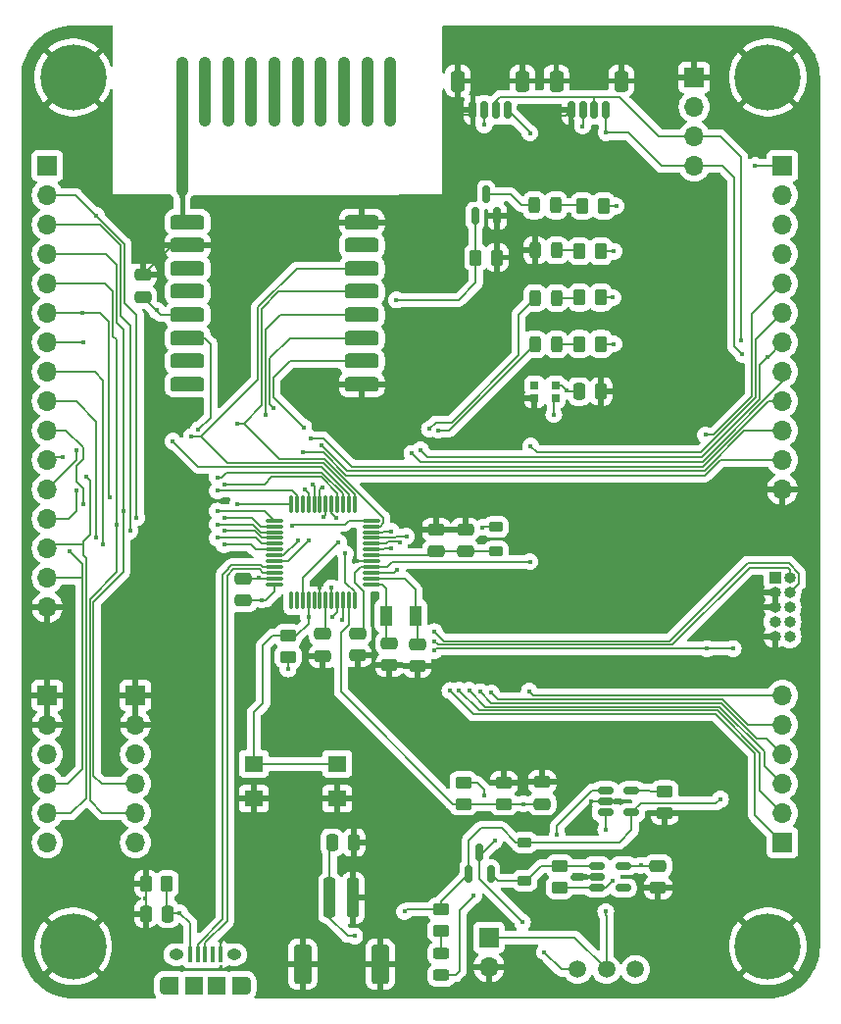
<source format=gbr>
%TF.GenerationSoftware,KiCad,Pcbnew,8.0.3*%
%TF.CreationDate,2024-06-19T01:19:57-05:00*%
%TF.ProjectId,bicep,62696365-702e-46b6-9963-61645f706362,rev?*%
%TF.SameCoordinates,Original*%
%TF.FileFunction,Copper,L1,Top*%
%TF.FilePolarity,Positive*%
%FSLAX46Y46*%
G04 Gerber Fmt 4.6, Leading zero omitted, Abs format (unit mm)*
G04 Created by KiCad (PCBNEW 8.0.3) date 2024-06-19 01:19:57*
%MOMM*%
%LPD*%
G01*
G04 APERTURE LIST*
G04 Aperture macros list*
%AMRoundRect*
0 Rectangle with rounded corners*
0 $1 Rounding radius*
0 $2 $3 $4 $5 $6 $7 $8 $9 X,Y pos of 4 corners*
0 Add a 4 corners polygon primitive as box body*
4,1,4,$2,$3,$4,$5,$6,$7,$8,$9,$2,$3,0*
0 Add four circle primitives for the rounded corners*
1,1,$1+$1,$2,$3*
1,1,$1+$1,$4,$5*
1,1,$1+$1,$6,$7*
1,1,$1+$1,$8,$9*
0 Add four rect primitives between the rounded corners*
20,1,$1+$1,$2,$3,$4,$5,0*
20,1,$1+$1,$4,$5,$6,$7,0*
20,1,$1+$1,$6,$7,$8,$9,0*
20,1,$1+$1,$8,$9,$2,$3,0*%
%AMOutline4P*
0 Free polygon, 4 corners , with rotation*
0 The origin of the aperture is its center*
0 number of corners: always 4*
0 $1 to $8 corner X, Y*
0 $9 Rotation angle, in degrees counterclockwise*
0 create outline with 4 corners*
4,1,4,$1,$2,$3,$4,$5,$6,$7,$8,$1,$2,$9*%
G04 Aperture macros list end*
%TA.AperFunction,EtchedComponent*%
%ADD10C,1.000000*%
%TD*%
%TA.AperFunction,SMDPad,CuDef*%
%ADD11R,0.700000X0.700000*%
%TD*%
%TA.AperFunction,SMDPad,CuDef*%
%ADD12RoundRect,0.317500X1.157500X0.317500X-1.157500X0.317500X-1.157500X-0.317500X1.157500X-0.317500X0*%
%TD*%
%TA.AperFunction,SMDPad,CuDef*%
%ADD13RoundRect,0.250000X-0.250000X-1.500000X0.250000X-1.500000X0.250000X1.500000X-0.250000X1.500000X0*%
%TD*%
%TA.AperFunction,SMDPad,CuDef*%
%ADD14RoundRect,0.250001X-0.499999X-1.449999X0.499999X-1.449999X0.499999X1.449999X-0.499999X1.449999X0*%
%TD*%
%TA.AperFunction,SMDPad,CuDef*%
%ADD15RoundRect,0.250000X-0.450000X0.262500X-0.450000X-0.262500X0.450000X-0.262500X0.450000X0.262500X0*%
%TD*%
%TA.AperFunction,SMDPad,CuDef*%
%ADD16RoundRect,0.150000X0.150000X-0.587500X0.150000X0.587500X-0.150000X0.587500X-0.150000X-0.587500X0*%
%TD*%
%TA.AperFunction,SMDPad,CuDef*%
%ADD17RoundRect,0.250000X0.262500X0.450000X-0.262500X0.450000X-0.262500X-0.450000X0.262500X-0.450000X0*%
%TD*%
%TA.AperFunction,SMDPad,CuDef*%
%ADD18R,1.600000X1.400000*%
%TD*%
%TA.AperFunction,SMDPad,CuDef*%
%ADD19RoundRect,0.250000X0.450000X-0.262500X0.450000X0.262500X-0.450000X0.262500X-0.450000X-0.262500X0*%
%TD*%
%TA.AperFunction,SMDPad,CuDef*%
%ADD20R,0.400000X1.350000*%
%TD*%
%TA.AperFunction,ComponentPad*%
%ADD21O,0.890000X1.550000*%
%TD*%
%TA.AperFunction,SMDPad,CuDef*%
%ADD22R,1.200000X1.550000*%
%TD*%
%TA.AperFunction,ComponentPad*%
%ADD23O,1.250000X0.950000*%
%TD*%
%TA.AperFunction,SMDPad,CuDef*%
%ADD24R,1.500000X1.550000*%
%TD*%
%TA.AperFunction,SMDPad,CuDef*%
%ADD25RoundRect,0.243750X-0.243750X-0.456250X0.243750X-0.456250X0.243750X0.456250X-0.243750X0.456250X0*%
%TD*%
%TA.AperFunction,SMDPad,CuDef*%
%ADD26RoundRect,0.250000X0.475000X-0.250000X0.475000X0.250000X-0.475000X0.250000X-0.475000X-0.250000X0*%
%TD*%
%TA.AperFunction,ComponentPad*%
%ADD27C,5.700000*%
%TD*%
%TA.AperFunction,ComponentPad*%
%ADD28R,1.700000X1.700000*%
%TD*%
%TA.AperFunction,ComponentPad*%
%ADD29O,1.700000X1.700000*%
%TD*%
%TA.AperFunction,SMDPad,CuDef*%
%ADD30R,1.000000X1.800000*%
%TD*%
%TA.AperFunction,SMDPad,CuDef*%
%ADD31RoundRect,0.150000X-0.512500X-0.150000X0.512500X-0.150000X0.512500X0.150000X-0.512500X0.150000X0*%
%TD*%
%TA.AperFunction,SMDPad,CuDef*%
%ADD32RoundRect,0.250000X-0.262500X-0.450000X0.262500X-0.450000X0.262500X0.450000X-0.262500X0.450000X0*%
%TD*%
%TA.AperFunction,SMDPad,CuDef*%
%ADD33RoundRect,0.150000X-0.150000X-0.625000X0.150000X-0.625000X0.150000X0.625000X-0.150000X0.625000X0*%
%TD*%
%TA.AperFunction,SMDPad,CuDef*%
%ADD34RoundRect,0.250000X-0.350000X-0.650000X0.350000X-0.650000X0.350000X0.650000X-0.350000X0.650000X0*%
%TD*%
%TA.AperFunction,SMDPad,CuDef*%
%ADD35RoundRect,0.225000X0.375000X-0.225000X0.375000X0.225000X-0.375000X0.225000X-0.375000X-0.225000X0*%
%TD*%
%TA.AperFunction,ComponentPad*%
%ADD36C,1.500000*%
%TD*%
%TA.AperFunction,SMDPad,CuDef*%
%ADD37RoundRect,0.075000X0.662500X0.075000X-0.662500X0.075000X-0.662500X-0.075000X0.662500X-0.075000X0*%
%TD*%
%TA.AperFunction,SMDPad,CuDef*%
%ADD38RoundRect,0.075000X0.075000X0.662500X-0.075000X0.662500X-0.075000X-0.662500X0.075000X-0.662500X0*%
%TD*%
%TA.AperFunction,SMDPad,CuDef*%
%ADD39RoundRect,0.250000X-0.475000X0.250000X-0.475000X-0.250000X0.475000X-0.250000X0.475000X0.250000X0*%
%TD*%
%TA.AperFunction,SMDPad,CuDef*%
%ADD40RoundRect,0.250000X-0.250000X-0.475000X0.250000X-0.475000X0.250000X0.475000X-0.250000X0.475000X0*%
%TD*%
%TA.AperFunction,ComponentPad*%
%ADD41C,1.000000*%
%TD*%
%TA.AperFunction,SMDPad,CuDef*%
%ADD42Outline4P,-0.350000X-0.400000X0.350000X-0.400000X0.050000X0.400000X-0.050000X0.400000X180.000000*%
%TD*%
%TA.AperFunction,ComponentPad*%
%ADD43R,1.000000X1.000000*%
%TD*%
%TA.AperFunction,ComponentPad*%
%ADD44O,1.000000X1.000000*%
%TD*%
%TA.AperFunction,SMDPad,CuDef*%
%ADD45RoundRect,0.250000X0.250000X0.475000X-0.250000X0.475000X-0.250000X-0.475000X0.250000X-0.475000X0*%
%TD*%
%TA.AperFunction,SMDPad,CuDef*%
%ADD46RoundRect,0.218750X-0.381250X0.218750X-0.381250X-0.218750X0.381250X-0.218750X0.381250X0.218750X0*%
%TD*%
%TA.AperFunction,SMDPad,CuDef*%
%ADD47RoundRect,0.243750X0.456250X-0.243750X0.456250X0.243750X-0.456250X0.243750X-0.456250X-0.243750X0*%
%TD*%
%TA.AperFunction,ViaPad*%
%ADD48C,0.450000*%
%TD*%
%TA.AperFunction,Conductor*%
%ADD49C,0.200000*%
%TD*%
%TA.AperFunction,Conductor*%
%ADD50C,0.400000*%
%TD*%
G04 APERTURE END LIST*
D10*
%TO.C,ANT1*%
X123380000Y-73200000D02*
X123380000Y-62200000D01*
X125380000Y-62200000D02*
X125380000Y-67200000D01*
X127380000Y-62200000D02*
X127380000Y-67200000D01*
X129380000Y-62200000D02*
X129380000Y-67200000D01*
X131380000Y-62200000D02*
X131380000Y-67200000D01*
X133380000Y-62200000D02*
X133380000Y-67200000D01*
X135380000Y-62200000D02*
X135380000Y-67200000D01*
X137380000Y-62200000D02*
X137380000Y-67200000D01*
X139380000Y-62200000D02*
X139380000Y-67200000D01*
X141380000Y-62200000D02*
X141380000Y-67200000D01*
%TD*%
D11*
%TO.P,LED6,1,DOUT*%
%TO.N,unconnected-(LED6-DOUT-Pad1)*%
X153835000Y-90090000D03*
%TO.P,LED6,2,VSS*%
%TO.N,GND*%
X153835000Y-91190000D03*
%TO.P,LED6,3,DIN*%
%TO.N,/D9_NEO*%
X155665000Y-91190000D03*
%TO.P,LED6,4,VDD*%
%TO.N,+3V3*%
X155665000Y-90090000D03*
%TD*%
D12*
%TO.P,U2,1,GND*%
%TO.N,GND*%
X138930000Y-90000000D03*
%TO.P,U2,2,MISO*%
%TO.N,/MISO*%
X138930000Y-88000000D03*
%TO.P,U2,3,MOSI*%
%TO.N,/MOSI*%
X138930000Y-86000000D03*
%TO.P,U2,4,SCK*%
%TO.N,/SCK*%
X138930000Y-84000000D03*
%TO.P,U2,5,NSS*%
%TO.N,/D8_CS*%
X138930000Y-82000000D03*
%TO.P,U2,6,RESET*%
%TO.N,/D4_RST*%
X138930000Y-80000000D03*
%TO.P,U2,7,DIO5*%
%TO.N,/DIO5*%
X138930000Y-78000000D03*
%TO.P,U2,8,GND*%
%TO.N,GND*%
X138930000Y-76000000D03*
%TO.P,U2,9,ANT*%
%TO.N,/ANT*%
X123880000Y-76000000D03*
%TO.P,U2,10,GND*%
%TO.N,GND*%
X123880000Y-78000000D03*
%TO.P,U2,11,DIO3*%
%TO.N,/DIO3*%
X123880000Y-80000000D03*
%TO.P,U2,12,DIO4*%
%TO.N,/DIO4*%
X123880000Y-82000000D03*
%TO.P,U2,13,3.3V*%
%TO.N,+3V3*%
X123880000Y-84000000D03*
%TO.P,U2,14,DIO0*%
%TO.N,/D3_IRQ*%
X123880000Y-86000000D03*
%TO.P,U2,15,DIO1*%
%TO.N,/DIO1*%
X123880000Y-88000000D03*
%TO.P,U2,16,DIO2*%
%TO.N,/DIO2*%
X123880000Y-90000000D03*
%TD*%
D13*
%TO.P,J10,1,Pin_1*%
%TO.N,/VBAT*%
X136160000Y-134310000D03*
%TO.P,J10,2,Pin_2*%
%TO.N,GND*%
X138160000Y-134310000D03*
D14*
%TO.P,J10,MP,MountPin*%
X133810000Y-140060000D03*
X140510000Y-140060000D03*
%TD*%
D15*
%TO.P,R12,1*%
%TO.N,GND*%
X151200000Y-124375000D03*
%TO.P,R12,2*%
%TO.N,/A5*%
X151200000Y-126200000D03*
%TD*%
D16*
%TO.P,Q2,1,G*%
%TO.N,/VBUS*%
X148150000Y-132237500D03*
%TO.P,Q2,2,S*%
%TO.N,/VIN*%
X150050000Y-132237500D03*
%TO.P,Q2,3,D*%
%TO.N,/VBATSW*%
X149100000Y-130362500D03*
%TD*%
D17*
%TO.P,R4,1*%
%TO.N,+3V3*%
X159562500Y-78500000D03*
%TO.P,R4,2*%
%TO.N,Net-(LED2-A)*%
X157737500Y-78500000D03*
%TD*%
D18*
%TO.P,SW1,1,1*%
%TO.N,GND*%
X136800000Y-125750000D03*
X129600000Y-125750000D03*
%TO.P,SW1,2,2*%
%TO.N,/~{RESET}*%
X136800000Y-122750000D03*
X129600000Y-122750000D03*
%TD*%
D19*
%TO.P,R11,1*%
%TO.N,/A5*%
X147700000Y-126200000D03*
%TO.P,R11,2*%
%TO.N,/VBATSW*%
X147700000Y-124375000D03*
%TD*%
D20*
%TO.P,J11,1,VBUS*%
%TO.N,/VBUS*%
X124100000Y-139200000D03*
%TO.P,J11,2,D-*%
%TO.N,/USB_D-*%
X124750000Y-139200000D03*
%TO.P,J11,3,D+*%
%TO.N,/USB_D+*%
X125400000Y-139200000D03*
%TO.P,J11,4,ID*%
%TO.N,unconnected-(J11-ID-Pad4)*%
X126050000Y-139200000D03*
%TO.P,J11,5,GND*%
%TO.N,GND*%
X126700000Y-139200000D03*
D21*
%TO.P,J11,6,Shield*%
%TO.N,unconnected-(J11-Shield-Pad6)_5*%
X121900000Y-141900000D03*
D22*
%TO.N,unconnected-(J11-Shield-Pad6)_2*%
X122500000Y-141900000D03*
D23*
%TO.N,unconnected-(J11-Shield-Pad6)_3*%
X122900000Y-139200000D03*
D24*
%TO.N,unconnected-(J11-Shield-Pad6)_6*%
X124400000Y-141900000D03*
%TO.N,unconnected-(J11-Shield-Pad6)*%
X126400000Y-141900000D03*
D23*
%TO.N,unconnected-(J11-Shield-Pad6)_1*%
X127900000Y-139200000D03*
D22*
%TO.N,unconnected-(J11-Shield-Pad6)_4*%
X128300000Y-141900000D03*
D21*
%TO.N,unconnected-(J11-Shield-Pad6)_0*%
X128900000Y-141900000D03*
%TD*%
D25*
%TO.P,LED1,1,K*%
%TO.N,Net-(LED1-K)*%
X153812500Y-74540000D03*
%TO.P,LED1,2,A*%
%TO.N,Net-(LED1-A)*%
X155687500Y-74540000D03*
%TD*%
%TO.P,LED3,1,K*%
%TO.N,/TXLED*%
X153875000Y-82540000D03*
%TO.P,LED3,2,A*%
%TO.N,Net-(LED3-A)*%
X155750000Y-82540000D03*
%TD*%
D26*
%TO.P,C12,1*%
%TO.N,/A5*%
X154500000Y-126200000D03*
%TO.P,C12,2*%
%TO.N,GND*%
X154500000Y-124300000D03*
%TD*%
D27*
%TO.P,H2,1,1*%
%TO.N,GND*%
X174000000Y-63500000D03*
%TD*%
D28*
%TO.P,J9,1,Pin_1*%
%TO.N,+3V3*%
X111760000Y-71120000D03*
D29*
%TO.P,J9,2,Pin_2*%
%TO.N,/D13_LED*%
X111760000Y-73660000D03*
%TO.P,J9,3,Pin_3*%
%TO.N,/D12*%
X111760000Y-76200000D03*
%TO.P,J9,4,Pin_4*%
%TO.N,/D11_RX2*%
X111760000Y-78740000D03*
%TO.P,J9,5,Pin_5*%
%TO.N,/D10_TX2*%
X111760000Y-81280000D03*
%TO.P,J9,6,Pin_6*%
%TO.N,/D9_NEO*%
X111760000Y-83820000D03*
%TO.P,J9,7,Pin_7*%
%TO.N,/D8_CS*%
X111760000Y-86360000D03*
%TO.P,J9,8,Pin_8*%
%TO.N,/D7*%
X111760000Y-88900000D03*
%TO.P,J9,9,Pin_9*%
%TO.N,/D6*%
X111760000Y-91440000D03*
%TO.P,J9,10,Pin_10*%
%TO.N,/D5*%
X111760000Y-93980000D03*
%TO.P,J9,11,Pin_11*%
%TO.N,/D4_RST*%
X111760000Y-96520000D03*
%TO.P,J9,12,Pin_12*%
%TO.N,/D3_IRQ*%
X111760000Y-99060000D03*
%TO.P,J9,13,Pin_13*%
%TO.N,/D2*%
X111760000Y-101600000D03*
%TO.P,J9,14,Pin_14*%
%TO.N,/D1_TX*%
X111760000Y-104140000D03*
%TO.P,J9,15,Pin_15*%
%TO.N,/D0_RX*%
X111760000Y-106680000D03*
%TO.P,J9,16,Pin_16*%
%TO.N,GND*%
X111760000Y-109220000D03*
%TD*%
D30*
%TO.P,Y1,1,1*%
%TO.N,/XTAL2*%
X143550000Y-109950000D03*
%TO.P,Y1,2,2*%
%TO.N,/XTAL1*%
X141050000Y-109950000D03*
%TD*%
D31*
%TO.P,U4,1,VIN*%
%TO.N,/VIN*%
X159225000Y-131550000D03*
%TO.P,U4,2,GND*%
%TO.N,GND*%
X159225000Y-132500000D03*
%TO.P,U4,3,EN*%
%TO.N,/EN*%
X159225000Y-133450000D03*
%TO.P,U4,4,NC*%
%TO.N,unconnected-(U4-NC-Pad4)*%
X161500000Y-133450000D03*
%TO.P,U4,5,VOUT*%
%TO.N,+3V3*%
X161500000Y-131550000D03*
%TD*%
D32*
%TO.P,R8,1*%
%TO.N,GND*%
X120275000Y-133100000D03*
%TO.P,R8,2*%
%TO.N,/VBUS*%
X122100000Y-133100000D03*
%TD*%
D19*
%TO.P,R10,1*%
%TO.N,/EN*%
X156000000Y-133412500D03*
%TO.P,R10,2*%
%TO.N,/VIN*%
X156000000Y-131587500D03*
%TD*%
D33*
%TO.P,J2,1,GND*%
%TO.N,GND*%
X157020000Y-66325000D03*
%TO.P,J2,2,PWR*%
%TO.N,+3V3*%
X158020000Y-66325000D03*
%TO.P,J2,3,SDA*%
%TO.N,/SDA*%
X159020000Y-66325000D03*
%TO.P,J2,4,SCL*%
%TO.N,/SCL*%
X160020000Y-66325000D03*
D34*
%TO.P,J2,MP,MountPin*%
%TO.N,GND*%
X155720000Y-63800000D03*
X161320000Y-63800000D03*
%TD*%
D26*
%TO.P,C7,1*%
%TO.N,Net-(U1-VDDANA)*%
X145350000Y-104425000D03*
%TO.P,C7,2*%
%TO.N,GND*%
X145350000Y-102525000D03*
%TD*%
D28*
%TO.P,J6,1,Pin_1*%
%TO.N,GND*%
X119380000Y-116840000D03*
D29*
%TO.P,J6,2,Pin_2*%
X119380000Y-119380000D03*
%TO.P,J6,3,Pin_3*%
%TO.N,unconnected-(J6-Pin_3-Pad3)*%
X119380000Y-121920000D03*
%TO.P,J6,4,Pin_4*%
%TO.N,/D11_RX2*%
X119380000Y-124460000D03*
%TO.P,J6,5,Pin_5*%
%TO.N,/D10_TX2*%
X119380000Y-127000000D03*
%TO.P,J6,6,Pin_6*%
%TO.N,unconnected-(J6-Pin_6-Pad6)*%
X119380000Y-129540000D03*
%TD*%
D28*
%TO.P,J5,1,Pin_1*%
%TO.N,GND*%
X111760000Y-116840000D03*
D29*
%TO.P,J5,2,Pin_2*%
X111760000Y-119380000D03*
%TO.P,J5,3,Pin_3*%
%TO.N,unconnected-(J5-Pin_3-Pad3)*%
X111760000Y-121920000D03*
%TO.P,J5,4,Pin_4*%
%TO.N,/D0_RX*%
X111760000Y-124460000D03*
%TO.P,J5,5,Pin_5*%
%TO.N,/D1_TX*%
X111760000Y-127000000D03*
%TO.P,J5,6,Pin_6*%
%TO.N,unconnected-(J5-Pin_6-Pad6)*%
X111760000Y-129540000D03*
%TD*%
D33*
%TO.P,J3,1,GND*%
%TO.N,GND*%
X148520000Y-66325000D03*
%TO.P,J3,2,PWR*%
%TO.N,+3V3*%
X149520000Y-66325000D03*
%TO.P,J3,3,SDA*%
%TO.N,/SDA*%
X150520000Y-66325000D03*
%TO.P,J3,4,SCL*%
%TO.N,/SCL*%
X151520000Y-66325000D03*
D34*
%TO.P,J3,MP,MountPin*%
%TO.N,GND*%
X147220000Y-63800000D03*
X152820000Y-63800000D03*
%TD*%
D26*
%TO.P,C3,1*%
%TO.N,GND*%
X141300000Y-114250000D03*
%TO.P,C3,2*%
%TO.N,/XTAL1*%
X141300000Y-112350000D03*
%TD*%
D15*
%TO.P,R9,1*%
%TO.N,Net-(U3-PROG)*%
X165100000Y-125175000D03*
%TO.P,R9,2*%
%TO.N,GND*%
X165100000Y-127000000D03*
%TD*%
D35*
%TO.P,D1,1,K*%
%TO.N,/VIN*%
X153000000Y-132840000D03*
%TO.P,D1,2,A*%
%TO.N,/VBUS*%
X153000000Y-129540000D03*
%TD*%
D17*
%TO.P,R3,1*%
%TO.N,+3V3*%
X159812500Y-74600000D03*
%TO.P,R3,2*%
%TO.N,Net-(LED1-A)*%
X157987500Y-74600000D03*
%TD*%
D26*
%TO.P,C8,1*%
%TO.N,+3V3*%
X120000000Y-82450000D03*
%TO.P,C8,2*%
%TO.N,GND*%
X120000000Y-80550000D03*
%TD*%
D36*
%TO.P,SW2,1,A*%
%TO.N,unconnected-(SW2-A-Pad1)*%
X162560000Y-140500000D03*
%TO.P,SW2,2,B*%
%TO.N,/VBAT*%
X160060000Y-140500000D03*
%TO.P,SW2,3,C*%
%TO.N,/VBATSW*%
X157560000Y-140500000D03*
%TD*%
D17*
%TO.P,R5,1*%
%TO.N,+3V3*%
X159562500Y-82500000D03*
%TO.P,R5,2*%
%TO.N,Net-(LED3-A)*%
X157737500Y-82500000D03*
%TD*%
D25*
%TO.P,LED4,1,K*%
%TO.N,/RXLED*%
X153875000Y-86540000D03*
%TO.P,LED4,2,A*%
%TO.N,Net-(LED4-A)*%
X155750000Y-86540000D03*
%TD*%
D31*
%TO.P,U3,1,STAT*%
%TO.N,/CHG_STAT*%
X159962500Y-125050000D03*
%TO.P,U3,2,V_{SS}*%
%TO.N,GND*%
X159962500Y-126000000D03*
%TO.P,U3,3,V_{BAT}*%
%TO.N,/VBAT*%
X159962500Y-126950000D03*
%TO.P,U3,4,V_{DD}*%
%TO.N,/VBUS*%
X162237500Y-126950000D03*
%TO.P,U3,5,PROG*%
%TO.N,Net-(U3-PROG)*%
X162237500Y-125050000D03*
%TD*%
D28*
%TO.P,J12,1,Pin_1*%
%TO.N,/VBAT*%
X149900000Y-137725000D03*
D29*
%TO.P,J12,2,Pin_2*%
%TO.N,GND*%
X149900000Y-140265000D03*
%TD*%
D27*
%TO.P,H4,1,1*%
%TO.N,GND*%
X174000000Y-138500000D03*
%TD*%
D37*
%TO.P,U1,1,PA00*%
%TO.N,/XTAL1*%
X139725000Y-107250000D03*
%TO.P,U1,2,PA01*%
%TO.N,/XTAL2*%
X139725000Y-106750000D03*
%TO.P,U1,3,PA02*%
%TO.N,/A0*%
X139725000Y-106250000D03*
%TO.P,U1,4,PA03*%
%TO.N,/AREF*%
X139725000Y-105750000D03*
%TO.P,U1,5,GNDANA*%
%TO.N,GND*%
X139725000Y-105250000D03*
%TO.P,U1,6,VDDANA*%
%TO.N,Net-(U1-VDDANA)*%
X139725000Y-104750000D03*
%TO.P,U1,7,PB08*%
%TO.N,/A1*%
X139725000Y-104250000D03*
%TO.P,U1,8,PB09*%
%TO.N,/A2*%
X139725000Y-103750000D03*
%TO.P,U1,9,PA04*%
%TO.N,/A3*%
X139725000Y-103250000D03*
%TO.P,U1,10,PA05*%
%TO.N,/A4*%
X139725000Y-102750000D03*
%TO.P,U1,11,PA06*%
%TO.N,/D8_CS*%
X139725000Y-102250000D03*
%TO.P,U1,12,PA07*%
%TO.N,/D9_NEO*%
X139725000Y-101750000D03*
D38*
%TO.P,U1,13,PA08*%
%TO.N,/D4_RST*%
X138312500Y-100337500D03*
%TO.P,U1,14,PA09*%
%TO.N,/D3_IRQ*%
X137812500Y-100337500D03*
%TO.P,U1,15,PA10*%
%TO.N,/D1_TX*%
X137312500Y-100337500D03*
%TO.P,U1,16,PA11*%
%TO.N,/D0_RX*%
X136812500Y-100337500D03*
%TO.P,U1,17,VDDIO*%
%TO.N,+3V3*%
X136312500Y-100337500D03*
%TO.P,U1,18,GND*%
%TO.N,GND*%
X135812500Y-100337500D03*
%TO.P,U1,19,PB10*%
%TO.N,/MOSI*%
X135312500Y-100337500D03*
%TO.P,U1,20,PB11*%
%TO.N,/SCK*%
X134812500Y-100337500D03*
%TO.P,U1,21,PA12*%
%TO.N,/MISO*%
X134312500Y-100337500D03*
%TO.P,U1,22,PA13*%
%TO.N,/PA13*%
X133812500Y-100337500D03*
%TO.P,U1,23,PA14*%
%TO.N,/D2*%
X133312500Y-100337500D03*
%TO.P,U1,24,PA15*%
%TO.N,/D5*%
X132812500Y-100337500D03*
D37*
%TO.P,U1,25,PA16*%
%TO.N,/D11_RX2*%
X131400000Y-101750000D03*
%TO.P,U1,26,PA17*%
%TO.N,/D13_LED*%
X131400000Y-102250000D03*
%TO.P,U1,27,PA18*%
%TO.N,/D10_TX2*%
X131400000Y-102750000D03*
%TO.P,U1,28,PA19*%
%TO.N,/D12*%
X131400000Y-103250000D03*
%TO.P,U1,29,PA20*%
%TO.N,/D6*%
X131400000Y-103750000D03*
%TO.P,U1,30,PA21*%
%TO.N,/D7*%
X131400000Y-104250000D03*
%TO.P,U1,31,PA22*%
%TO.N,/SDA*%
X131400000Y-104750000D03*
%TO.P,U1,32,PA23*%
%TO.N,/SCL*%
X131400000Y-105250000D03*
%TO.P,U1,33,PA24*%
%TO.N,/USB_D-*%
X131400000Y-105750000D03*
%TO.P,U1,34,PA25*%
%TO.N,/USB_D+*%
X131400000Y-106250000D03*
%TO.P,U1,35,GND*%
%TO.N,GND*%
X131400000Y-106750000D03*
%TO.P,U1,36,VDDIO*%
%TO.N,+3V3*%
X131400000Y-107250000D03*
D38*
%TO.P,U1,37,PB22*%
%TO.N,/D30_EDBG_TX*%
X132812500Y-108662500D03*
%TO.P,U1,38,PB23*%
%TO.N,/D31_EDBG_RX*%
X133312500Y-108662500D03*
%TO.P,U1,39,PA27*%
%TO.N,/TXLED*%
X133812500Y-108662500D03*
%TO.P,U1,40,~{RESET}*%
%TO.N,/~{RESET}*%
X134312500Y-108662500D03*
%TO.P,U1,41,PA28*%
%TO.N,/USBHOSTEN*%
X134812500Y-108662500D03*
%TO.P,U1,42,GND*%
%TO.N,GND*%
X135312500Y-108662500D03*
%TO.P,U1,43,VDDCORE*%
%TO.N,Net-(U1-VDDCORE)*%
X135812500Y-108662500D03*
%TO.P,U1,44,VDDIN*%
%TO.N,+3V3*%
X136312500Y-108662500D03*
%TO.P,U1,45,PA30*%
%TO.N,/SWCLK*%
X136812500Y-108662500D03*
%TO.P,U1,46,PA31*%
%TO.N,/SWDIO*%
X137312500Y-108662500D03*
%TO.P,U1,47,PB02*%
%TO.N,/A5*%
X137812500Y-108662500D03*
%TO.P,U1,48,PB03*%
%TO.N,/RXLED*%
X138312500Y-108662500D03*
%TD*%
D28*
%TO.P,J7,1,Pin_1*%
%TO.N,/A0*%
X175260000Y-129540000D03*
D29*
%TO.P,J7,2,Pin_2*%
%TO.N,/A1*%
X175260000Y-127000000D03*
%TO.P,J7,3,Pin_3*%
%TO.N,/A2*%
X175260000Y-124460000D03*
%TO.P,J7,4,Pin_4*%
%TO.N,/A3*%
X175260000Y-121920000D03*
%TO.P,J7,5,Pin_5*%
%TO.N,/A4*%
X175260000Y-119380000D03*
%TO.P,J7,6,Pin_6*%
%TO.N,/A5*%
X175260000Y-116840000D03*
%TD*%
D39*
%TO.P,C2,1*%
%TO.N,/AREF*%
X138562500Y-111500000D03*
%TO.P,C2,2*%
%TO.N,GND*%
X138562500Y-113400000D03*
%TD*%
%TO.P,C13,1*%
%TO.N,+3V3*%
X164500000Y-131550000D03*
%TO.P,C13,2*%
%TO.N,GND*%
X164500000Y-133450000D03*
%TD*%
D26*
%TO.P,C5,1*%
%TO.N,+3V3*%
X128700000Y-108650000D03*
%TO.P,C5,2*%
%TO.N,GND*%
X128700000Y-106750000D03*
%TD*%
D17*
%TO.P,R6,1*%
%TO.N,+3V3*%
X159562500Y-86500000D03*
%TO.P,R6,2*%
%TO.N,Net-(LED4-A)*%
X157737500Y-86500000D03*
%TD*%
D40*
%TO.P,C11,1*%
%TO.N,+3V3*%
X157700000Y-90600000D03*
%TO.P,C11,2*%
%TO.N,GND*%
X159600000Y-90600000D03*
%TD*%
D26*
%TO.P,C6,1*%
%TO.N,Net-(U1-VDDANA)*%
X147850000Y-104425000D03*
%TO.P,C6,2*%
%TO.N,GND*%
X147850000Y-102525000D03*
%TD*%
D40*
%TO.P,C9,1*%
%TO.N,/VBAT*%
X136350000Y-129540000D03*
%TO.P,C9,2*%
%TO.N,GND*%
X138250000Y-129540000D03*
%TD*%
D15*
%TO.P,R7,1*%
%TO.N,/VBUS*%
X145760000Y-135312500D03*
%TO.P,R7,2*%
%TO.N,Net-(LED5-A)*%
X145760000Y-137137500D03*
%TD*%
D39*
%TO.P,C4,1*%
%TO.N,Net-(U1-VDDCORE)*%
X135562500Y-111550000D03*
%TO.P,C4,2*%
%TO.N,GND*%
X135562500Y-113450000D03*
%TD*%
D27*
%TO.P,H3,1,1*%
%TO.N,GND*%
X114000000Y-138500000D03*
%TD*%
D26*
%TO.P,C1,1*%
%TO.N,GND*%
X143700000Y-114300000D03*
%TO.P,C1,2*%
%TO.N,/XTAL2*%
X143700000Y-112400000D03*
%TD*%
D27*
%TO.P,H1,1,1*%
%TO.N,GND*%
X114000000Y-63500000D03*
%TD*%
D41*
%TO.P,ANT1,*%
%TO.N,*%
X123380000Y-62200000D03*
X125380000Y-62200000D03*
X125380000Y-67200000D03*
X127380000Y-62200000D03*
X127380000Y-67200000D03*
X129380000Y-62200000D03*
X129380000Y-67200000D03*
X131380000Y-62200000D03*
X131380000Y-67200000D03*
X133380000Y-62200000D03*
X133380000Y-67200000D03*
X135380000Y-62200000D03*
X135380000Y-67200000D03*
X137380000Y-62200000D03*
X137380000Y-67200000D03*
X139380000Y-62200000D03*
X139380000Y-67200000D03*
X141380000Y-62200000D03*
X141380000Y-67200000D03*
D42*
%TO.P,ANT1,1,A*%
%TO.N,/ANT*%
X123380000Y-73900000D03*
%TD*%
D43*
%TO.P,J1,1,Pin_1*%
%TO.N,+3V3*%
X174625000Y-106680000D03*
D44*
%TO.P,J1,2,Pin_2*%
%TO.N,/SWDIO*%
X175895000Y-106680000D03*
%TO.P,J1,3,Pin_3*%
%TO.N,GND*%
X174625000Y-107950000D03*
%TO.P,J1,4,Pin_4*%
%TO.N,/SWCLK*%
X175895000Y-107950000D03*
%TO.P,J1,5,Pin_5*%
%TO.N,GND*%
X174625000Y-109220000D03*
%TO.P,J1,6,Pin_6*%
%TO.N,unconnected-(J1-Pin_6-Pad6)*%
X175895000Y-109220000D03*
%TO.P,J1,7,Pin_7*%
%TO.N,unconnected-(J1-Pin_7-Pad7)*%
X174625000Y-110490000D03*
%TO.P,J1,8,Pin_8*%
%TO.N,unconnected-(J1-Pin_8-Pad8)*%
X175895000Y-110490000D03*
%TO.P,J1,9,Pin_9*%
%TO.N,GND*%
X174625000Y-111760000D03*
%TO.P,J1,10,Pin_10*%
%TO.N,/~{RESET}*%
X175895000Y-111760000D03*
%TD*%
D32*
%TO.P,R2,1*%
%TO.N,/D13_LED*%
X148775000Y-79040000D03*
%TO.P,R2,2*%
%TO.N,GND*%
X150600000Y-79040000D03*
%TD*%
D16*
%TO.P,Q1,1,G*%
%TO.N,/D13_LED*%
X148712500Y-75477500D03*
%TO.P,Q1,2,S*%
%TO.N,GND*%
X150612500Y-75477500D03*
%TO.P,Q1,3,D*%
%TO.N,Net-(LED1-K)*%
X149662500Y-73602500D03*
%TD*%
D28*
%TO.P,J8,1,Pin_1*%
%TO.N,+3V3*%
X175260000Y-71120000D03*
D29*
%TO.P,J8,2,Pin_2*%
%TO.N,/VBAT*%
X175260000Y-73660000D03*
%TO.P,J8,3,Pin_3*%
%TO.N,/EN*%
X175260000Y-76200000D03*
%TO.P,J8,4,Pin_4*%
%TO.N,/VBUS*%
X175260000Y-78740000D03*
%TO.P,J8,5,Pin_5*%
%TO.N,/~{RESET}*%
X175260000Y-81280000D03*
%TO.P,J8,6,Pin_6*%
%TO.N,/AREF*%
X175260000Y-83820000D03*
%TO.P,J8,7,Pin_7*%
%TO.N,/SCL*%
X175260000Y-86360000D03*
%TO.P,J8,8,Pin_8*%
%TO.N,/SDA*%
X175260000Y-88900000D03*
%TO.P,J8,9,Pin_9*%
%TO.N,/SCK*%
X175260000Y-91440000D03*
%TO.P,J8,10,Pin_10*%
%TO.N,/MOSI*%
X175260000Y-93980000D03*
%TO.P,J8,11,Pin_11*%
%TO.N,/MISO*%
X175260000Y-96520000D03*
%TO.P,J8,12,Pin_12*%
%TO.N,GND*%
X175260000Y-99060000D03*
%TD*%
D15*
%TO.P,R1,1*%
%TO.N,/~{RESET}*%
X132562500Y-111675000D03*
%TO.P,R1,2*%
%TO.N,+3V3*%
X132562500Y-113500000D03*
%TD*%
D28*
%TO.P,J4,1,Pin_1*%
%TO.N,GND*%
X167640000Y-63500000D03*
D29*
%TO.P,J4,2,Pin_2*%
%TO.N,+3V3*%
X167640000Y-66040000D03*
%TO.P,J4,3,Pin_3*%
%TO.N,/SDA*%
X167640000Y-68580000D03*
%TO.P,J4,4,Pin_4*%
%TO.N,/SCL*%
X167640000Y-71120000D03*
%TD*%
D45*
%TO.P,C10,1*%
%TO.N,/VBUS*%
X122150000Y-135700000D03*
%TO.P,C10,2*%
%TO.N,GND*%
X120250000Y-135700000D03*
%TD*%
D25*
%TO.P,LED2,1,K*%
%TO.N,GND*%
X153875000Y-78420000D03*
%TO.P,LED2,2,A*%
%TO.N,Net-(LED2-A)*%
X155750000Y-78420000D03*
%TD*%
D46*
%TO.P,FB1,1*%
%TO.N,+3V3*%
X150500000Y-102300000D03*
%TO.P,FB1,2*%
%TO.N,Net-(U1-VDDANA)*%
X150500000Y-104425000D03*
%TD*%
D47*
%TO.P,LED5,1,K*%
%TO.N,/CHG_STAT*%
X145800000Y-141000000D03*
%TO.P,LED5,2,A*%
%TO.N,Net-(LED5-A)*%
X145800000Y-139125000D03*
%TD*%
D48*
%TO.N,GND*%
X151600000Y-79000000D03*
X136900000Y-140000000D03*
X133480000Y-125750000D03*
X158700000Y-126000000D03*
X121500000Y-79000000D03*
X151700000Y-75500000D03*
X127200000Y-137650000D03*
X135550000Y-114500000D03*
X141310000Y-89990000D03*
X141350000Y-115450000D03*
X146650000Y-102525000D03*
X155500000Y-66800000D03*
X143750000Y-115350000D03*
X130000000Y-106700000D03*
X152800000Y-91200000D03*
X165100000Y-128000000D03*
X152800000Y-78400000D03*
X152800000Y-124400000D03*
X161350000Y-126000000D03*
X158400000Y-63800000D03*
X158000000Y-132500000D03*
X138200000Y-131300000D03*
X138600000Y-114450000D03*
X120200000Y-134400000D03*
X160800000Y-90600000D03*
X141300000Y-76000000D03*
X138520000Y-105240000D03*
X135618662Y-101444630D03*
X164500000Y-134400000D03*
X147000000Y-66700000D03*
X135300000Y-107550000D03*
%TO.N,/AREF*%
X153450000Y-105300000D03*
X153500000Y-95300000D03*
%TO.N,+3V3*%
X136300000Y-107550000D03*
X160700000Y-86500000D03*
X136700000Y-101500000D03*
X160600000Y-82500000D03*
X132550000Y-114550000D03*
X156600000Y-90500000D03*
X172900000Y-71100000D03*
X149350000Y-102325000D03*
X158000000Y-67700000D03*
X163000000Y-131500000D03*
X149500000Y-67600000D03*
X160900000Y-74600000D03*
X130300000Y-108600000D03*
X160700000Y-78500000D03*
X121200000Y-83600000D03*
%TO.N,/VBAT*%
X160000000Y-128400000D03*
X138300000Y-137600000D03*
X160000000Y-135500000D03*
%TO.N,/VBUS*%
X142600000Y-135500000D03*
X123200000Y-135600000D03*
X169900000Y-125800000D03*
%TO.N,/A5*%
X152900000Y-126200000D03*
X153390000Y-116490000D03*
%TO.N,/SWDIO*%
X145190000Y-112150000D03*
X137200000Y-110350000D03*
%TO.N,/SWCLK*%
X136400000Y-110050000D03*
X145190000Y-111340000D03*
%TO.N,/~{RESET}*%
X168600000Y-94350000D03*
X171000000Y-112800000D03*
X168750000Y-112800000D03*
X134330000Y-110090000D03*
X145190000Y-112960000D03*
%TO.N,/SDA*%
X171700000Y-86200000D03*
X143250000Y-95950000D03*
X133400000Y-103500000D03*
%TO.N,/SCL*%
X134300000Y-103500000D03*
X171800000Y-87400000D03*
X144000000Y-95650000D03*
X153450000Y-68300000D03*
X160020000Y-68260000D03*
X174000000Y-87600000D03*
%TO.N,/D0_RX*%
X127020000Y-98600000D03*
X113680000Y-104400000D03*
%TO.N,/D1_TX*%
X126440000Y-98020000D03*
X115150000Y-98000000D03*
%TO.N,/D10_TX2*%
X117740000Y-102080000D03*
X126440000Y-102080000D03*
%TO.N,/D11_RX2*%
X118320000Y-100920000D03*
X126440000Y-100920000D03*
%TO.N,/A4*%
X150110000Y-116630000D03*
X141460000Y-102670000D03*
%TO.N,/A0*%
X141950000Y-106010000D03*
X146530000Y-116420000D03*
%TO.N,/A1*%
X147330000Y-116390000D03*
X141460000Y-104170000D03*
%TO.N,/A3*%
X149150000Y-116520000D03*
X142780000Y-103110000D03*
%TO.N,/A2*%
X148190000Y-116410000D03*
X142200000Y-103670000D03*
%TO.N,/EN*%
X160585901Y-132884431D03*
%TO.N,/MISO*%
X133900000Y-93700000D03*
X134000000Y-99100000D03*
X133850000Y-95850000D03*
%TO.N,/MOSI*%
X131300000Y-92000000D03*
X135400000Y-95250000D03*
X135500000Y-98900000D03*
%TO.N,/SCK*%
X134480000Y-94650000D03*
X134700000Y-98600000D03*
X130600000Y-92600000D03*
%TO.N,/D6*%
X126440000Y-103240000D03*
X116000000Y-103240000D03*
%TO.N,/D12*%
X127020000Y-102660000D03*
X118900000Y-102660000D03*
%TO.N,/D9_NEO*%
X114800000Y-83800000D03*
X117160000Y-99760000D03*
X132900000Y-102200000D03*
X155500000Y-92600000D03*
%TO.N,/D8_CS*%
X128180000Y-93380000D03*
X114840000Y-86360000D03*
%TO.N,/D7*%
X116580000Y-103820000D03*
X127020000Y-103820000D03*
%TO.N,/D3_IRQ*%
X114260000Y-95700000D03*
X122600000Y-94900000D03*
X124800000Y-93900000D03*
%TO.N,/D4_RST*%
X124200000Y-94500000D03*
X113100000Y-96280000D03*
%TO.N,/D5*%
X114850000Y-100300000D03*
X128200000Y-100300000D03*
%TO.N,/D2*%
X114260000Y-99180000D03*
X126440000Y-99180000D03*
%TO.N,/TXLED*%
X136900000Y-103600000D03*
X144750000Y-93850000D03*
%TO.N,/RXLED*%
X137500000Y-104600000D03*
X145550000Y-93950000D03*
%TO.N,/CHG_STAT*%
X148600000Y-134100000D03*
X155800000Y-128900000D03*
%TO.N,/VBATSW*%
X154700000Y-139000000D03*
X150400000Y-129400000D03*
X149500000Y-125500000D03*
X152800000Y-136400000D03*
%TO.N,/D13_LED*%
X119480000Y-101500000D03*
X127020000Y-101500000D03*
X141900000Y-82700000D03*
X116000000Y-75400000D03*
%TD*%
D49*
%TO.N,GND*%
X120275000Y-133100000D02*
X120275000Y-134325000D01*
X136800000Y-125750000D02*
X133480000Y-125750000D01*
X136900000Y-140000000D02*
X136960000Y-140060000D01*
X159962500Y-126000000D02*
X158700000Y-126000000D01*
X148145000Y-66700000D02*
X147000000Y-66700000D01*
X153875000Y-78420000D02*
X152820000Y-78420000D01*
X141300000Y-115400000D02*
X141350000Y-115450000D01*
X152810000Y-91190000D02*
X152800000Y-91200000D01*
X147220000Y-63800000D02*
X148600000Y-63800000D01*
X138530000Y-105250000D02*
X138520000Y-105240000D01*
X141300000Y-114250000D02*
X141300000Y-115400000D01*
X120275000Y-134325000D02*
X120200000Y-134400000D01*
X138930000Y-76000000D02*
X141300000Y-76000000D01*
X120200000Y-134400000D02*
X120275000Y-134475000D01*
X138562500Y-113400000D02*
X138562500Y-114412500D01*
X135562500Y-113450000D02*
X135562500Y-114487500D01*
X130000000Y-106700000D02*
X130050000Y-106750000D01*
X139725000Y-105250000D02*
X138530000Y-105250000D01*
X141300000Y-90000000D02*
X141310000Y-89990000D01*
X129950000Y-106750000D02*
X130000000Y-106700000D01*
X136840000Y-140060000D02*
X136900000Y-140000000D01*
X143700000Y-114300000D02*
X143700000Y-115300000D01*
X138160000Y-131260000D02*
X138160000Y-129630000D01*
X135312500Y-107562500D02*
X135300000Y-107550000D01*
X153835000Y-91190000D02*
X152810000Y-91190000D01*
X158400000Y-63800000D02*
X161320000Y-63800000D01*
X120000000Y-80550000D02*
X121500000Y-79050000D01*
X151560000Y-79040000D02*
X151600000Y-79000000D01*
X156545000Y-66800000D02*
X155500000Y-66800000D01*
X126700000Y-139200000D02*
X126700000Y-138150000D01*
X152800000Y-124400000D02*
X152825000Y-124375000D01*
X135812500Y-100337500D02*
X135812500Y-101250792D01*
X128700000Y-106750000D02*
X129950000Y-106750000D01*
X150612500Y-75477500D02*
X151677500Y-75477500D01*
X159600000Y-90600000D02*
X160800000Y-90600000D01*
X147850000Y-102525000D02*
X146650000Y-102525000D01*
X148520000Y-66325000D02*
X148520000Y-63880000D01*
X146650000Y-102525000D02*
X145350000Y-102525000D01*
X126700000Y-138150000D02*
X127200000Y-137650000D01*
X165100000Y-127000000D02*
X165100000Y-128000000D01*
X121550000Y-79000000D02*
X122550000Y-78000000D01*
X120275000Y-134475000D02*
X120275000Y-135675000D01*
X150600000Y-79040000D02*
X151560000Y-79040000D01*
X152825000Y-124375000D02*
X154425000Y-124375000D01*
X159962500Y-126000000D02*
X161350000Y-126000000D01*
X148520000Y-63880000D02*
X148600000Y-63800000D01*
X151200000Y-124375000D02*
X152775000Y-124375000D01*
X138200000Y-131300000D02*
X138160000Y-131260000D01*
X152775000Y-124375000D02*
X152800000Y-124400000D01*
X121500000Y-79050000D02*
X121500000Y-79000000D01*
X148600000Y-63800000D02*
X152820000Y-63800000D01*
X151677500Y-75477500D02*
X151700000Y-75500000D01*
X133480000Y-125750000D02*
X129600000Y-125750000D01*
X135562500Y-114487500D02*
X135550000Y-114500000D01*
X164500000Y-133450000D02*
X164500000Y-134400000D01*
X136960000Y-140060000D02*
X140510000Y-140060000D01*
X138930000Y-90000000D02*
X141300000Y-90000000D01*
X130050000Y-106750000D02*
X131400000Y-106750000D01*
X152820000Y-78420000D02*
X152800000Y-78400000D01*
X121500000Y-79000000D02*
X121550000Y-79000000D01*
X157020000Y-66325000D02*
X156545000Y-66800000D01*
X138160000Y-131340000D02*
X138200000Y-131300000D01*
X143700000Y-115300000D02*
X143750000Y-115350000D01*
X135312500Y-108662500D02*
X135312500Y-107562500D01*
X148520000Y-66325000D02*
X148145000Y-66700000D01*
X155720000Y-63800000D02*
X158400000Y-63800000D01*
X135812500Y-101250792D02*
X135618662Y-101444630D01*
X138562500Y-114412500D02*
X138600000Y-114450000D01*
X133810000Y-140060000D02*
X136840000Y-140060000D01*
X159225000Y-132500000D02*
X158000000Y-132500000D01*
X138160000Y-134310000D02*
X138160000Y-131340000D01*
%TO.N,/XTAL2*%
X143550000Y-107700000D02*
X142600000Y-106750000D01*
X142600000Y-106750000D02*
X139725000Y-106750000D01*
X143550000Y-109950000D02*
X143550000Y-107700000D01*
X143700000Y-112400000D02*
X143700000Y-110100000D01*
%TO.N,/AREF*%
X138562500Y-111500000D02*
X139062438Y-111000062D01*
X154043880Y-95843880D02*
X168243880Y-95843880D01*
X139062438Y-111000062D02*
X139062438Y-107862438D01*
X153500000Y-95300000D02*
X154043880Y-95843880D01*
X172946000Y-91141760D02*
X172946000Y-86134000D01*
X138300000Y-106300000D02*
X138850000Y-105750000D01*
X168243880Y-95843880D02*
X172946000Y-91141760D01*
X153490000Y-105340000D02*
X153450000Y-105300000D01*
X172946000Y-86134000D02*
X175260000Y-83820000D01*
X141100000Y-105750000D02*
X141510000Y-105340000D01*
X139725000Y-105750000D02*
X141100000Y-105750000D01*
X139062438Y-107862438D02*
X138300000Y-107100000D01*
X141510000Y-105340000D02*
X153500000Y-105340000D01*
X138300000Y-107100000D02*
X138300000Y-106300000D01*
X138850000Y-105750000D02*
X139725000Y-105750000D01*
X153500000Y-105340000D02*
X153490000Y-105340000D01*
%TO.N,/XTAL1*%
X141050000Y-109950000D02*
X141050000Y-112100000D01*
X141050000Y-107600000D02*
X140700000Y-107250000D01*
X141050000Y-109950000D02*
X141050000Y-107600000D01*
X140700000Y-107250000D02*
X139725000Y-107250000D01*
%TO.N,Net-(U1-VDDCORE)*%
X135812500Y-108662500D02*
X135812500Y-111300000D01*
%TO.N,+3V3*%
X157700000Y-90600000D02*
X156700000Y-90600000D01*
X149520000Y-67580000D02*
X149500000Y-67600000D01*
X120000000Y-82450000D02*
X121150000Y-83600000D01*
X161500000Y-131550000D02*
X162950000Y-131550000D01*
X159562500Y-86500000D02*
X160700000Y-86500000D01*
X131400000Y-107250000D02*
X131400000Y-107900000D01*
X159812500Y-74600000D02*
X160900000Y-74600000D01*
X159562500Y-82500000D02*
X160600000Y-82500000D01*
X130250000Y-108650000D02*
X128700000Y-108650000D01*
X136312500Y-101112500D02*
X136700000Y-101500000D01*
X158020000Y-67680000D02*
X158000000Y-67700000D01*
X149520000Y-66325000D02*
X149520000Y-67580000D01*
X175260000Y-71120000D02*
X172920000Y-71120000D01*
X156700000Y-90600000D02*
X156600000Y-90500000D01*
X149375000Y-102300000D02*
X149350000Y-102325000D01*
X150500000Y-102300000D02*
X149375000Y-102300000D01*
X121200000Y-83650000D02*
X121550000Y-84000000D01*
X130350000Y-108650000D02*
X130300000Y-108600000D01*
X163000000Y-131500000D02*
X163050000Y-131550000D01*
X155665000Y-90090000D02*
X156190000Y-90090000D01*
X132562500Y-114537500D02*
X132550000Y-114550000D01*
X132562500Y-113500000D02*
X132562500Y-114537500D01*
X131400000Y-107900000D02*
X130650000Y-108650000D01*
X172920000Y-71120000D02*
X172900000Y-71100000D01*
X158020000Y-66325000D02*
X158020000Y-67680000D01*
X130300000Y-108600000D02*
X130250000Y-108650000D01*
X136312500Y-107562500D02*
X136300000Y-107550000D01*
X159562500Y-78500000D02*
X160700000Y-78500000D01*
X163050000Y-131550000D02*
X164500000Y-131550000D01*
X121550000Y-84000000D02*
X123880000Y-84000000D01*
X162950000Y-131550000D02*
X163000000Y-131500000D01*
X136312500Y-108662500D02*
X136312500Y-107562500D01*
X121200000Y-83600000D02*
X121200000Y-83650000D01*
X156190000Y-90090000D02*
X156600000Y-90500000D01*
X121150000Y-83600000D02*
X121200000Y-83600000D01*
X136312500Y-100337500D02*
X136312500Y-101112500D01*
X130650000Y-108650000D02*
X130350000Y-108650000D01*
%TO.N,Net-(U1-VDDANA)*%
X145350000Y-104425000D02*
X150500000Y-104425000D01*
X139725000Y-104750000D02*
X145025000Y-104750000D01*
%TO.N,/VBAT*%
X137700000Y-137600000D02*
X138300000Y-137600000D01*
X136160000Y-134310000D02*
X136160000Y-136060000D01*
X159962500Y-128362500D02*
X160000000Y-128400000D01*
X160060000Y-135860000D02*
X160060000Y-140500000D01*
X157285000Y-137725000D02*
X160060000Y-140500000D01*
X136160000Y-134310000D02*
X136160000Y-129730000D01*
X160000000Y-135500000D02*
X160000000Y-135800000D01*
X160000000Y-135800000D02*
X160060000Y-135860000D01*
X136160000Y-136060000D02*
X137700000Y-137600000D01*
X149900000Y-137725000D02*
X157285000Y-137725000D01*
X159962500Y-126950000D02*
X159962500Y-128362500D01*
%TO.N,/VBUS*%
X149200000Y-128300000D02*
X151000000Y-128300000D01*
X148150000Y-129350000D02*
X149200000Y-128300000D01*
X151000000Y-128300000D02*
X152240000Y-129540000D01*
X148150000Y-132237500D02*
X148150000Y-129350000D01*
X161160000Y-129540000D02*
X162237500Y-128462500D01*
X152240000Y-129540000D02*
X153000000Y-129540000D01*
X124100000Y-136500000D02*
X123200000Y-135600000D01*
X145760000Y-134627500D02*
X145760000Y-135312500D01*
X169512500Y-126187500D02*
X169900000Y-125800000D01*
X142600000Y-135500000D02*
X142787500Y-135312500D01*
X124100000Y-139200000D02*
X124100000Y-136500000D01*
X148150000Y-132237500D02*
X145760000Y-134627500D01*
X153000000Y-129540000D02*
X161160000Y-129540000D01*
X162237500Y-126950000D02*
X163000000Y-126187500D01*
X122100000Y-133100000D02*
X122100000Y-135650000D01*
X123200000Y-135600000D02*
X122250000Y-135600000D01*
X163000000Y-126187500D02*
X169512500Y-126187500D01*
X142787500Y-135312500D02*
X145760000Y-135312500D01*
X162237500Y-128462500D02*
X162237500Y-126950000D01*
%TO.N,/A5*%
X137120000Y-116520000D02*
X146800000Y-126200000D01*
X137812500Y-110740256D02*
X137120000Y-111432756D01*
X137812500Y-108662500D02*
X137812500Y-110740256D01*
X147700000Y-126200000D02*
X151200000Y-126200000D01*
X152900000Y-126200000D02*
X154500000Y-126200000D01*
X156900000Y-116840000D02*
X156800000Y-116840000D01*
X156800000Y-116840000D02*
X153740000Y-116840000D01*
X151200000Y-126200000D02*
X152900000Y-126200000D01*
X175260000Y-116840000D02*
X156900000Y-116840000D01*
X153740000Y-116840000D02*
X153390000Y-116490000D01*
X146800000Y-126200000D02*
X147700000Y-126200000D01*
X137120000Y-111432756D02*
X137120000Y-116520000D01*
%TO.N,/VIN*%
X153160000Y-132840000D02*
X154412500Y-131587500D01*
X156000000Y-131587500D02*
X159187500Y-131587500D01*
X150652500Y-132840000D02*
X153000000Y-132840000D01*
X150050000Y-132237500D02*
X150652500Y-132840000D01*
X154412500Y-131587500D02*
X156000000Y-131587500D01*
%TO.N,/SWDIO*%
X145190000Y-112150000D02*
X145513000Y-112473000D01*
X137312500Y-108662500D02*
X137312500Y-110237500D01*
X175722106Y-105800000D02*
X172400000Y-105800000D01*
X175895000Y-106680000D02*
X175895000Y-105972894D01*
X137312500Y-110237500D02*
X137200000Y-110350000D01*
X145513000Y-112473000D02*
X165727000Y-112473000D01*
X175895000Y-105972894D02*
X175722106Y-105800000D01*
X165727000Y-112473000D02*
X172400000Y-105800000D01*
%TO.N,/SWCLK*%
X175784554Y-105400000D02*
X172237552Y-105400000D01*
X176695000Y-106310446D02*
X175784554Y-105400000D01*
X136812500Y-109637500D02*
X136400000Y-110050000D01*
X175895000Y-107950000D02*
X176695000Y-107150000D01*
X165491552Y-112146000D02*
X146006244Y-112146000D01*
X145200244Y-111340000D02*
X145190000Y-111340000D01*
X136812500Y-108662500D02*
X136812500Y-109637500D01*
X176695000Y-107150000D02*
X176695000Y-106310446D01*
X146006244Y-112146000D02*
X145200244Y-111340000D01*
X172237552Y-105400000D02*
X165491552Y-112146000D01*
%TO.N,/~{RESET}*%
X171000000Y-112800000D02*
X167200000Y-112800000D01*
X168600000Y-94350000D02*
X169275312Y-94350000D01*
X131225000Y-111675000D02*
X132562500Y-111675000D01*
X130400000Y-112500000D02*
X131225000Y-111675000D01*
X136800000Y-122750000D02*
X129600000Y-122750000D01*
X133262500Y-111675000D02*
X134312500Y-110625000D01*
X132562500Y-111675000D02*
X133262500Y-111675000D01*
X169275312Y-94350000D02*
X172600000Y-91025312D01*
X167200000Y-112800000D02*
X145350000Y-112800000D01*
X134312500Y-110625000D02*
X134312500Y-110107500D01*
X145350000Y-112800000D02*
X145190000Y-112960000D01*
X130400000Y-117500000D02*
X130400000Y-112500000D01*
X175260000Y-81280000D02*
X172600000Y-83940000D01*
X172600000Y-83940000D02*
X172600000Y-91025312D01*
X130400000Y-117500000D02*
X129600000Y-118300000D01*
X167200000Y-112800000D02*
X168750000Y-112800000D01*
X134312500Y-108662500D02*
X134312500Y-110072500D01*
X134312500Y-110072500D02*
X134330000Y-110090000D01*
X129600000Y-118300000D02*
X129600000Y-122750000D01*
X134312500Y-110107500D02*
X134330000Y-110090000D01*
%TO.N,/SDA*%
X167640000Y-68580000D02*
X169880000Y-68580000D01*
X150520000Y-66325000D02*
X150520000Y-65550001D01*
X133400000Y-103519910D02*
X133400000Y-103500000D01*
X175260000Y-89752656D02*
X168356328Y-96656328D01*
X131400000Y-104750000D02*
X132169910Y-104750000D01*
X164580000Y-68580000D02*
X167640000Y-68580000D01*
X159020000Y-65220000D02*
X159000000Y-65200000D01*
X143956328Y-96656328D02*
X168356328Y-96656328D01*
X175260000Y-88900000D02*
X175260000Y-89752656D01*
X143250000Y-95950000D02*
X143956328Y-96656328D01*
X150870001Y-65200000D02*
X159000000Y-65200000D01*
X161200000Y-65200000D02*
X164580000Y-68580000D01*
X169880000Y-68580000D02*
X169900000Y-68600000D01*
X169900000Y-68600000D02*
X171700000Y-70400000D01*
X132169910Y-104750000D02*
X133400000Y-103519910D01*
X159000000Y-65200000D02*
X161200000Y-65200000D01*
X159020000Y-66325000D02*
X159020000Y-65220000D01*
X171700000Y-70400000D02*
X171700000Y-86200000D01*
X150520000Y-65550001D02*
X150870001Y-65200000D01*
%TO.N,/SCL*%
X168275104Y-96275104D02*
X144625104Y-96275104D01*
X160020000Y-68260000D02*
X160000000Y-68280000D01*
X153475000Y-68280000D02*
X153470000Y-68280000D01*
X171100000Y-86700000D02*
X171800000Y-87400000D01*
X174000000Y-87600000D02*
X174000000Y-87620000D01*
X167640000Y-71120000D02*
X164815000Y-71120000D01*
X174000000Y-87620000D02*
X173273000Y-88347000D01*
X173273000Y-91277208D02*
X168275104Y-96275104D01*
X153470000Y-68280000D02*
X153450000Y-68300000D01*
X161975000Y-68280000D02*
X164815000Y-71120000D01*
X171120000Y-72140000D02*
X171120000Y-86720000D01*
X170100000Y-71120000D02*
X171120000Y-72140000D01*
X131400000Y-105250000D02*
X132550000Y-105250000D01*
X171120000Y-86720000D02*
X171800000Y-87400000D01*
X144625104Y-96275104D02*
X144000000Y-95650000D01*
X132550000Y-105250000D02*
X134300000Y-103500000D01*
X173273000Y-88347000D02*
X173273000Y-91277208D01*
X160000000Y-68280000D02*
X161975000Y-68280000D01*
X174020000Y-87600000D02*
X174000000Y-87600000D01*
X167640000Y-71120000D02*
X170100000Y-71120000D01*
X160020000Y-66325000D02*
X160020000Y-68260000D01*
X175260000Y-86360000D02*
X174020000Y-87600000D01*
X151520000Y-66325000D02*
X153475000Y-68280000D01*
%TO.N,/D0_RX*%
X130500000Y-98600000D02*
X127020000Y-98600000D01*
X111760000Y-106680000D02*
X114753000Y-106680000D01*
X114753000Y-106680000D02*
X114773000Y-106700000D01*
X114773000Y-123227000D02*
X114773000Y-106700000D01*
X113540000Y-124460000D02*
X111760000Y-124460000D01*
X136812500Y-99392256D02*
X135420244Y-98000000D01*
X131100000Y-98000000D02*
X130500000Y-98600000D01*
X114773000Y-123227000D02*
X113540000Y-124460000D01*
X114773000Y-105493000D02*
X113680000Y-104400000D01*
X135420244Y-98000000D02*
X131100000Y-98000000D01*
X114773000Y-106700000D02*
X114773000Y-105493000D01*
X136812500Y-100337500D02*
X136812500Y-99392256D01*
%TO.N,/D1_TX*%
X115150000Y-98000000D02*
X115430000Y-98280000D01*
X112080000Y-103820000D02*
X114840000Y-103820000D01*
X115100000Y-125700000D02*
X113800000Y-127000000D01*
X115100000Y-125700000D02*
X115100000Y-104960000D01*
X127199756Y-97600000D02*
X135482692Y-97600000D01*
X137312500Y-100337500D02*
X137312500Y-99429808D01*
X115430000Y-102989756D02*
X114840000Y-103579756D01*
X114840000Y-103820000D02*
X114840000Y-104700000D01*
X113800000Y-127000000D02*
X111760000Y-127000000D01*
X115100000Y-104960000D02*
X114840000Y-104700000D01*
X115430000Y-98280000D02*
X115430000Y-102989756D01*
X114840000Y-103579756D02*
X114840000Y-103820000D01*
X137312500Y-99429808D02*
X135482692Y-97600000D01*
X126779756Y-98020000D02*
X126440000Y-98020000D01*
X127199756Y-97600000D02*
X126779756Y-98020000D01*
%TO.N,/D10_TX2*%
X116726000Y-81280000D02*
X111760000Y-81280000D01*
X129538986Y-102080000D02*
X126440000Y-102080000D01*
X115427000Y-125927000D02*
X115427000Y-108513000D01*
X119380000Y-127000000D02*
X116500000Y-127000000D01*
X130208986Y-102750000D02*
X129538986Y-102080000D01*
X116500000Y-127000000D02*
X115427000Y-125927000D01*
X117740000Y-86134000D02*
X117446000Y-85840000D01*
X131400000Y-102750000D02*
X130208986Y-102750000D01*
X117446000Y-85840000D02*
X117446000Y-82000000D01*
X115427000Y-108513000D02*
X117740000Y-106200000D01*
X117446000Y-82000000D02*
X116726000Y-81280000D01*
X117740000Y-102080000D02*
X117740000Y-86134000D01*
X117740000Y-102080000D02*
X117740000Y-106200000D01*
%TO.N,/D11_RX2*%
X117773000Y-79673000D02*
X116840000Y-78740000D01*
X130570000Y-100920000D02*
X126440000Y-100920000D01*
X118320000Y-100920000D02*
X118320000Y-85227000D01*
X116840000Y-78740000D02*
X111760000Y-78740000D01*
X116460000Y-124460000D02*
X115754000Y-123754000D01*
X115754000Y-123754000D02*
X115754000Y-108766000D01*
X115754000Y-108766000D02*
X118320000Y-106200000D01*
X119380000Y-124460000D02*
X116460000Y-124460000D01*
X131400000Y-101750000D02*
X130570000Y-100920000D01*
X118320000Y-85227000D02*
X117773000Y-84680000D01*
X117773000Y-84680000D02*
X117773000Y-79673000D01*
X118320000Y-100920000D02*
X118320000Y-106200000D01*
%TO.N,/A4*%
X150647000Y-117167000D02*
X150110000Y-116630000D01*
X150700000Y-117167000D02*
X150647000Y-117167000D01*
X170091896Y-117167000D02*
X150700000Y-117167000D01*
X140800000Y-102670000D02*
X141460000Y-102670000D01*
X139725000Y-102750000D02*
X140720000Y-102750000D01*
X172304896Y-119380000D02*
X170091896Y-117167000D01*
X175260000Y-119380000D02*
X172304896Y-119380000D01*
X140720000Y-102750000D02*
X140800000Y-102670000D01*
%TO.N,/A0*%
X139725000Y-106250000D02*
X141710000Y-106250000D01*
X172900000Y-127180000D02*
X172900000Y-121862448D01*
X148585000Y-118475000D02*
X169512552Y-118475000D01*
X148585000Y-118475000D02*
X146530000Y-116420000D01*
X141710000Y-106250000D02*
X141950000Y-106010000D01*
X169512552Y-118475000D02*
X172900000Y-121862448D01*
X175260000Y-129540000D02*
X172900000Y-127180000D01*
%TO.N,/A1*%
X169648000Y-118148000D02*
X173300000Y-121800000D01*
X139725000Y-104250000D02*
X140790000Y-104250000D01*
X149088000Y-118148000D02*
X169648000Y-118148000D01*
X173300000Y-125040000D02*
X175260000Y-127000000D01*
X149088000Y-118148000D02*
X147330000Y-116390000D01*
X140870000Y-104170000D02*
X141460000Y-104170000D01*
X140790000Y-104250000D02*
X140870000Y-104170000D01*
X173300000Y-125040000D02*
X173300000Y-121800000D01*
%TO.N,/A3*%
X150124000Y-117494000D02*
X149150000Y-116520000D01*
X150124000Y-117494000D02*
X169956448Y-117494000D01*
X173908776Y-120568776D02*
X175260000Y-121920000D01*
X169956448Y-117494000D02*
X173031224Y-120568776D01*
X142760000Y-103090000D02*
X142780000Y-103110000D01*
X141959756Y-103090000D02*
X142760000Y-103090000D01*
X173031224Y-120568776D02*
X173908776Y-120568776D01*
X139725000Y-103250000D02*
X141799756Y-103250000D01*
X141799756Y-103250000D02*
X141959756Y-103090000D01*
%TO.N,/A2*%
X173700000Y-122900000D02*
X175260000Y-124460000D01*
X173700000Y-121700000D02*
X173700000Y-122900000D01*
X142120000Y-103590000D02*
X142200000Y-103670000D01*
X149601000Y-117821000D02*
X148190000Y-116410000D01*
X141059756Y-103750000D02*
X141219756Y-103590000D01*
X169821000Y-117821000D02*
X173700000Y-121700000D01*
X149601000Y-117821000D02*
X169821000Y-117821000D01*
X141219756Y-103590000D02*
X142120000Y-103590000D01*
X139725000Y-103750000D02*
X141059756Y-103750000D01*
%TO.N,/EN*%
X160585901Y-132884431D02*
X160020332Y-133450000D01*
X160020332Y-133450000D02*
X159225000Y-133450000D01*
X156000000Y-133412500D02*
X159187500Y-133412500D01*
%TO.N,/MISO*%
X134312500Y-99412500D02*
X134000000Y-99100000D01*
X168550000Y-97850000D02*
X169880000Y-96520000D01*
X131300000Y-89400000D02*
X132700000Y-88000000D01*
X138930000Y-88000000D02*
X132700000Y-88000000D01*
X175260000Y-96520000D02*
X169880000Y-96520000D01*
X135582484Y-95850000D02*
X133850000Y-95850000D01*
X131300000Y-89400000D02*
X131300000Y-91100000D01*
X134312500Y-100337500D02*
X134312500Y-99412500D01*
X137582484Y-97850000D02*
X135582484Y-95850000D01*
X137582484Y-97850000D02*
X168550000Y-97850000D01*
X131300000Y-91100000D02*
X133900000Y-93700000D01*
%TO.N,/MOSI*%
X135312500Y-99087500D02*
X135500000Y-98900000D01*
X135312500Y-100337500D02*
X135312500Y-99087500D01*
X132700000Y-86000000D02*
X138930000Y-86000000D01*
X175260000Y-93980000D02*
X171957552Y-93980000D01*
X168523000Y-97414552D02*
X171957552Y-93980000D01*
X130954000Y-87746000D02*
X132700000Y-86000000D01*
X130954000Y-91654000D02*
X130954000Y-87746000D01*
X137614552Y-97414552D02*
X168523000Y-97414552D01*
X135450000Y-95250000D02*
X135400000Y-95250000D01*
X137614552Y-97414552D02*
X135450000Y-95250000D01*
X131300000Y-92000000D02*
X130954000Y-91654000D01*
%TO.N,/SCK*%
X134812500Y-98712500D02*
X134700000Y-98600000D01*
X175260000Y-91440000D02*
X174035104Y-91440000D01*
X174035104Y-91440000D02*
X168387552Y-97087552D01*
X131900000Y-84000000D02*
X138930000Y-84000000D01*
X168387552Y-97087552D02*
X138057796Y-97087552D01*
X130627000Y-85273000D02*
X131900000Y-84000000D01*
X130600000Y-92600000D02*
X130627000Y-92573000D01*
X130627000Y-92573000D02*
X130627000Y-85273000D01*
X135620244Y-94650000D02*
X134480000Y-94650000D01*
X138057796Y-97087552D02*
X135620244Y-94650000D01*
X134812500Y-100337500D02*
X134812500Y-98712500D01*
%TO.N,/D6*%
X130234090Y-103700000D02*
X129774090Y-103240000D01*
X126440000Y-103240000D02*
X129774090Y-103240000D01*
X131350000Y-103700000D02*
X130234090Y-103700000D01*
X114260000Y-91440000D02*
X111760000Y-91440000D01*
X114260000Y-91440000D02*
X116000000Y-93180000D01*
X116000000Y-93180000D02*
X116000000Y-103240000D01*
%TO.N,/D12*%
X131400000Y-103250000D02*
X130246538Y-103250000D01*
X118100000Y-78000000D02*
X116300000Y-76200000D01*
X129656538Y-102660000D02*
X127020000Y-102660000D01*
X130246538Y-103250000D02*
X129656538Y-102660000D01*
X118100000Y-84100000D02*
X118100000Y-78000000D01*
X118900000Y-102660000D02*
X118900000Y-84900000D01*
X118900000Y-84900000D02*
X118100000Y-84100000D01*
X116300000Y-76200000D02*
X111760000Y-76200000D01*
%TO.N,/D9_NEO*%
X114820000Y-83820000D02*
X116320000Y-83820000D01*
X114800000Y-83800000D02*
X114820000Y-83820000D01*
X117100000Y-99700000D02*
X117160000Y-99760000D01*
X116320000Y-83820000D02*
X117100000Y-84600000D01*
X133020000Y-102080000D02*
X132900000Y-102200000D01*
X114780000Y-83820000D02*
X114800000Y-83800000D01*
X137460000Y-102080000D02*
X137790000Y-101750000D01*
X111760000Y-83820000D02*
X114780000Y-83820000D01*
X137460000Y-102080000D02*
X133020000Y-102080000D01*
X117100000Y-84600000D02*
X117100000Y-99700000D01*
X155500000Y-92600000D02*
X155500000Y-91355000D01*
X137790000Y-101750000D02*
X139725000Y-101750000D01*
%TO.N,/D8_CS*%
X135716036Y-96446000D02*
X140772455Y-101502419D01*
X130300000Y-91800000D02*
X130300000Y-83454000D01*
X130300000Y-83454000D02*
X131754000Y-82000000D01*
X128180000Y-93380000D02*
X128720000Y-93380000D01*
X140772455Y-101502419D02*
X140772455Y-101972455D01*
X131786000Y-96446000D02*
X135716036Y-96446000D01*
X111760000Y-86360000D02*
X114840000Y-86360000D01*
X140494910Y-102250000D02*
X139725000Y-102250000D01*
X131754000Y-82000000D02*
X138930000Y-82000000D01*
X140772455Y-101972455D02*
X140494910Y-102250000D01*
X128720000Y-93380000D02*
X130300000Y-91800000D01*
X128720000Y-93380000D02*
X131786000Y-96446000D01*
%TO.N,/D7*%
X116580000Y-103820000D02*
X116580000Y-89634000D01*
X129340000Y-103820000D02*
X127020000Y-103820000D01*
X131400000Y-104250000D02*
X129770000Y-104250000D01*
X129770000Y-104250000D02*
X129340000Y-103820000D01*
X115846000Y-88900000D02*
X116580000Y-89634000D01*
X111760000Y-88900000D02*
X115846000Y-88900000D01*
%TO.N,/D3_IRQ*%
X123880000Y-86000000D02*
X125355000Y-86000000D01*
X137812500Y-99467360D02*
X135445140Y-97100000D01*
X125860000Y-92840000D02*
X124800000Y-93900000D01*
X111760000Y-99060000D02*
X114260000Y-96560000D01*
X124800000Y-97100000D02*
X122600000Y-94900000D01*
X125860000Y-86505000D02*
X125860000Y-92840000D01*
X125355000Y-86000000D02*
X125860000Y-86505000D01*
X137812500Y-100337500D02*
X137812500Y-99467360D01*
X114260000Y-96560000D02*
X114260000Y-95700000D01*
X135445140Y-97100000D02*
X124800000Y-97100000D01*
%TO.N,/D4_RST*%
X138312500Y-100337500D02*
X138312500Y-99504912D01*
X113100000Y-96280000D02*
X112000000Y-96280000D01*
X133291552Y-80000000D02*
X138930000Y-80000000D01*
X135580588Y-96773000D02*
X127293244Y-96773000D01*
X138312500Y-99504912D02*
X135580588Y-96773000D01*
X127293244Y-96773000D02*
X125020244Y-94500000D01*
X129973000Y-89547244D02*
X129973000Y-83318552D01*
X129973000Y-83318552D02*
X133291552Y-80000000D01*
X125020244Y-94500000D02*
X129973000Y-89547244D01*
X124200000Y-94500000D02*
X125020244Y-94500000D01*
%TO.N,/D5*%
X113360244Y-93980000D02*
X111760000Y-93980000D01*
X114850000Y-98949756D02*
X114260000Y-98359756D01*
X132812500Y-100337500D02*
X128237500Y-100337500D01*
X114850000Y-100300000D02*
X114850000Y-98949756D01*
X114260000Y-97022448D02*
X114840000Y-96442448D01*
X114260000Y-98359756D02*
X114260000Y-97022448D01*
X114840000Y-96442448D02*
X114840000Y-95459756D01*
X114840000Y-95459756D02*
X113360244Y-93980000D01*
X128237500Y-100337500D02*
X128200000Y-100300000D01*
%TO.N,/D2*%
X126440000Y-99180000D02*
X132924910Y-99180000D01*
X114260000Y-100920000D02*
X114260000Y-99180000D01*
X133312500Y-99567590D02*
X133312500Y-100337500D01*
X111760000Y-101600000D02*
X113580000Y-101600000D01*
X132924910Y-99180000D02*
X133312500Y-99567590D01*
X113580000Y-101600000D02*
X114260000Y-100920000D01*
%TO.N,/USB_D-*%
X130205692Y-105623000D02*
X127677000Y-105623000D01*
X131400000Y-105750000D02*
X130332692Y-105750000D01*
X126900000Y-136175000D02*
X126900000Y-106400000D01*
X126900000Y-106400000D02*
X127677000Y-105623000D01*
X127250000Y-106050000D02*
X127200000Y-106100000D01*
X127677000Y-105623000D02*
X127250000Y-106050000D01*
X124750000Y-138325000D02*
X126900000Y-136175000D01*
X130332692Y-105750000D02*
X130205692Y-105623000D01*
X124750000Y-139200000D02*
X124750000Y-138325000D01*
%TO.N,/USB_D+*%
X125400000Y-138200000D02*
X125400000Y-139200000D01*
X130070244Y-105950000D02*
X127850000Y-105950000D01*
X127300000Y-106500000D02*
X127300000Y-136300000D01*
X131400000Y-106250000D02*
X130370244Y-106250000D01*
X130370244Y-106250000D02*
X130070244Y-105950000D01*
X127300000Y-136300000D02*
X125400000Y-138200000D01*
X127850000Y-105950000D02*
X127300000Y-106500000D01*
D50*
%TO.N,/ANT*%
X123380000Y-75500000D02*
X123380000Y-74000000D01*
D49*
%TO.N,Net-(LED1-A)*%
X155687500Y-74540000D02*
X157927500Y-74540000D01*
%TO.N,Net-(LED1-K)*%
X151800000Y-73600000D02*
X152740000Y-74540000D01*
X149662500Y-73602500D02*
X151597500Y-73602500D01*
X151600000Y-73600000D02*
X151800000Y-73600000D01*
X151597500Y-73602500D02*
X151600000Y-73600000D01*
X152740000Y-74540000D02*
X153812500Y-74540000D01*
%TO.N,Net-(LED2-A)*%
X155750000Y-78420000D02*
X157657500Y-78420000D01*
%TO.N,Net-(LED3-A)*%
X155750000Y-82540000D02*
X157697500Y-82540000D01*
%TO.N,/TXLED*%
X152450000Y-83965000D02*
X152450000Y-87502552D01*
X152450000Y-87502552D02*
X146676276Y-93276276D01*
X146676276Y-93276276D02*
X145323724Y-93276276D01*
X153875000Y-82540000D02*
X152450000Y-83965000D01*
X133812500Y-108662500D02*
X133812500Y-106687500D01*
X145323724Y-93276276D02*
X144750000Y-93850000D01*
X133812500Y-106687500D02*
X136900000Y-103600000D01*
%TO.N,Net-(LED4-A)*%
X155750000Y-86540000D02*
X157697500Y-86540000D01*
%TO.N,/RXLED*%
X138312500Y-107892590D02*
X137500000Y-107080090D01*
X146465000Y-93950000D02*
X145550000Y-93950000D01*
X138312500Y-108662500D02*
X138312500Y-107892590D01*
X137500000Y-107080090D02*
X137500000Y-104600000D01*
X153875000Y-86540000D02*
X146465000Y-93950000D01*
%TO.N,/CHG_STAT*%
X148600000Y-134200000D02*
X148600000Y-134100000D01*
X147400000Y-135400000D02*
X148600000Y-134200000D01*
X145800000Y-141000000D02*
X147000000Y-141000000D01*
X147400000Y-140600000D02*
X147400000Y-135400000D01*
X158829756Y-125050000D02*
X159962500Y-125050000D01*
X155800000Y-128900000D02*
X155800000Y-128079756D01*
X155800000Y-128079756D02*
X158829756Y-125050000D01*
X147000000Y-141000000D02*
X147400000Y-140600000D01*
%TO.N,/VBATSW*%
X149500000Y-125000000D02*
X149500000Y-125500000D01*
X149100000Y-132665552D02*
X152800000Y-136365552D01*
X152800000Y-136365552D02*
X152800000Y-136400000D01*
X156200000Y-140500000D02*
X154700000Y-139000000D01*
X149100000Y-130362500D02*
X149437500Y-130362500D01*
X149437500Y-130362500D02*
X150400000Y-129400000D01*
X148875000Y-124375000D02*
X149500000Y-125000000D01*
X147700000Y-124375000D02*
X148875000Y-124375000D01*
X149100000Y-130362500D02*
X149100000Y-132665552D01*
X157560000Y-140500000D02*
X156200000Y-140500000D01*
%TO.N,Net-(U3-PROG)*%
X163875000Y-125175000D02*
X165100000Y-125175000D01*
X162237500Y-125050000D02*
X163750000Y-125050000D01*
X163750000Y-125050000D02*
X163875000Y-125175000D01*
%TO.N,/D13_LED*%
X118427000Y-82940000D02*
X118427000Y-77864552D01*
X148775000Y-81225000D02*
X148775000Y-79040000D01*
X129421434Y-101500000D02*
X127020000Y-101500000D01*
X119480000Y-83993000D02*
X118427000Y-82940000D01*
X130171434Y-102250000D02*
X129421434Y-101500000D01*
X115962448Y-75400000D02*
X116000000Y-75400000D01*
X116000000Y-75437552D02*
X116000000Y-75400000D01*
X147300000Y-82700000D02*
X148775000Y-81225000D01*
X114222448Y-73660000D02*
X115962448Y-75400000D01*
X118427000Y-77864552D02*
X116000000Y-75437552D01*
X148712500Y-75477500D02*
X148712500Y-78977500D01*
X141900000Y-82700000D02*
X147300000Y-82700000D01*
X131400000Y-102250000D02*
X130171434Y-102250000D01*
X111760000Y-73660000D02*
X114222448Y-73660000D01*
X119480000Y-101500000D02*
X119480000Y-83993000D01*
%TO.N,Net-(LED5-A)*%
X145760000Y-137137500D02*
X145760000Y-139085000D01*
%TD*%
%TA.AperFunction,Conductor*%
%TO.N,GND*%
G36*
X158020692Y-132207685D02*
G01*
X158044708Y-132227828D01*
X158065204Y-132250000D01*
X158330685Y-132250000D01*
X158393806Y-132267268D01*
X158452102Y-132301744D01*
X158492989Y-132313623D01*
X158609926Y-132347597D01*
X158609929Y-132347597D01*
X158609931Y-132347598D01*
X158646806Y-132350500D01*
X158646814Y-132350500D01*
X159351000Y-132350500D01*
X159418039Y-132370185D01*
X159463794Y-132422989D01*
X159475000Y-132474500D01*
X159475000Y-132525500D01*
X159455315Y-132592539D01*
X159402511Y-132638294D01*
X159351000Y-132649500D01*
X158646798Y-132649500D01*
X158609932Y-132652401D01*
X158609926Y-132652402D01*
X158452106Y-132698254D01*
X158452103Y-132698255D01*
X158393806Y-132732732D01*
X158330685Y-132750000D01*
X158065204Y-132750000D01*
X158044708Y-132772172D01*
X157984747Y-132808038D01*
X157953653Y-132812000D01*
X157192508Y-132812000D01*
X157125469Y-132792315D01*
X157086969Y-132753097D01*
X157085059Y-132750000D01*
X157042712Y-132681344D01*
X156949049Y-132587681D01*
X156915564Y-132526358D01*
X156920548Y-132456666D01*
X156949049Y-132412319D01*
X156991183Y-132370185D01*
X157042712Y-132318656D01*
X157086970Y-132246902D01*
X157138917Y-132200179D01*
X157192508Y-132188000D01*
X157953653Y-132188000D01*
X158020692Y-132207685D01*
G37*
%TD.AperFunction*%
%TA.AperFunction,Conductor*%
G36*
X158719905Y-126111598D02*
G01*
X158775838Y-126153470D01*
X158800189Y-126218050D01*
X158802899Y-126252489D01*
X158802900Y-126252495D01*
X158848716Y-126410193D01*
X158848720Y-126410203D01*
X158849427Y-126411398D01*
X158849695Y-126412454D01*
X158851816Y-126417356D01*
X158851024Y-126417698D01*
X158866603Y-126479123D01*
X158850993Y-126532284D01*
X158851355Y-126532441D01*
X158850087Y-126535369D01*
X158849427Y-126537620D01*
X158848259Y-126539594D01*
X158848254Y-126539607D01*
X158802402Y-126697426D01*
X158802401Y-126697432D01*
X158799500Y-126734298D01*
X158799500Y-127165701D01*
X158802401Y-127202567D01*
X158802402Y-127202573D01*
X158848254Y-127360393D01*
X158848255Y-127360396D01*
X158848256Y-127360398D01*
X158853175Y-127368716D01*
X158931732Y-127501550D01*
X158931918Y-127501864D01*
X158931923Y-127501870D01*
X159048129Y-127618076D01*
X159048133Y-127618079D01*
X159048135Y-127618081D01*
X159189602Y-127701744D01*
X159272597Y-127725856D01*
X159331480Y-127763462D01*
X159360687Y-127826934D01*
X159362000Y-127844932D01*
X159362000Y-128016006D01*
X159344538Y-128076618D01*
X159345231Y-128076952D01*
X159343267Y-128081029D01*
X159342995Y-128081975D01*
X159342212Y-128083221D01*
X159288212Y-128237544D01*
X159269909Y-128399996D01*
X159269909Y-128400003D01*
X159288212Y-128562455D01*
X159342210Y-128716774D01*
X159362791Y-128749528D01*
X159381791Y-128816764D01*
X159361424Y-128883600D01*
X159308156Y-128928814D01*
X159257797Y-128939500D01*
X156645355Y-128939500D01*
X156578316Y-128919815D01*
X156532561Y-128867011D01*
X156522135Y-128829383D01*
X156511787Y-128737544D01*
X156511786Y-128737540D01*
X156511786Y-128737539D01*
X156463542Y-128599665D01*
X156457789Y-128583224D01*
X156419506Y-128522297D01*
X156400500Y-128456325D01*
X156400500Y-128379852D01*
X156420185Y-128312813D01*
X156436814Y-128292176D01*
X158588892Y-126140097D01*
X158650213Y-126106614D01*
X158719905Y-126111598D01*
G37*
%TD.AperFunction*%
%TA.AperFunction,Conductor*%
G36*
X161276352Y-125690129D02*
G01*
X161316012Y-125714530D01*
X161316969Y-125713298D01*
X161323132Y-125718078D01*
X161323135Y-125718081D01*
X161464602Y-125801744D01*
X161506224Y-125813836D01*
X161622426Y-125847597D01*
X161622429Y-125847597D01*
X161622431Y-125847598D01*
X161659306Y-125850500D01*
X162188403Y-125850500D01*
X162255442Y-125870185D01*
X162301197Y-125922989D01*
X162311141Y-125992147D01*
X162282116Y-126055703D01*
X162276084Y-126062181D01*
X162225084Y-126113181D01*
X162163761Y-126146666D01*
X162137403Y-126149500D01*
X161659298Y-126149500D01*
X161622432Y-126152401D01*
X161622426Y-126152402D01*
X161464606Y-126198254D01*
X161464603Y-126198255D01*
X161323137Y-126281917D01*
X161316969Y-126286702D01*
X161315664Y-126285019D01*
X161263954Y-126313246D01*
X161194263Y-126308251D01*
X161146558Y-126276247D01*
X161122296Y-126250000D01*
X160856815Y-126250000D01*
X160793694Y-126232732D01*
X160735396Y-126198255D01*
X160735393Y-126198254D01*
X160577573Y-126152402D01*
X160577567Y-126152401D01*
X160540701Y-126149500D01*
X160540694Y-126149500D01*
X159836500Y-126149500D01*
X159769461Y-126129815D01*
X159723706Y-126077011D01*
X159712500Y-126025500D01*
X159712500Y-125974500D01*
X159732185Y-125907461D01*
X159784989Y-125861706D01*
X159836500Y-125850500D01*
X160540686Y-125850500D01*
X160540694Y-125850500D01*
X160577569Y-125847598D01*
X160577571Y-125847597D01*
X160577573Y-125847597D01*
X160632720Y-125831575D01*
X160735398Y-125801744D01*
X160793694Y-125767268D01*
X160856815Y-125750000D01*
X161122294Y-125750000D01*
X161146557Y-125723752D01*
X161206518Y-125687885D01*
X161276352Y-125690129D01*
G37*
%TD.AperFunction*%
%TA.AperFunction,Conductor*%
G36*
X112010000Y-118946988D02*
G01*
X111952993Y-118914075D01*
X111825826Y-118880000D01*
X111694174Y-118880000D01*
X111567007Y-118914075D01*
X111510000Y-118946988D01*
X111510000Y-117273012D01*
X111567007Y-117305925D01*
X111694174Y-117340000D01*
X111825826Y-117340000D01*
X111952993Y-117305925D01*
X112010000Y-117273012D01*
X112010000Y-118946988D01*
G37*
%TD.AperFunction*%
%TA.AperFunction,Conductor*%
G36*
X119630000Y-118946988D02*
G01*
X119572993Y-118914075D01*
X119445826Y-118880000D01*
X119314174Y-118880000D01*
X119187007Y-118914075D01*
X119130000Y-118946988D01*
X119130000Y-117273012D01*
X119187007Y-117305925D01*
X119314174Y-117340000D01*
X119445826Y-117340000D01*
X119572993Y-117305925D01*
X119630000Y-117273012D01*
X119630000Y-118946988D01*
G37*
%TD.AperFunction*%
%TA.AperFunction,Conductor*%
G36*
X136727469Y-104724278D02*
G01*
X136783402Y-104766150D01*
X136801176Y-104799505D01*
X136820666Y-104855204D01*
X136842211Y-104916775D01*
X136876162Y-104970807D01*
X136880494Y-104977701D01*
X136899500Y-105043673D01*
X136899500Y-106845497D01*
X136879815Y-106912536D01*
X136827011Y-106958291D01*
X136757853Y-106968235D01*
X136709528Y-106950491D01*
X136616775Y-106892210D01*
X136462455Y-106838212D01*
X136300004Y-106819909D01*
X136299996Y-106819909D01*
X136137544Y-106838212D01*
X135983225Y-106892210D01*
X135844795Y-106979192D01*
X135729192Y-107094795D01*
X135642209Y-107233227D01*
X135601794Y-107348726D01*
X135561073Y-107405502D01*
X135496120Y-107431249D01*
X135468568Y-107430710D01*
X135462500Y-107429911D01*
X135460345Y-107431801D01*
X135442815Y-107491502D01*
X135413987Y-107522838D01*
X135387986Y-107542789D01*
X135322819Y-107567984D01*
X135254374Y-107553946D01*
X135237015Y-107542790D01*
X135211012Y-107522838D01*
X135169810Y-107466410D01*
X135163620Y-107430894D01*
X135162499Y-107429911D01*
X135079770Y-107440804D01*
X135046027Y-107438593D01*
X135045793Y-107440374D01*
X135037736Y-107439313D01*
X135017951Y-107436708D01*
X134925227Y-107424500D01*
X134925220Y-107424500D01*
X134699780Y-107424500D01*
X134699772Y-107424500D01*
X134612893Y-107435938D01*
X134587264Y-107439313D01*
X134587262Y-107439313D01*
X134579208Y-107440374D01*
X134578816Y-107437399D01*
X134546182Y-107437399D01*
X134545790Y-107440374D01*
X134537737Y-107439313D01*
X134537736Y-107439313D01*
X134520811Y-107437084D01*
X134456916Y-107408817D01*
X134418446Y-107350491D01*
X134413000Y-107314146D01*
X134413000Y-106987596D01*
X134432685Y-106920557D01*
X134449314Y-106899920D01*
X136596456Y-104752777D01*
X136657777Y-104719294D01*
X136727469Y-104724278D01*
G37*
%TD.AperFunction*%
%TA.AperFunction,Conductor*%
G36*
X138443685Y-102370185D02*
G01*
X138489440Y-102422989D01*
X138499584Y-102458311D01*
X138501308Y-102471402D01*
X138502874Y-102483290D01*
X138499899Y-102483681D01*
X138499899Y-102516316D01*
X138502874Y-102516708D01*
X138501813Y-102524762D01*
X138501813Y-102524764D01*
X138499914Y-102539192D01*
X138487000Y-102637272D01*
X138487000Y-102862727D01*
X138497465Y-102942210D01*
X138500845Y-102967887D01*
X138502874Y-102983292D01*
X138499899Y-102983683D01*
X138499899Y-103016316D01*
X138502874Y-103016708D01*
X138487000Y-103137272D01*
X138487000Y-103362727D01*
X138495433Y-103426774D01*
X138499719Y-103459334D01*
X138502874Y-103483292D01*
X138499899Y-103483683D01*
X138499899Y-103516316D01*
X138502874Y-103516708D01*
X138487000Y-103637272D01*
X138487000Y-103862727D01*
X138502874Y-103983292D01*
X138499899Y-103983683D01*
X138499899Y-104016316D01*
X138502874Y-104016708D01*
X138487000Y-104137272D01*
X138487000Y-104362727D01*
X138502874Y-104483292D01*
X138499899Y-104483683D01*
X138499899Y-104516316D01*
X138502874Y-104516708D01*
X138501813Y-104524762D01*
X138501813Y-104524764D01*
X138498539Y-104549636D01*
X138487000Y-104637272D01*
X138487000Y-104862727D01*
X138502874Y-104983293D01*
X138501093Y-104983527D01*
X138503304Y-105017270D01*
X138492142Y-105102045D01*
X138519226Y-105160428D01*
X138509694Y-105229645D01*
X138484277Y-105266487D01*
X138481284Y-105269479D01*
X138481284Y-105269480D01*
X138369480Y-105381284D01*
X138312181Y-105438583D01*
X138250858Y-105472068D01*
X138181166Y-105467084D01*
X138125233Y-105425212D01*
X138100816Y-105359748D01*
X138100500Y-105350902D01*
X138100500Y-105043673D01*
X138119506Y-104977701D01*
X138123838Y-104970807D01*
X138157789Y-104916775D01*
X138211786Y-104762461D01*
X138211786Y-104762459D01*
X138211787Y-104762457D01*
X138230091Y-104600003D01*
X138230091Y-104599996D01*
X138211787Y-104437544D01*
X138211786Y-104437542D01*
X138211786Y-104437539D01*
X138157789Y-104283225D01*
X138070808Y-104144796D01*
X137955204Y-104029192D01*
X137869334Y-103975236D01*
X137816772Y-103942209D01*
X137693414Y-103899044D01*
X137636638Y-103858323D01*
X137610891Y-103793370D01*
X137611149Y-103768120D01*
X137630091Y-103600003D01*
X137630091Y-103599996D01*
X137611787Y-103437544D01*
X137611786Y-103437542D01*
X137611786Y-103437539D01*
X137557789Y-103283225D01*
X137470808Y-103144796D01*
X137355204Y-103029192D01*
X137323085Y-103009010D01*
X137216774Y-102942210D01*
X137170224Y-102925922D01*
X137157705Y-102921541D01*
X137100930Y-102880821D01*
X137075182Y-102815868D01*
X137088638Y-102747306D01*
X137137025Y-102696903D01*
X137198660Y-102680500D01*
X137373331Y-102680500D01*
X137373347Y-102680501D01*
X137380943Y-102680501D01*
X137539054Y-102680501D01*
X137539057Y-102680501D01*
X137691785Y-102639577D01*
X137776021Y-102590943D01*
X137808278Y-102572320D01*
X137828709Y-102560524D01*
X137828708Y-102560524D01*
X137828716Y-102560520D01*
X137940520Y-102448716D01*
X137940520Y-102448714D01*
X137950726Y-102438509D01*
X137950728Y-102438505D01*
X138002418Y-102386817D01*
X138063742Y-102353333D01*
X138090098Y-102350500D01*
X138376646Y-102350500D01*
X138443685Y-102370185D01*
G37*
%TD.AperFunction*%
%TA.AperFunction,Conductor*%
G36*
X117373039Y-59020185D02*
G01*
X117418794Y-59072989D01*
X117430000Y-59124500D01*
X117430000Y-62421593D01*
X117410315Y-62488632D01*
X117357511Y-62534387D01*
X117288353Y-62544331D01*
X117224797Y-62515306D01*
X117187023Y-62456528D01*
X117186520Y-62454767D01*
X117179303Y-62428775D01*
X117179302Y-62428772D01*
X117044847Y-62091315D01*
X117044838Y-62091297D01*
X116874683Y-61770352D01*
X116874681Y-61770348D01*
X116670829Y-61469690D01*
X116670822Y-61469680D01*
X116539029Y-61314523D01*
X116539028Y-61314523D01*
X115294251Y-62559300D01*
X115220412Y-62457670D01*
X115042330Y-62279588D01*
X114940698Y-62205748D01*
X116188110Y-60958336D01*
X116188110Y-60958334D01*
X116171929Y-60943007D01*
X116171928Y-60943006D01*
X115882733Y-60723167D01*
X115882717Y-60723156D01*
X115571477Y-60535890D01*
X115571464Y-60535883D01*
X115241794Y-60383360D01*
X115241789Y-60383359D01*
X114897538Y-60267367D01*
X114542764Y-60189275D01*
X114181633Y-60150000D01*
X113818366Y-60150000D01*
X113457235Y-60189275D01*
X113102461Y-60267367D01*
X112758210Y-60383359D01*
X112758205Y-60383360D01*
X112428535Y-60535883D01*
X112428522Y-60535890D01*
X112117282Y-60723156D01*
X112117266Y-60723167D01*
X111828075Y-60943002D01*
X111811888Y-60958335D01*
X111811887Y-60958335D01*
X113059301Y-62205748D01*
X112957670Y-62279588D01*
X112779588Y-62457670D01*
X112705748Y-62559300D01*
X111460970Y-61314522D01*
X111460969Y-61314523D01*
X111329177Y-61469680D01*
X111329170Y-61469690D01*
X111125318Y-61770348D01*
X111125316Y-61770352D01*
X110955161Y-62091297D01*
X110955152Y-62091315D01*
X110820697Y-62428772D01*
X110820695Y-62428779D01*
X110723519Y-62778777D01*
X110723517Y-62778785D01*
X110664746Y-63137271D01*
X110645080Y-63499997D01*
X110645080Y-63500002D01*
X110664746Y-63862728D01*
X110723517Y-64221214D01*
X110723519Y-64221222D01*
X110820695Y-64571220D01*
X110820697Y-64571227D01*
X110955152Y-64908684D01*
X110955161Y-64908702D01*
X111125316Y-65229647D01*
X111125318Y-65229651D01*
X111329170Y-65530309D01*
X111329177Y-65530319D01*
X111460969Y-65685475D01*
X111460970Y-65685475D01*
X112705748Y-64440698D01*
X112779588Y-64542330D01*
X112957670Y-64720412D01*
X113059300Y-64794251D01*
X111811888Y-66041662D01*
X111811888Y-66041664D01*
X111828070Y-66056992D01*
X111828071Y-66056993D01*
X112117266Y-66276832D01*
X112117282Y-66276843D01*
X112428522Y-66464109D01*
X112428535Y-66464116D01*
X112758205Y-66616639D01*
X112758210Y-66616640D01*
X113102461Y-66732632D01*
X113457235Y-66810724D01*
X113818366Y-66849999D01*
X113818374Y-66850000D01*
X114181626Y-66850000D01*
X114181633Y-66849999D01*
X114542764Y-66810724D01*
X114897538Y-66732632D01*
X115241789Y-66616640D01*
X115241794Y-66616639D01*
X115571464Y-66464116D01*
X115571477Y-66464109D01*
X115882717Y-66276843D01*
X115882733Y-66276832D01*
X116171929Y-66056992D01*
X116188110Y-66041664D01*
X116188110Y-66041663D01*
X114940698Y-64794251D01*
X115042330Y-64720412D01*
X115220412Y-64542330D01*
X115294251Y-64440698D01*
X116539028Y-65685475D01*
X116539029Y-65685475D01*
X116670827Y-65530311D01*
X116670838Y-65530297D01*
X116874681Y-65229651D01*
X116874683Y-65229647D01*
X117044838Y-64908702D01*
X117044847Y-64908684D01*
X117179302Y-64571227D01*
X117179304Y-64571220D01*
X117186520Y-64545233D01*
X117223422Y-64485903D01*
X117286542Y-64455942D01*
X117355839Y-64464863D01*
X117409314Y-64509833D01*
X117429986Y-64576574D01*
X117430000Y-64578406D01*
X117430000Y-73550000D01*
X122359188Y-73550000D01*
X122426227Y-73569685D01*
X122471982Y-73622489D01*
X122473731Y-73626506D01*
X122483857Y-73650951D01*
X122493367Y-73673912D01*
X122493371Y-73673919D01*
X122602860Y-73837782D01*
X122614703Y-73849625D01*
X122643126Y-73893765D01*
X122671604Y-73969703D01*
X122679500Y-74013244D01*
X122679500Y-74753355D01*
X122659815Y-74820394D01*
X122607011Y-74866149D01*
X122569386Y-74876575D01*
X122539328Y-74879962D01*
X122365334Y-74940845D01*
X122209257Y-75038915D01*
X122078915Y-75169257D01*
X121980845Y-75325334D01*
X121919961Y-75499328D01*
X121904500Y-75636557D01*
X121904500Y-76363442D01*
X121919961Y-76500671D01*
X121949752Y-76585808D01*
X121976995Y-76663664D01*
X121980845Y-76674665D01*
X122078915Y-76830742D01*
X122160845Y-76912672D01*
X122194330Y-76973995D01*
X122189346Y-77043687D01*
X122160846Y-77088034D01*
X122079307Y-77169573D01*
X121981296Y-77325556D01*
X121920452Y-77499440D01*
X121920451Y-77499446D01*
X121905000Y-77636581D01*
X121905000Y-77750000D01*
X125855000Y-77750000D01*
X125855000Y-77636585D01*
X125854999Y-77636581D01*
X125839548Y-77499446D01*
X125839547Y-77499440D01*
X125778703Y-77325556D01*
X125680691Y-77169571D01*
X125599154Y-77088034D01*
X125565669Y-77026711D01*
X125570653Y-76957019D01*
X125599150Y-76912676D01*
X125681085Y-76830742D01*
X125779156Y-76674663D01*
X125840037Y-76500674D01*
X125840037Y-76500673D01*
X125840038Y-76500671D01*
X125848487Y-76425673D01*
X125855500Y-76363438D01*
X125855500Y-75636581D01*
X136955000Y-75636581D01*
X136955000Y-75750000D01*
X138680000Y-75750000D01*
X139180000Y-75750000D01*
X140905000Y-75750000D01*
X140905000Y-75636585D01*
X140904999Y-75636581D01*
X140889548Y-75499446D01*
X140889547Y-75499440D01*
X140828703Y-75325556D01*
X140730691Y-75169571D01*
X140600428Y-75039308D01*
X140444443Y-74941296D01*
X140270559Y-74880452D01*
X140270553Y-74880451D01*
X140133418Y-74865000D01*
X139180000Y-74865000D01*
X139180000Y-75750000D01*
X138680000Y-75750000D01*
X138680000Y-74865000D01*
X137726581Y-74865000D01*
X137589446Y-74880451D01*
X137589440Y-74880452D01*
X137415556Y-74941296D01*
X137259571Y-75039308D01*
X137129308Y-75169571D01*
X137031296Y-75325556D01*
X136970452Y-75499440D01*
X136970451Y-75499446D01*
X136955000Y-75636581D01*
X125855500Y-75636581D01*
X125855500Y-75636562D01*
X125842612Y-75522175D01*
X125840038Y-75499328D01*
X125814301Y-75425776D01*
X125779156Y-75325337D01*
X125681085Y-75169258D01*
X125550742Y-75038915D01*
X125452202Y-74976998D01*
X125394665Y-74940845D01*
X125394664Y-74940844D01*
X125394663Y-74940844D01*
X125352896Y-74926229D01*
X125220671Y-74879961D01*
X125083442Y-74864500D01*
X125083438Y-74864500D01*
X124204500Y-74864500D01*
X124137461Y-74844815D01*
X124091706Y-74792011D01*
X124080500Y-74740500D01*
X124080500Y-74013241D01*
X124088395Y-73969702D01*
X124098704Y-73942211D01*
X124116870Y-73893768D01*
X124145293Y-73849626D01*
X124157139Y-73837782D01*
X124212379Y-73755108D01*
X124265990Y-73710304D01*
X124315481Y-73700000D01*
X142080000Y-73700000D01*
X142080000Y-73674000D01*
X142099685Y-73606961D01*
X142152489Y-73561206D01*
X142204000Y-73550000D01*
X145880000Y-73550000D01*
X145880000Y-67015649D01*
X147720000Y-67015649D01*
X147722899Y-67052489D01*
X147722900Y-67052495D01*
X147768716Y-67210193D01*
X147768717Y-67210196D01*
X147852314Y-67351552D01*
X147852321Y-67351561D01*
X147968438Y-67467678D01*
X147968447Y-67467685D01*
X148109801Y-67551281D01*
X148267514Y-67597100D01*
X148267511Y-67597100D01*
X148269998Y-67597295D01*
X148270000Y-67597295D01*
X148270000Y-66575000D01*
X147720000Y-66575000D01*
X147720000Y-67015649D01*
X145880000Y-67015649D01*
X145880000Y-64584599D01*
X145899685Y-64517560D01*
X145952489Y-64471805D01*
X146021647Y-64461861D01*
X146085203Y-64490886D01*
X146122977Y-64549664D01*
X146127358Y-64571998D01*
X146130493Y-64602696D01*
X146185641Y-64769119D01*
X146185643Y-64769124D01*
X146277684Y-64918345D01*
X146401654Y-65042315D01*
X146550875Y-65134356D01*
X146550880Y-65134358D01*
X146717302Y-65189505D01*
X146717309Y-65189506D01*
X146820019Y-65199999D01*
X146969999Y-65199999D01*
X147470000Y-65199999D01*
X147619972Y-65199999D01*
X147619986Y-65199998D01*
X147684838Y-65193373D01*
X147753531Y-65206142D01*
X147804415Y-65254023D01*
X147821336Y-65321813D01*
X147804172Y-65379851D01*
X147768719Y-65439799D01*
X147768716Y-65439806D01*
X147722900Y-65597504D01*
X147722899Y-65597510D01*
X147720000Y-65634350D01*
X147720000Y-66075000D01*
X148270000Y-66075000D01*
X148270000Y-65052703D01*
X148252508Y-65036540D01*
X148244878Y-65034940D01*
X148195105Y-64985905D01*
X148179743Y-64917745D01*
X148197952Y-64860570D01*
X148254353Y-64769130D01*
X148254358Y-64769119D01*
X148309505Y-64602697D01*
X148309506Y-64602690D01*
X148319999Y-64499986D01*
X148320000Y-64499973D01*
X148320000Y-64050000D01*
X147470000Y-64050000D01*
X147470000Y-65199999D01*
X146969999Y-65199999D01*
X146970000Y-65199998D01*
X146970000Y-63550000D01*
X147470000Y-63550000D01*
X148319999Y-63550000D01*
X148319999Y-63100028D01*
X148319998Y-63100013D01*
X151720000Y-63100013D01*
X151720000Y-63550000D01*
X152570000Y-63550000D01*
X153070000Y-63550000D01*
X153919999Y-63550000D01*
X153919999Y-63100028D01*
X153919998Y-63100013D01*
X154620000Y-63100013D01*
X154620000Y-63550000D01*
X155470000Y-63550000D01*
X155970000Y-63550000D01*
X156819999Y-63550000D01*
X156819999Y-63100028D01*
X156819998Y-63100013D01*
X160220000Y-63100013D01*
X160220000Y-63550000D01*
X161070000Y-63550000D01*
X161570000Y-63550000D01*
X162419999Y-63550000D01*
X162419999Y-63100028D01*
X162419998Y-63100013D01*
X162409505Y-62997302D01*
X162354358Y-62830880D01*
X162354356Y-62830875D01*
X162262315Y-62681654D01*
X162138345Y-62557684D01*
X161989124Y-62465643D01*
X161989119Y-62465641D01*
X161822697Y-62410494D01*
X161822690Y-62410493D01*
X161719986Y-62400000D01*
X161570000Y-62400000D01*
X161570000Y-63550000D01*
X161070000Y-63550000D01*
X161070000Y-62400000D01*
X160920027Y-62400000D01*
X160920012Y-62400001D01*
X160817302Y-62410494D01*
X160650880Y-62465641D01*
X160650875Y-62465643D01*
X160501654Y-62557684D01*
X160377684Y-62681654D01*
X160285643Y-62830875D01*
X160285641Y-62830880D01*
X160230494Y-62997302D01*
X160230493Y-62997309D01*
X160220000Y-63100013D01*
X156819998Y-63100013D01*
X156809505Y-62997302D01*
X156754358Y-62830880D01*
X156754356Y-62830875D01*
X156662315Y-62681654D01*
X156538345Y-62557684D01*
X156389124Y-62465643D01*
X156389119Y-62465641D01*
X156222697Y-62410494D01*
X156222690Y-62410493D01*
X156119986Y-62400000D01*
X155970000Y-62400000D01*
X155970000Y-63550000D01*
X155470000Y-63550000D01*
X155470000Y-62400000D01*
X155320027Y-62400000D01*
X155320012Y-62400001D01*
X155217302Y-62410494D01*
X155050880Y-62465641D01*
X155050875Y-62465643D01*
X154901654Y-62557684D01*
X154777684Y-62681654D01*
X154685643Y-62830875D01*
X154685641Y-62830880D01*
X154630494Y-62997302D01*
X154630493Y-62997309D01*
X154620000Y-63100013D01*
X153919998Y-63100013D01*
X153909505Y-62997302D01*
X153854358Y-62830880D01*
X153854356Y-62830875D01*
X153762315Y-62681654D01*
X153638345Y-62557684D01*
X153489124Y-62465643D01*
X153489119Y-62465641D01*
X153322697Y-62410494D01*
X153322690Y-62410493D01*
X153219986Y-62400000D01*
X153070000Y-62400000D01*
X153070000Y-63550000D01*
X152570000Y-63550000D01*
X152570000Y-62400000D01*
X152420027Y-62400000D01*
X152420012Y-62400001D01*
X152317302Y-62410494D01*
X152150880Y-62465641D01*
X152150875Y-62465643D01*
X152001654Y-62557684D01*
X151877684Y-62681654D01*
X151785643Y-62830875D01*
X151785641Y-62830880D01*
X151730494Y-62997302D01*
X151730493Y-62997309D01*
X151720000Y-63100013D01*
X148319998Y-63100013D01*
X148309505Y-62997302D01*
X148254358Y-62830880D01*
X148254356Y-62830875D01*
X148162315Y-62681654D01*
X148038345Y-62557684D01*
X147889124Y-62465643D01*
X147889119Y-62465641D01*
X147722697Y-62410494D01*
X147722690Y-62410493D01*
X147619986Y-62400000D01*
X147470000Y-62400000D01*
X147470000Y-63550000D01*
X146970000Y-63550000D01*
X146970000Y-62400000D01*
X146820027Y-62400000D01*
X146820012Y-62400001D01*
X146717302Y-62410494D01*
X146550880Y-62465641D01*
X146550875Y-62465643D01*
X146401654Y-62557684D01*
X146277684Y-62681654D01*
X146185643Y-62830875D01*
X146185641Y-62830880D01*
X146130494Y-62997302D01*
X146130493Y-62997309D01*
X146127358Y-63027998D01*
X146100962Y-63092690D01*
X146043781Y-63132841D01*
X145973970Y-63135704D01*
X145913693Y-63100369D01*
X145882088Y-63038056D01*
X145880000Y-63015395D01*
X145880000Y-59124500D01*
X145899685Y-59057461D01*
X145952489Y-59011706D01*
X146004000Y-59000500D01*
X173934108Y-59000500D01*
X173997294Y-59000500D01*
X174002702Y-59000617D01*
X174386771Y-59017386D01*
X174397506Y-59018326D01*
X174775971Y-59068152D01*
X174786597Y-59070025D01*
X175159284Y-59152648D01*
X175169710Y-59155442D01*
X175533765Y-59270227D01*
X175543911Y-59273920D01*
X175896578Y-59420000D01*
X175906369Y-59424566D01*
X176244942Y-59600816D01*
X176254310Y-59606224D01*
X176576244Y-59811318D01*
X176585105Y-59817523D01*
X176887930Y-60049889D01*
X176896217Y-60056843D01*
X177177635Y-60314715D01*
X177185284Y-60322364D01*
X177443156Y-60603782D01*
X177450110Y-60612069D01*
X177682476Y-60914894D01*
X177688681Y-60923755D01*
X177893775Y-61245689D01*
X177899183Y-61255057D01*
X178075430Y-61593623D01*
X178080002Y-61603427D01*
X178226075Y-61956078D01*
X178229775Y-61966244D01*
X178344554Y-62330278D01*
X178347354Y-62340727D01*
X178429971Y-62713389D01*
X178431849Y-62724042D01*
X178481671Y-63102473D01*
X178482614Y-63113249D01*
X178499382Y-63497297D01*
X178499500Y-63502706D01*
X178499500Y-138497293D01*
X178499382Y-138502702D01*
X178482614Y-138886750D01*
X178481671Y-138897526D01*
X178431849Y-139275957D01*
X178429971Y-139286610D01*
X178347354Y-139659272D01*
X178344554Y-139669721D01*
X178229775Y-140033755D01*
X178226075Y-140043921D01*
X178080002Y-140396572D01*
X178075430Y-140406376D01*
X177899183Y-140744942D01*
X177893775Y-140754310D01*
X177688681Y-141076244D01*
X177682476Y-141085105D01*
X177450110Y-141387930D01*
X177443156Y-141396217D01*
X177185284Y-141677635D01*
X177177635Y-141685284D01*
X176896217Y-141943156D01*
X176887930Y-141950110D01*
X176585105Y-142182476D01*
X176576244Y-142188681D01*
X176254310Y-142393775D01*
X176244942Y-142399183D01*
X175906376Y-142575430D01*
X175896572Y-142580002D01*
X175543921Y-142726075D01*
X175533755Y-142729775D01*
X175169721Y-142844554D01*
X175159272Y-142847354D01*
X174786610Y-142929971D01*
X174775957Y-142931849D01*
X174397526Y-142981671D01*
X174386750Y-142982614D01*
X174002703Y-142999382D01*
X173997294Y-142999500D01*
X129754968Y-142999500D01*
X129687929Y-142979815D01*
X129642174Y-142927011D01*
X129632230Y-142857853D01*
X129651865Y-142806610D01*
X129666225Y-142785116D01*
X129737891Y-142677862D01*
X129809165Y-142505792D01*
X129845500Y-142323124D01*
X129845500Y-141559985D01*
X132560000Y-141559985D01*
X132570493Y-141662689D01*
X132570494Y-141662696D01*
X132625641Y-141829118D01*
X132625643Y-141829123D01*
X132717684Y-141978344D01*
X132841655Y-142102315D01*
X132990876Y-142194356D01*
X132990881Y-142194358D01*
X133157303Y-142249505D01*
X133157310Y-142249506D01*
X133260014Y-142259999D01*
X133260027Y-142260000D01*
X133560000Y-142260000D01*
X134060000Y-142260000D01*
X134359973Y-142260000D01*
X134359985Y-142259999D01*
X134462689Y-142249506D01*
X134462696Y-142249505D01*
X134629118Y-142194358D01*
X134629123Y-142194356D01*
X134778344Y-142102315D01*
X134902315Y-141978344D01*
X134994356Y-141829123D01*
X134994358Y-141829118D01*
X135049505Y-141662696D01*
X135049506Y-141662689D01*
X135059999Y-141559985D01*
X139260000Y-141559985D01*
X139270493Y-141662689D01*
X139270494Y-141662696D01*
X139325641Y-141829118D01*
X139325643Y-141829123D01*
X139417684Y-141978344D01*
X139541655Y-142102315D01*
X139690876Y-142194356D01*
X139690881Y-142194358D01*
X139857303Y-142249505D01*
X139857310Y-142249506D01*
X139960014Y-142259999D01*
X139960027Y-142260000D01*
X140260000Y-142260000D01*
X140760000Y-142260000D01*
X141059973Y-142260000D01*
X141059985Y-142259999D01*
X141162689Y-142249506D01*
X141162696Y-142249505D01*
X141329118Y-142194358D01*
X141329123Y-142194356D01*
X141478344Y-142102315D01*
X141602315Y-141978344D01*
X141694356Y-141829123D01*
X141694358Y-141829118D01*
X141749505Y-141662696D01*
X141749506Y-141662689D01*
X141759999Y-141559985D01*
X141760000Y-141559972D01*
X141760000Y-140310000D01*
X140760000Y-140310000D01*
X140760000Y-142260000D01*
X140260000Y-142260000D01*
X140260000Y-140310000D01*
X139260000Y-140310000D01*
X139260000Y-141559985D01*
X135059999Y-141559985D01*
X135060000Y-141559972D01*
X135060000Y-140310000D01*
X134060000Y-140310000D01*
X134060000Y-142260000D01*
X133560000Y-142260000D01*
X133560000Y-140310000D01*
X132560000Y-140310000D01*
X132560000Y-141559985D01*
X129845500Y-141559985D01*
X129845500Y-141476876D01*
X129845500Y-141476873D01*
X129845499Y-141476871D01*
X129829269Y-141395276D01*
X129809165Y-141294208D01*
X129737891Y-141122138D01*
X129737890Y-141122136D01*
X129737890Y-141122135D01*
X129634421Y-140967283D01*
X129634415Y-140967275D01*
X129502724Y-140835584D01*
X129502716Y-140835578D01*
X129347864Y-140732109D01*
X129175792Y-140660835D01*
X129175784Y-140660833D01*
X128993127Y-140624500D01*
X128993124Y-140624500D01*
X128806876Y-140624500D01*
X128806875Y-140624500D01*
X127652129Y-140624500D01*
X127652123Y-140624501D01*
X127592516Y-140630908D01*
X127468333Y-140677226D01*
X127398641Y-140682210D01*
X127381667Y-140677226D01*
X127257482Y-140630908D01*
X127257483Y-140630908D01*
X127197883Y-140624501D01*
X127197881Y-140624500D01*
X127197873Y-140624500D01*
X127197864Y-140624500D01*
X125602129Y-140624500D01*
X125602123Y-140624501D01*
X125542515Y-140630909D01*
X125443332Y-140667901D01*
X125373640Y-140672885D01*
X125356668Y-140667901D01*
X125257485Y-140630909D01*
X125257483Y-140630908D01*
X125197883Y-140624501D01*
X125197881Y-140624500D01*
X125197873Y-140624500D01*
X125197864Y-140624500D01*
X123602129Y-140624500D01*
X123602123Y-140624501D01*
X123542516Y-140630908D01*
X123418333Y-140677226D01*
X123348641Y-140682210D01*
X123331667Y-140677226D01*
X123207482Y-140630908D01*
X123207483Y-140630908D01*
X123147883Y-140624501D01*
X123147881Y-140624500D01*
X123147873Y-140624500D01*
X121993128Y-140624500D01*
X121993124Y-140624500D01*
X121806876Y-140624500D01*
X121806873Y-140624500D01*
X121624215Y-140660833D01*
X121624207Y-140660835D01*
X121452136Y-140732109D01*
X121452135Y-140732109D01*
X121297283Y-140835578D01*
X121297275Y-140835584D01*
X121165584Y-140967275D01*
X121165578Y-140967283D01*
X121062109Y-141122135D01*
X121062109Y-141122136D01*
X120990835Y-141294207D01*
X120990833Y-141294215D01*
X120954500Y-141476871D01*
X120954500Y-142323128D01*
X120990833Y-142505784D01*
X120990835Y-142505792D01*
X121062109Y-142677862D01*
X121094324Y-142726075D01*
X121148135Y-142806610D01*
X121169012Y-142873287D01*
X121150527Y-142940667D01*
X121098548Y-142987357D01*
X121045032Y-142999500D01*
X114002706Y-142999500D01*
X113997297Y-142999382D01*
X113613249Y-142982614D01*
X113602473Y-142981671D01*
X113224042Y-142931849D01*
X113213389Y-142929971D01*
X112840727Y-142847354D01*
X112830278Y-142844554D01*
X112466244Y-142729775D01*
X112456078Y-142726075D01*
X112103427Y-142580002D01*
X112093623Y-142575430D01*
X111755057Y-142399183D01*
X111745689Y-142393775D01*
X111423755Y-142188681D01*
X111414894Y-142182476D01*
X111112069Y-141950110D01*
X111103782Y-141943156D01*
X110822364Y-141685284D01*
X110814715Y-141677635D01*
X110556843Y-141396217D01*
X110549889Y-141387930D01*
X110317523Y-141085105D01*
X110311318Y-141076244D01*
X110106224Y-140754310D01*
X110100816Y-140744942D01*
X110086778Y-140717975D01*
X109924566Y-140406369D01*
X109919997Y-140396572D01*
X109911269Y-140375500D01*
X109773920Y-140043911D01*
X109770224Y-140033755D01*
X109770028Y-140033132D01*
X109655442Y-139669710D01*
X109652648Y-139659284D01*
X109570025Y-139286597D01*
X109568152Y-139275971D01*
X109518326Y-138897506D01*
X109517386Y-138886771D01*
X109500618Y-138502702D01*
X109500559Y-138499997D01*
X110645080Y-138499997D01*
X110645080Y-138500002D01*
X110664746Y-138862728D01*
X110723517Y-139221214D01*
X110723519Y-139221222D01*
X110820695Y-139571220D01*
X110820697Y-139571227D01*
X110955152Y-139908684D01*
X110955161Y-139908702D01*
X111125316Y-140229647D01*
X111125318Y-140229651D01*
X111329170Y-140530309D01*
X111329177Y-140530319D01*
X111460969Y-140685475D01*
X111460970Y-140685475D01*
X112705748Y-139440698D01*
X112779588Y-139542330D01*
X112957670Y-139720412D01*
X113059300Y-139794251D01*
X111811888Y-141041662D01*
X111811888Y-141041664D01*
X111828070Y-141056992D01*
X111828071Y-141056993D01*
X112117266Y-141276832D01*
X112117282Y-141276843D01*
X112428522Y-141464109D01*
X112428535Y-141464116D01*
X112758205Y-141616639D01*
X112758210Y-141616640D01*
X113102461Y-141732632D01*
X113457235Y-141810724D01*
X113818366Y-141849999D01*
X113818374Y-141850000D01*
X114181626Y-141850000D01*
X114181633Y-141849999D01*
X114542764Y-141810724D01*
X114897538Y-141732632D01*
X115241789Y-141616640D01*
X115241794Y-141616639D01*
X115571464Y-141464116D01*
X115571477Y-141464109D01*
X115882717Y-141276843D01*
X115882733Y-141276832D01*
X116171929Y-141056992D01*
X116188110Y-141041664D01*
X116188110Y-141041663D01*
X114940698Y-139794251D01*
X115042330Y-139720412D01*
X115220412Y-139542330D01*
X115294251Y-139440698D01*
X116539028Y-140685475D01*
X116539029Y-140685475D01*
X116670827Y-140530311D01*
X116670838Y-140530297D01*
X116874681Y-140229651D01*
X116874683Y-140229647D01*
X117044838Y-139908702D01*
X117044847Y-139908684D01*
X117179302Y-139571227D01*
X117179304Y-139571220D01*
X117276480Y-139221222D01*
X117276482Y-139221214D01*
X117335253Y-138862728D01*
X117354920Y-138500002D01*
X117354920Y-138499997D01*
X117335253Y-138137271D01*
X117276482Y-137778785D01*
X117276480Y-137778777D01*
X117179304Y-137428779D01*
X117179302Y-137428772D01*
X117044847Y-137091315D01*
X117044838Y-137091297D01*
X116874683Y-136770352D01*
X116874681Y-136770348D01*
X116670829Y-136469690D01*
X116670822Y-136469680D01*
X116539029Y-136314523D01*
X116539028Y-136314523D01*
X115294251Y-137559300D01*
X115220412Y-137457670D01*
X115042330Y-137279588D01*
X114940698Y-137205748D01*
X115921460Y-136224986D01*
X119250001Y-136224986D01*
X119260494Y-136327697D01*
X119315641Y-136494119D01*
X119315643Y-136494124D01*
X119407684Y-136643345D01*
X119531654Y-136767315D01*
X119680875Y-136859356D01*
X119680880Y-136859358D01*
X119847302Y-136914505D01*
X119847309Y-136914506D01*
X119950019Y-136924999D01*
X119999999Y-136924998D01*
X120000000Y-136924998D01*
X120000000Y-135950000D01*
X119250001Y-135950000D01*
X119250001Y-136224986D01*
X115921460Y-136224986D01*
X116188110Y-135958336D01*
X116188110Y-135958334D01*
X116171929Y-135943007D01*
X116171928Y-135943006D01*
X115882733Y-135723167D01*
X115882717Y-135723156D01*
X115571477Y-135535890D01*
X115571464Y-135535883D01*
X115241794Y-135383360D01*
X115241789Y-135383359D01*
X114897538Y-135267367D01*
X114542764Y-135189275D01*
X114181633Y-135150000D01*
X113818366Y-135150000D01*
X113457235Y-135189275D01*
X113102461Y-135267367D01*
X112758210Y-135383359D01*
X112758205Y-135383360D01*
X112428535Y-135535883D01*
X112428522Y-135535890D01*
X112117282Y-135723156D01*
X112117266Y-135723167D01*
X111828075Y-135943002D01*
X111811888Y-135958335D01*
X111811887Y-135958335D01*
X113059301Y-137205748D01*
X112957670Y-137279588D01*
X112779588Y-137457670D01*
X112705748Y-137559300D01*
X111460970Y-136314522D01*
X111460969Y-136314523D01*
X111329177Y-136469680D01*
X111329170Y-136469690D01*
X111125318Y-136770348D01*
X111125316Y-136770352D01*
X110955161Y-137091297D01*
X110955152Y-137091315D01*
X110820697Y-137428772D01*
X110820695Y-137428779D01*
X110723519Y-137778777D01*
X110723517Y-137778785D01*
X110664746Y-138137271D01*
X110645080Y-138499997D01*
X109500559Y-138499997D01*
X109500500Y-138497293D01*
X109500500Y-132600013D01*
X119262500Y-132600013D01*
X119262500Y-132850000D01*
X120025000Y-132850000D01*
X120025000Y-131900000D01*
X120024999Y-131899999D01*
X119962528Y-131900000D01*
X119962511Y-131900001D01*
X119859802Y-131910494D01*
X119693380Y-131965641D01*
X119693375Y-131965643D01*
X119544154Y-132057684D01*
X119420184Y-132181654D01*
X119328143Y-132330875D01*
X119328141Y-132330880D01*
X119272994Y-132497302D01*
X119272993Y-132497309D01*
X119262500Y-132600013D01*
X109500500Y-132600013D01*
X109500500Y-73659999D01*
X110404341Y-73659999D01*
X110404341Y-73660000D01*
X110424936Y-73895403D01*
X110424938Y-73895413D01*
X110486094Y-74123655D01*
X110486096Y-74123659D01*
X110486097Y-74123663D01*
X110566841Y-74296819D01*
X110585965Y-74337830D01*
X110585967Y-74337834D01*
X110721501Y-74531395D01*
X110721506Y-74531402D01*
X110888597Y-74698493D01*
X110888603Y-74698498D01*
X111074158Y-74828425D01*
X111117783Y-74883002D01*
X111124977Y-74952500D01*
X111093454Y-75014855D01*
X111074158Y-75031575D01*
X110888597Y-75161505D01*
X110721505Y-75328597D01*
X110585965Y-75522169D01*
X110585964Y-75522171D01*
X110486098Y-75736335D01*
X110486094Y-75736344D01*
X110424938Y-75964586D01*
X110424936Y-75964596D01*
X110404341Y-76199999D01*
X110404341Y-76200000D01*
X110424936Y-76435403D01*
X110424938Y-76435413D01*
X110486094Y-76663655D01*
X110486096Y-76663659D01*
X110486097Y-76663663D01*
X110566841Y-76836819D01*
X110585965Y-76877830D01*
X110585967Y-76877834D01*
X110721501Y-77071395D01*
X110721506Y-77071402D01*
X110888597Y-77238493D01*
X110888603Y-77238498D01*
X111074158Y-77368425D01*
X111117783Y-77423002D01*
X111124977Y-77492500D01*
X111093454Y-77554855D01*
X111074158Y-77571575D01*
X110888597Y-77701505D01*
X110721505Y-77868597D01*
X110585965Y-78062169D01*
X110585964Y-78062171D01*
X110486098Y-78276335D01*
X110486094Y-78276344D01*
X110424938Y-78504586D01*
X110424936Y-78504596D01*
X110404341Y-78739999D01*
X110404341Y-78740000D01*
X110424936Y-78975403D01*
X110424938Y-78975413D01*
X110486094Y-79203655D01*
X110486096Y-79203659D01*
X110486097Y-79203663D01*
X110558839Y-79359658D01*
X110585965Y-79417830D01*
X110585967Y-79417834D01*
X110694281Y-79572521D01*
X110720238Y-79609592D01*
X110721501Y-79611395D01*
X110721506Y-79611402D01*
X110888597Y-79778493D01*
X110888603Y-79778498D01*
X111074158Y-79908425D01*
X111117783Y-79963002D01*
X111124977Y-80032500D01*
X111093454Y-80094855D01*
X111074158Y-80111575D01*
X110888597Y-80241505D01*
X110721505Y-80408597D01*
X110585965Y-80602169D01*
X110585964Y-80602171D01*
X110486098Y-80816335D01*
X110486094Y-80816344D01*
X110424938Y-81044586D01*
X110424936Y-81044596D01*
X110404341Y-81279999D01*
X110404341Y-81280000D01*
X110424936Y-81515403D01*
X110424938Y-81515413D01*
X110486094Y-81743655D01*
X110486096Y-81743659D01*
X110486097Y-81743663D01*
X110549983Y-81880666D01*
X110585965Y-81957830D01*
X110585967Y-81957834D01*
X110671855Y-82080494D01*
X110720518Y-82149992D01*
X110721501Y-82151395D01*
X110721506Y-82151402D01*
X110888597Y-82318493D01*
X110888603Y-82318498D01*
X111074158Y-82448425D01*
X111117783Y-82503002D01*
X111124977Y-82572500D01*
X111093454Y-82634855D01*
X111074158Y-82651575D01*
X110888597Y-82781505D01*
X110721505Y-82948597D01*
X110585965Y-83142169D01*
X110585964Y-83142171D01*
X110486098Y-83356335D01*
X110486094Y-83356344D01*
X110424938Y-83584586D01*
X110424936Y-83584596D01*
X110404341Y-83819999D01*
X110404341Y-83820000D01*
X110424936Y-84055403D01*
X110424938Y-84055413D01*
X110486094Y-84283655D01*
X110486096Y-84283659D01*
X110486097Y-84283663D01*
X110558839Y-84439658D01*
X110585965Y-84497830D01*
X110585967Y-84497834D01*
X110721501Y-84691395D01*
X110721506Y-84691402D01*
X110888597Y-84858493D01*
X110888603Y-84858498D01*
X111074158Y-84988425D01*
X111117783Y-85043002D01*
X111124977Y-85112500D01*
X111093454Y-85174855D01*
X111074158Y-85191575D01*
X110888597Y-85321505D01*
X110721505Y-85488597D01*
X110585965Y-85682169D01*
X110585964Y-85682171D01*
X110486098Y-85896335D01*
X110486094Y-85896344D01*
X110424938Y-86124586D01*
X110424936Y-86124596D01*
X110404341Y-86359999D01*
X110404341Y-86360000D01*
X110424936Y-86595403D01*
X110424938Y-86595413D01*
X110486094Y-86823655D01*
X110486096Y-86823659D01*
X110486097Y-86823663D01*
X110550178Y-86961085D01*
X110585965Y-87037830D01*
X110585967Y-87037834D01*
X110657855Y-87140500D01*
X110707770Y-87211786D01*
X110721501Y-87231395D01*
X110721506Y-87231402D01*
X110888597Y-87398493D01*
X110888603Y-87398498D01*
X111074158Y-87528425D01*
X111117783Y-87583002D01*
X111124977Y-87652500D01*
X111093454Y-87714855D01*
X111074158Y-87731575D01*
X110888597Y-87861505D01*
X110721505Y-88028597D01*
X110585965Y-88222169D01*
X110585964Y-88222171D01*
X110486098Y-88436335D01*
X110486094Y-88436344D01*
X110424938Y-88664586D01*
X110424936Y-88664596D01*
X110404341Y-88899999D01*
X110404341Y-88900000D01*
X110424936Y-89135403D01*
X110424938Y-89135413D01*
X110486094Y-89363655D01*
X110486096Y-89363659D01*
X110486097Y-89363663D01*
X110564728Y-89532288D01*
X110585965Y-89577830D01*
X110585967Y-89577834D01*
X110665997Y-89692128D01*
X110721501Y-89771396D01*
X110721506Y-89771402D01*
X110888597Y-89938493D01*
X110888603Y-89938498D01*
X111074158Y-90068425D01*
X111117783Y-90123002D01*
X111124977Y-90192500D01*
X111093454Y-90254855D01*
X111074158Y-90271575D01*
X110888597Y-90401505D01*
X110721505Y-90568597D01*
X110585965Y-90762169D01*
X110585964Y-90762171D01*
X110486098Y-90976335D01*
X110486094Y-90976344D01*
X110424938Y-91204586D01*
X110424936Y-91204596D01*
X110404341Y-91439999D01*
X110404341Y-91440000D01*
X110424936Y-91675403D01*
X110424938Y-91675413D01*
X110486094Y-91903655D01*
X110486096Y-91903659D01*
X110486097Y-91903663D01*
X110558839Y-92059658D01*
X110585965Y-92117830D01*
X110585967Y-92117834D01*
X110685330Y-92259738D01*
X110718138Y-92306593D01*
X110721501Y-92311395D01*
X110721506Y-92311402D01*
X110888597Y-92478493D01*
X110888603Y-92478498D01*
X111074158Y-92608425D01*
X111117783Y-92663002D01*
X111124977Y-92732500D01*
X111093454Y-92794855D01*
X111074158Y-92811575D01*
X110888597Y-92941505D01*
X110721505Y-93108597D01*
X110585965Y-93302169D01*
X110585964Y-93302171D01*
X110486098Y-93516335D01*
X110486094Y-93516344D01*
X110424938Y-93744586D01*
X110424936Y-93744596D01*
X110404341Y-93979999D01*
X110404341Y-93980000D01*
X110424936Y-94215403D01*
X110424938Y-94215413D01*
X110486094Y-94443655D01*
X110486096Y-94443659D01*
X110486097Y-94443663D01*
X110563033Y-94608652D01*
X110585965Y-94657830D01*
X110585967Y-94657834D01*
X110592228Y-94666775D01*
X110716879Y-94844795D01*
X110721501Y-94851395D01*
X110721506Y-94851402D01*
X110888597Y-95018493D01*
X110888603Y-95018498D01*
X111074158Y-95148425D01*
X111117783Y-95203002D01*
X111124977Y-95272500D01*
X111093454Y-95334855D01*
X111074158Y-95351575D01*
X110888597Y-95481505D01*
X110721505Y-95648597D01*
X110585965Y-95842169D01*
X110585964Y-95842171D01*
X110486098Y-96056335D01*
X110486094Y-96056344D01*
X110424938Y-96284586D01*
X110424936Y-96284596D01*
X110404341Y-96519999D01*
X110404341Y-96520000D01*
X110424936Y-96755403D01*
X110424938Y-96755413D01*
X110486094Y-96983655D01*
X110486096Y-96983659D01*
X110486097Y-96983663D01*
X110551227Y-97123334D01*
X110585965Y-97197830D01*
X110585967Y-97197834D01*
X110721501Y-97391395D01*
X110721506Y-97391402D01*
X110888597Y-97558493D01*
X110888603Y-97558498D01*
X111074158Y-97688425D01*
X111117783Y-97743002D01*
X111124977Y-97812500D01*
X111093454Y-97874855D01*
X111074158Y-97891575D01*
X110888597Y-98021505D01*
X110721505Y-98188597D01*
X110585965Y-98382169D01*
X110585964Y-98382171D01*
X110486098Y-98596335D01*
X110486094Y-98596344D01*
X110424938Y-98824586D01*
X110424936Y-98824596D01*
X110404341Y-99059999D01*
X110404341Y-99060000D01*
X110424936Y-99295403D01*
X110424938Y-99295413D01*
X110486094Y-99523655D01*
X110486096Y-99523659D01*
X110486097Y-99523663D01*
X110532733Y-99623673D01*
X110585965Y-99737830D01*
X110585967Y-99737834D01*
X110721501Y-99931395D01*
X110721506Y-99931402D01*
X110888597Y-100098493D01*
X110888603Y-100098498D01*
X111074158Y-100228425D01*
X111117783Y-100283002D01*
X111124977Y-100352500D01*
X111093454Y-100414855D01*
X111074158Y-100431575D01*
X110888597Y-100561505D01*
X110721505Y-100728597D01*
X110585965Y-100922169D01*
X110585964Y-100922171D01*
X110498907Y-101108866D01*
X110487323Y-101133709D01*
X110486098Y-101136335D01*
X110486094Y-101136344D01*
X110424938Y-101364586D01*
X110424936Y-101364596D01*
X110404341Y-101599999D01*
X110404341Y-101600000D01*
X110424936Y-101835403D01*
X110424938Y-101835413D01*
X110486094Y-102063655D01*
X110486096Y-102063659D01*
X110486097Y-102063663D01*
X110549906Y-102200501D01*
X110585965Y-102277830D01*
X110585967Y-102277834D01*
X110694281Y-102432521D01*
X110720394Y-102469815D01*
X110721501Y-102471395D01*
X110721506Y-102471402D01*
X110888597Y-102638493D01*
X110888603Y-102638498D01*
X111074158Y-102768425D01*
X111117783Y-102823002D01*
X111124977Y-102892500D01*
X111093454Y-102954855D01*
X111074158Y-102971575D01*
X110888597Y-103101505D01*
X110721505Y-103268597D01*
X110585965Y-103462169D01*
X110585964Y-103462171D01*
X110486098Y-103676335D01*
X110486094Y-103676344D01*
X110424938Y-103904586D01*
X110424936Y-103904596D01*
X110404341Y-104139999D01*
X110404341Y-104140000D01*
X110424936Y-104375403D01*
X110424938Y-104375413D01*
X110486094Y-104603655D01*
X110486096Y-104603659D01*
X110486097Y-104603663D01*
X110545252Y-104730520D01*
X110585965Y-104817830D01*
X110585967Y-104817834D01*
X110657141Y-104919480D01*
X110721501Y-105011396D01*
X110721506Y-105011402D01*
X110888597Y-105178493D01*
X110888603Y-105178498D01*
X111074158Y-105308425D01*
X111117783Y-105363002D01*
X111124977Y-105432500D01*
X111093454Y-105494855D01*
X111074158Y-105511575D01*
X110888597Y-105641505D01*
X110721505Y-105808597D01*
X110585965Y-106002169D01*
X110585964Y-106002171D01*
X110486098Y-106216335D01*
X110486094Y-106216344D01*
X110424938Y-106444586D01*
X110424936Y-106444596D01*
X110404341Y-106679999D01*
X110404341Y-106680000D01*
X110424936Y-106915403D01*
X110424938Y-106915413D01*
X110486094Y-107143655D01*
X110486096Y-107143659D01*
X110486097Y-107143663D01*
X110553162Y-107287483D01*
X110585965Y-107357830D01*
X110585967Y-107357834D01*
X110721501Y-107551395D01*
X110721506Y-107551402D01*
X110888597Y-107718493D01*
X110888603Y-107718498D01*
X110965710Y-107772489D01*
X111015408Y-107807288D01*
X111074594Y-107848730D01*
X111118219Y-107903307D01*
X111125413Y-107972805D01*
X111093890Y-108035160D01*
X111074595Y-108051880D01*
X110888922Y-108181890D01*
X110888920Y-108181891D01*
X110721891Y-108348920D01*
X110721886Y-108348926D01*
X110586400Y-108542420D01*
X110586399Y-108542422D01*
X110486570Y-108756507D01*
X110486567Y-108756513D01*
X110429364Y-108969999D01*
X110429364Y-108970000D01*
X111326988Y-108970000D01*
X111294075Y-109027007D01*
X111260000Y-109154174D01*
X111260000Y-109285826D01*
X111294075Y-109412993D01*
X111326988Y-109470000D01*
X110429364Y-109470000D01*
X110486567Y-109683486D01*
X110486570Y-109683492D01*
X110586399Y-109897578D01*
X110721894Y-110091082D01*
X110888917Y-110258105D01*
X111082421Y-110393600D01*
X111296507Y-110493429D01*
X111296516Y-110493433D01*
X111510000Y-110550634D01*
X111510000Y-109653012D01*
X111567007Y-109685925D01*
X111694174Y-109720000D01*
X111825826Y-109720000D01*
X111952993Y-109685925D01*
X112010000Y-109653012D01*
X112010000Y-110550633D01*
X112223483Y-110493433D01*
X112223492Y-110493429D01*
X112437578Y-110393600D01*
X112631082Y-110258105D01*
X112798105Y-110091082D01*
X112933600Y-109897578D01*
X113033429Y-109683492D01*
X113033432Y-109683486D01*
X113090636Y-109470000D01*
X112193012Y-109470000D01*
X112225925Y-109412993D01*
X112260000Y-109285826D01*
X112260000Y-109154174D01*
X112225925Y-109027007D01*
X112193012Y-108970000D01*
X113090636Y-108970000D01*
X113090635Y-108969999D01*
X113033432Y-108756513D01*
X113033429Y-108756507D01*
X112933600Y-108542422D01*
X112933599Y-108542420D01*
X112798113Y-108348926D01*
X112798108Y-108348920D01*
X112631078Y-108181890D01*
X112445405Y-108051879D01*
X112401780Y-107997302D01*
X112394588Y-107927804D01*
X112426110Y-107865449D01*
X112445406Y-107848730D01*
X112475443Y-107827698D01*
X112631401Y-107718495D01*
X112798495Y-107551401D01*
X112934035Y-107357830D01*
X112936707Y-107352097D01*
X112982878Y-107299658D01*
X113049091Y-107280500D01*
X114048500Y-107280500D01*
X114115539Y-107300185D01*
X114161294Y-107352989D01*
X114172500Y-107404500D01*
X114172500Y-122926903D01*
X114152815Y-122993942D01*
X114136181Y-123014584D01*
X113327584Y-123823181D01*
X113266261Y-123856666D01*
X113239903Y-123859500D01*
X113049091Y-123859500D01*
X112982052Y-123839815D01*
X112936711Y-123787909D01*
X112934037Y-123782175D01*
X112934034Y-123782170D01*
X112934033Y-123782169D01*
X112837178Y-123643844D01*
X112798494Y-123588597D01*
X112631402Y-123421506D01*
X112631396Y-123421501D01*
X112445842Y-123291575D01*
X112402217Y-123236998D01*
X112395023Y-123167500D01*
X112426546Y-123105145D01*
X112445842Y-123088425D01*
X112468026Y-123072891D01*
X112631401Y-122958495D01*
X112798495Y-122791401D01*
X112934035Y-122597830D01*
X113033903Y-122383663D01*
X113095063Y-122155408D01*
X113115659Y-121920000D01*
X113095063Y-121684592D01*
X113033903Y-121456337D01*
X112934035Y-121242171D01*
X112798495Y-121048599D01*
X112798494Y-121048597D01*
X112631402Y-120881506D01*
X112631401Y-120881505D01*
X112445405Y-120751269D01*
X112401781Y-120696692D01*
X112394588Y-120627193D01*
X112426110Y-120564839D01*
X112445405Y-120548119D01*
X112631082Y-120418105D01*
X112798105Y-120251082D01*
X112933600Y-120057578D01*
X113033429Y-119843492D01*
X113033432Y-119843486D01*
X113090636Y-119630000D01*
X112193012Y-119630000D01*
X112225925Y-119572993D01*
X112260000Y-119445826D01*
X112260000Y-119314174D01*
X112225925Y-119187007D01*
X112193012Y-119130000D01*
X113090636Y-119130000D01*
X113090635Y-119129999D01*
X113033432Y-118916513D01*
X113033429Y-118916507D01*
X112933600Y-118702422D01*
X112933599Y-118702420D01*
X112798113Y-118508926D01*
X112798108Y-118508920D01*
X112675665Y-118386477D01*
X112642180Y-118325154D01*
X112647164Y-118255462D01*
X112689036Y-118199529D01*
X112720013Y-118182614D01*
X112852086Y-118133354D01*
X112852093Y-118133350D01*
X112967187Y-118047190D01*
X112967190Y-118047187D01*
X113053350Y-117932093D01*
X113053354Y-117932086D01*
X113103596Y-117797379D01*
X113103598Y-117797372D01*
X113109999Y-117737844D01*
X113110000Y-117737827D01*
X113110000Y-117090000D01*
X112193012Y-117090000D01*
X112225925Y-117032993D01*
X112260000Y-116905826D01*
X112260000Y-116774174D01*
X112225925Y-116647007D01*
X112193012Y-116590000D01*
X113110000Y-116590000D01*
X113110000Y-115942172D01*
X113109999Y-115942155D01*
X113103598Y-115882627D01*
X113103596Y-115882620D01*
X113053354Y-115747913D01*
X113053350Y-115747906D01*
X112967190Y-115632812D01*
X112967187Y-115632809D01*
X112852093Y-115546649D01*
X112852086Y-115546645D01*
X112717379Y-115496403D01*
X112717372Y-115496401D01*
X112657844Y-115490000D01*
X112010000Y-115490000D01*
X112010000Y-116406988D01*
X111952993Y-116374075D01*
X111825826Y-116340000D01*
X111694174Y-116340000D01*
X111567007Y-116374075D01*
X111510000Y-116406988D01*
X111510000Y-115490000D01*
X110862155Y-115490000D01*
X110802627Y-115496401D01*
X110802620Y-115496403D01*
X110667913Y-115546645D01*
X110667906Y-115546649D01*
X110552812Y-115632809D01*
X110552809Y-115632812D01*
X110466649Y-115747906D01*
X110466645Y-115747913D01*
X110416403Y-115882620D01*
X110416401Y-115882627D01*
X110410000Y-115942155D01*
X110410000Y-116590000D01*
X111326988Y-116590000D01*
X111294075Y-116647007D01*
X111260000Y-116774174D01*
X111260000Y-116905826D01*
X111294075Y-117032993D01*
X111326988Y-117090000D01*
X110410000Y-117090000D01*
X110410000Y-117737844D01*
X110416401Y-117797372D01*
X110416403Y-117797379D01*
X110466645Y-117932086D01*
X110466649Y-117932093D01*
X110552809Y-118047187D01*
X110552812Y-118047190D01*
X110667906Y-118133350D01*
X110667913Y-118133354D01*
X110799986Y-118182614D01*
X110855920Y-118224485D01*
X110880337Y-118289949D01*
X110865486Y-118358222D01*
X110844335Y-118386477D01*
X110721886Y-118508926D01*
X110586400Y-118702420D01*
X110586399Y-118702422D01*
X110486570Y-118916507D01*
X110486567Y-118916513D01*
X110429364Y-119129999D01*
X110429364Y-119130000D01*
X111326988Y-119130000D01*
X111294075Y-119187007D01*
X111260000Y-119314174D01*
X111260000Y-119445826D01*
X111294075Y-119572993D01*
X111326988Y-119630000D01*
X110429364Y-119630000D01*
X110486567Y-119843486D01*
X110486570Y-119843492D01*
X110586399Y-120057578D01*
X110721894Y-120251082D01*
X110888917Y-120418105D01*
X111074595Y-120548119D01*
X111118219Y-120602696D01*
X111125412Y-120672195D01*
X111093890Y-120734549D01*
X111074595Y-120751269D01*
X110888594Y-120881508D01*
X110721505Y-121048597D01*
X110585965Y-121242169D01*
X110585964Y-121242171D01*
X110486098Y-121456335D01*
X110486094Y-121456344D01*
X110424938Y-121684586D01*
X110424936Y-121684596D01*
X110404341Y-121919999D01*
X110404341Y-121920000D01*
X110424936Y-122155403D01*
X110424938Y-122155413D01*
X110486094Y-122383655D01*
X110486096Y-122383659D01*
X110486097Y-122383663D01*
X110585965Y-122597830D01*
X110585967Y-122597834D01*
X110721501Y-122791395D01*
X110721506Y-122791402D01*
X110888597Y-122958493D01*
X110888603Y-122958498D01*
X111074158Y-123088425D01*
X111117783Y-123143002D01*
X111124977Y-123212500D01*
X111093454Y-123274855D01*
X111074158Y-123291575D01*
X110888597Y-123421505D01*
X110721505Y-123588597D01*
X110585965Y-123782169D01*
X110585964Y-123782171D01*
X110486098Y-123996335D01*
X110486094Y-123996344D01*
X110424938Y-124224586D01*
X110424936Y-124224596D01*
X110404341Y-124459999D01*
X110404341Y-124460000D01*
X110424936Y-124695403D01*
X110424938Y-124695413D01*
X110486094Y-124923655D01*
X110486096Y-124923659D01*
X110486097Y-124923663D01*
X110549906Y-125060501D01*
X110585965Y-125137830D01*
X110585967Y-125137834D01*
X110721501Y-125331395D01*
X110721506Y-125331402D01*
X110888597Y-125498493D01*
X110888603Y-125498498D01*
X111074158Y-125628425D01*
X111117783Y-125683002D01*
X111124977Y-125752500D01*
X111093454Y-125814855D01*
X111074158Y-125831575D01*
X110888597Y-125961505D01*
X110721505Y-126128597D01*
X110585965Y-126322169D01*
X110585964Y-126322171D01*
X110486098Y-126536335D01*
X110486094Y-126536344D01*
X110424938Y-126764586D01*
X110424936Y-126764596D01*
X110404341Y-126999999D01*
X110404341Y-127000000D01*
X110424936Y-127235403D01*
X110424938Y-127235413D01*
X110486094Y-127463655D01*
X110486096Y-127463659D01*
X110486097Y-127463663D01*
X110549906Y-127600501D01*
X110585965Y-127677830D01*
X110585967Y-127677834D01*
X110645925Y-127763462D01*
X110721501Y-127871396D01*
X110721506Y-127871402D01*
X110888597Y-128038493D01*
X110888603Y-128038498D01*
X111074158Y-128168425D01*
X111117783Y-128223002D01*
X111124977Y-128292500D01*
X111093454Y-128354855D01*
X111074158Y-128371575D01*
X110888597Y-128501505D01*
X110721505Y-128668597D01*
X110585965Y-128862169D01*
X110585964Y-128862171D01*
X110486098Y-129076335D01*
X110486094Y-129076344D01*
X110424938Y-129304586D01*
X110424936Y-129304596D01*
X110404341Y-129539999D01*
X110404341Y-129540000D01*
X110424936Y-129775403D01*
X110424938Y-129775413D01*
X110486094Y-130003655D01*
X110486096Y-130003659D01*
X110486097Y-130003663D01*
X110555585Y-130152679D01*
X110585965Y-130217830D01*
X110585967Y-130217834D01*
X110670088Y-130337970D01*
X110721505Y-130411401D01*
X110888599Y-130578495D01*
X110976701Y-130640185D01*
X111082165Y-130714032D01*
X111082167Y-130714033D01*
X111082170Y-130714035D01*
X111296337Y-130813903D01*
X111296343Y-130813904D01*
X111296344Y-130813905D01*
X111351285Y-130828626D01*
X111524592Y-130875063D01*
X111701034Y-130890500D01*
X111759999Y-130895659D01*
X111760000Y-130895659D01*
X111760001Y-130895659D01*
X111818966Y-130890500D01*
X111995408Y-130875063D01*
X112223663Y-130813903D01*
X112437830Y-130714035D01*
X112631401Y-130578495D01*
X112798495Y-130411401D01*
X112934035Y-130217830D01*
X113033903Y-130003663D01*
X113095063Y-129775408D01*
X113115659Y-129540000D01*
X113095063Y-129304592D01*
X113033903Y-129076337D01*
X112934035Y-128862171D01*
X112933885Y-128861956D01*
X112798494Y-128668597D01*
X112631402Y-128501506D01*
X112631396Y-128501501D01*
X112445842Y-128371575D01*
X112402217Y-128316998D01*
X112395023Y-128247500D01*
X112426546Y-128185145D01*
X112445842Y-128168425D01*
X112567520Y-128083225D01*
X112631401Y-128038495D01*
X112798495Y-127871401D01*
X112934035Y-127677830D01*
X112936707Y-127672097D01*
X112982878Y-127619658D01*
X113049091Y-127600500D01*
X113713331Y-127600500D01*
X113713347Y-127600501D01*
X113720943Y-127600501D01*
X113879054Y-127600501D01*
X113879057Y-127600501D01*
X114031785Y-127559577D01*
X114118387Y-127509577D01*
X114132291Y-127501550D01*
X114168709Y-127480524D01*
X114168708Y-127480524D01*
X114168716Y-127480520D01*
X114280520Y-127368716D01*
X114280520Y-127368714D01*
X114290724Y-127358511D01*
X114290727Y-127358506D01*
X115062322Y-126586912D01*
X115123641Y-126553430D01*
X115193333Y-126558414D01*
X115237680Y-126586915D01*
X116015139Y-127364374D01*
X116015149Y-127364385D01*
X116019479Y-127368715D01*
X116019480Y-127368716D01*
X116131284Y-127480520D01*
X116131286Y-127480521D01*
X116131290Y-127480524D01*
X116181610Y-127509576D01*
X116181615Y-127509578D01*
X116268209Y-127559574D01*
X116268210Y-127559574D01*
X116268215Y-127559577D01*
X116420943Y-127600500D01*
X116579057Y-127600500D01*
X118090909Y-127600500D01*
X118157948Y-127620185D01*
X118203292Y-127672097D01*
X118205965Y-127677830D01*
X118341501Y-127871396D01*
X118341506Y-127871402D01*
X118508597Y-128038493D01*
X118508603Y-128038498D01*
X118694158Y-128168425D01*
X118737783Y-128223002D01*
X118744977Y-128292500D01*
X118713454Y-128354855D01*
X118694158Y-128371575D01*
X118508597Y-128501505D01*
X118341505Y-128668597D01*
X118205965Y-128862169D01*
X118205964Y-128862171D01*
X118106098Y-129076335D01*
X118106094Y-129076344D01*
X118044938Y-129304586D01*
X118044936Y-129304596D01*
X118024341Y-129539999D01*
X118024341Y-129540000D01*
X118044936Y-129775403D01*
X118044938Y-129775413D01*
X118106094Y-130003655D01*
X118106096Y-130003659D01*
X118106097Y-130003663D01*
X118175585Y-130152679D01*
X118205965Y-130217830D01*
X118205967Y-130217834D01*
X118290088Y-130337970D01*
X118341505Y-130411401D01*
X118508599Y-130578495D01*
X118596701Y-130640185D01*
X118702165Y-130714032D01*
X118702167Y-130714033D01*
X118702170Y-130714035D01*
X118916337Y-130813903D01*
X118916343Y-130813904D01*
X118916344Y-130813905D01*
X118971285Y-130828626D01*
X119144592Y-130875063D01*
X119321034Y-130890500D01*
X119379999Y-130895659D01*
X119380000Y-130895659D01*
X119380001Y-130895659D01*
X119438966Y-130890500D01*
X119615408Y-130875063D01*
X119843663Y-130813903D01*
X120057830Y-130714035D01*
X120251401Y-130578495D01*
X120418495Y-130411401D01*
X120554035Y-130217830D01*
X120653903Y-130003663D01*
X120715063Y-129775408D01*
X120735659Y-129540000D01*
X120715063Y-129304592D01*
X120653903Y-129076337D01*
X120554035Y-128862171D01*
X120553885Y-128861956D01*
X120418494Y-128668597D01*
X120251402Y-128501506D01*
X120251396Y-128501501D01*
X120065842Y-128371575D01*
X120022217Y-128316998D01*
X120015023Y-128247500D01*
X120046546Y-128185145D01*
X120065842Y-128168425D01*
X120187520Y-128083225D01*
X120251401Y-128038495D01*
X120418495Y-127871401D01*
X120554035Y-127677830D01*
X120653903Y-127463663D01*
X120715063Y-127235408D01*
X120735659Y-127000000D01*
X120715063Y-126764592D01*
X120661415Y-126564374D01*
X120653905Y-126536344D01*
X120653904Y-126536343D01*
X120653903Y-126536337D01*
X120554035Y-126322171D01*
X120554034Y-126322169D01*
X120418494Y-126128597D01*
X120251402Y-125961506D01*
X120251396Y-125961501D01*
X120065842Y-125831575D01*
X120022217Y-125776998D01*
X120015023Y-125707500D01*
X120046546Y-125645145D01*
X120065842Y-125628425D01*
X120153116Y-125567315D01*
X120251401Y-125498495D01*
X120418495Y-125331401D01*
X120554035Y-125137830D01*
X120653903Y-124923663D01*
X120715063Y-124695408D01*
X120735659Y-124460000D01*
X120715063Y-124224592D01*
X120653903Y-123996337D01*
X120554035Y-123782171D01*
X120554034Y-123782169D01*
X120418494Y-123588597D01*
X120251402Y-123421506D01*
X120251396Y-123421501D01*
X120065842Y-123291575D01*
X120022217Y-123236998D01*
X120015023Y-123167500D01*
X120046546Y-123105145D01*
X120065842Y-123088425D01*
X120088026Y-123072891D01*
X120251401Y-122958495D01*
X120418495Y-122791401D01*
X120554035Y-122597830D01*
X120653903Y-122383663D01*
X120715063Y-122155408D01*
X120735659Y-121920000D01*
X120715063Y-121684592D01*
X120653903Y-121456337D01*
X120554035Y-121242171D01*
X120418495Y-121048599D01*
X120418494Y-121048597D01*
X120251402Y-120881506D01*
X120251401Y-120881505D01*
X120065405Y-120751269D01*
X120021781Y-120696692D01*
X120014588Y-120627193D01*
X120046110Y-120564839D01*
X120065405Y-120548119D01*
X120251082Y-120418105D01*
X120418105Y-120251082D01*
X120553600Y-120057578D01*
X120653429Y-119843492D01*
X120653432Y-119843486D01*
X120710636Y-119630000D01*
X119813012Y-119630000D01*
X119845925Y-119572993D01*
X119880000Y-119445826D01*
X119880000Y-119314174D01*
X119845925Y-119187007D01*
X119813012Y-119130000D01*
X120710636Y-119130000D01*
X120710635Y-119129999D01*
X120653432Y-118916513D01*
X120653429Y-118916507D01*
X120553600Y-118702422D01*
X120553599Y-118702420D01*
X120418113Y-118508926D01*
X120418108Y-118508920D01*
X120295665Y-118386477D01*
X120262180Y-118325154D01*
X120267164Y-118255462D01*
X120309036Y-118199529D01*
X120340013Y-118182614D01*
X120472086Y-118133354D01*
X120472093Y-118133350D01*
X120587187Y-118047190D01*
X120587190Y-118047187D01*
X120673350Y-117932093D01*
X120673354Y-117932086D01*
X120723596Y-117797379D01*
X120723598Y-117797372D01*
X120729999Y-117737844D01*
X120730000Y-117737827D01*
X120730000Y-117090000D01*
X119813012Y-117090000D01*
X119845925Y-117032993D01*
X119880000Y-116905826D01*
X119880000Y-116774174D01*
X119845925Y-116647007D01*
X119813012Y-116590000D01*
X120730000Y-116590000D01*
X120730000Y-115942172D01*
X120729999Y-115942155D01*
X120723598Y-115882627D01*
X120723596Y-115882620D01*
X120673354Y-115747913D01*
X120673350Y-115747906D01*
X120587190Y-115632812D01*
X120587187Y-115632809D01*
X120472093Y-115546649D01*
X120472086Y-115546645D01*
X120337379Y-115496403D01*
X120337372Y-115496401D01*
X120277844Y-115490000D01*
X119630000Y-115490000D01*
X119630000Y-116406988D01*
X119572993Y-116374075D01*
X119445826Y-116340000D01*
X119314174Y-116340000D01*
X119187007Y-116374075D01*
X119130000Y-116406988D01*
X119130000Y-115490000D01*
X118482155Y-115490000D01*
X118422627Y-115496401D01*
X118422620Y-115496403D01*
X118287913Y-115546645D01*
X118287906Y-115546649D01*
X118172812Y-115632809D01*
X118172809Y-115632812D01*
X118086649Y-115747906D01*
X118086645Y-115747913D01*
X118036403Y-115882620D01*
X118036401Y-115882627D01*
X118030000Y-115942155D01*
X118030000Y-116590000D01*
X118946988Y-116590000D01*
X118914075Y-116647007D01*
X118880000Y-116774174D01*
X118880000Y-116905826D01*
X118914075Y-117032993D01*
X118946988Y-117090000D01*
X118030000Y-117090000D01*
X118030000Y-117737844D01*
X118036401Y-117797372D01*
X118036403Y-117797379D01*
X118086645Y-117932086D01*
X118086649Y-117932093D01*
X118172809Y-118047187D01*
X118172812Y-118047190D01*
X118287906Y-118133350D01*
X118287913Y-118133354D01*
X118419986Y-118182614D01*
X118475920Y-118224485D01*
X118500337Y-118289949D01*
X118485486Y-118358222D01*
X118464335Y-118386477D01*
X118341886Y-118508926D01*
X118206400Y-118702420D01*
X118206399Y-118702422D01*
X118106570Y-118916507D01*
X118106567Y-118916513D01*
X118049364Y-119129999D01*
X118049364Y-119130000D01*
X118946988Y-119130000D01*
X118914075Y-119187007D01*
X118880000Y-119314174D01*
X118880000Y-119445826D01*
X118914075Y-119572993D01*
X118946988Y-119630000D01*
X118049364Y-119630000D01*
X118106567Y-119843486D01*
X118106570Y-119843492D01*
X118206399Y-120057578D01*
X118341894Y-120251082D01*
X118508917Y-120418105D01*
X118694595Y-120548119D01*
X118738219Y-120602696D01*
X118745412Y-120672195D01*
X118713890Y-120734549D01*
X118694595Y-120751269D01*
X118508594Y-120881508D01*
X118341505Y-121048597D01*
X118205965Y-121242169D01*
X118205964Y-121242171D01*
X118106098Y-121456335D01*
X118106094Y-121456344D01*
X118044938Y-121684586D01*
X118044936Y-121684596D01*
X118024341Y-121919999D01*
X118024341Y-121920000D01*
X118044936Y-122155403D01*
X118044938Y-122155413D01*
X118106094Y-122383655D01*
X118106096Y-122383659D01*
X118106097Y-122383663D01*
X118205965Y-122597830D01*
X118205967Y-122597834D01*
X118341501Y-122791395D01*
X118341506Y-122791402D01*
X118508597Y-122958493D01*
X118508603Y-122958498D01*
X118694158Y-123088425D01*
X118737783Y-123143002D01*
X118744977Y-123212500D01*
X118713454Y-123274855D01*
X118694158Y-123291575D01*
X118508597Y-123421505D01*
X118341506Y-123588596D01*
X118205965Y-123782170D01*
X118205962Y-123782175D01*
X118203289Y-123787909D01*
X118157115Y-123840346D01*
X118090909Y-123859500D01*
X116760098Y-123859500D01*
X116693059Y-123839815D01*
X116672417Y-123823181D01*
X116390819Y-123541583D01*
X116357334Y-123480260D01*
X116354500Y-123453902D01*
X116354500Y-109066096D01*
X116374185Y-108999057D01*
X116390814Y-108978420D01*
X118678506Y-106690727D01*
X118678511Y-106690724D01*
X118688714Y-106680520D01*
X118688716Y-106680520D01*
X118800520Y-106568716D01*
X118854490Y-106475236D01*
X118879577Y-106431785D01*
X118920501Y-106279057D01*
X118920501Y-106120943D01*
X118920501Y-106113348D01*
X118920500Y-106113330D01*
X118920500Y-103498594D01*
X118940185Y-103431555D01*
X118992989Y-103385800D01*
X119030613Y-103375374D01*
X119062461Y-103371786D01*
X119216775Y-103317789D01*
X119355204Y-103230808D01*
X119470808Y-103115204D01*
X119557789Y-102976775D01*
X119611786Y-102822461D01*
X119611787Y-102822455D01*
X119630091Y-102660003D01*
X119630091Y-102659996D01*
X119611787Y-102497544D01*
X119611786Y-102497542D01*
X119611786Y-102497539D01*
X119567003Y-102369559D01*
X119563443Y-102299781D01*
X119598172Y-102239154D01*
X119643087Y-102211566D01*
X119796775Y-102157789D01*
X119935204Y-102070808D01*
X120050808Y-101955204D01*
X120137789Y-101816775D01*
X120191786Y-101662461D01*
X120197335Y-101613212D01*
X120210091Y-101500003D01*
X120210091Y-101499996D01*
X120191787Y-101337544D01*
X120191786Y-101337542D01*
X120191786Y-101337539D01*
X120137789Y-101183225D01*
X120137789Y-101183224D01*
X120099506Y-101122297D01*
X120080500Y-101056325D01*
X120080500Y-84082059D01*
X120080501Y-84082046D01*
X120080501Y-83913945D01*
X120080501Y-83913943D01*
X120039577Y-83761215D01*
X119992143Y-83679057D01*
X119981245Y-83660181D01*
X119967572Y-83636497D01*
X119951101Y-83568597D01*
X119973954Y-83502570D01*
X120028876Y-83459381D01*
X120074960Y-83450499D01*
X120099901Y-83450499D01*
X120166940Y-83470184D01*
X120187582Y-83486818D01*
X120481651Y-83780887D01*
X120511011Y-83827612D01*
X120542211Y-83916776D01*
X120542212Y-83916777D01*
X120629192Y-84055204D01*
X120744796Y-84170808D01*
X120813114Y-84213735D01*
X120883225Y-84257789D01*
X120972386Y-84288988D01*
X121019113Y-84318349D01*
X121181284Y-84480520D01*
X121181286Y-84480521D01*
X121181290Y-84480524D01*
X121267144Y-84530091D01*
X121318216Y-84559577D01*
X121470943Y-84600501D01*
X121470945Y-84600501D01*
X121636654Y-84600501D01*
X121636670Y-84600500D01*
X121867215Y-84600500D01*
X121934254Y-84620185D01*
X121978939Y-84670706D01*
X121980842Y-84674658D01*
X121980844Y-84674663D01*
X121991361Y-84691401D01*
X122078915Y-84830742D01*
X122160492Y-84912319D01*
X122193977Y-84973642D01*
X122188993Y-85043334D01*
X122160492Y-85087681D01*
X122078915Y-85169257D01*
X121980845Y-85325334D01*
X121919961Y-85499328D01*
X121904500Y-85636557D01*
X121904500Y-86363442D01*
X121919961Y-86500671D01*
X121953113Y-86595413D01*
X121979459Y-86670706D01*
X121980845Y-86674665D01*
X122078915Y-86830742D01*
X122160492Y-86912319D01*
X122193977Y-86973642D01*
X122188993Y-87043334D01*
X122160492Y-87087681D01*
X122078915Y-87169257D01*
X121980845Y-87325334D01*
X121919961Y-87499328D01*
X121904500Y-87636557D01*
X121904500Y-88363442D01*
X121919961Y-88500671D01*
X121953226Y-88595735D01*
X121979459Y-88670706D01*
X121980845Y-88674665D01*
X122078915Y-88830742D01*
X122160492Y-88912319D01*
X122193977Y-88973642D01*
X122188993Y-89043334D01*
X122160492Y-89087681D01*
X122078915Y-89169257D01*
X121980845Y-89325334D01*
X121919961Y-89499328D01*
X121904500Y-89636557D01*
X121904500Y-90363442D01*
X121919961Y-90500671D01*
X121980845Y-90674665D01*
X122012608Y-90725215D01*
X122078915Y-90830742D01*
X122209258Y-90961085D01*
X122365337Y-91059156D01*
X122497559Y-91105422D01*
X122539328Y-91120038D01*
X122627090Y-91129925D01*
X122676557Y-91135499D01*
X122676558Y-91135500D01*
X122676562Y-91135500D01*
X125083440Y-91135500D01*
X125094714Y-91134229D01*
X125121615Y-91131198D01*
X125190436Y-91143251D01*
X125241816Y-91190599D01*
X125259500Y-91254418D01*
X125259500Y-92539902D01*
X125239815Y-92606941D01*
X125223181Y-92627583D01*
X124695207Y-93155556D01*
X124643490Y-93184143D01*
X124644110Y-93185915D01*
X124637540Y-93188213D01*
X124637539Y-93188214D01*
X124606916Y-93198929D01*
X124483225Y-93242210D01*
X124344795Y-93329192D01*
X124229192Y-93444795D01*
X124142209Y-93583227D01*
X124094800Y-93718714D01*
X124054079Y-93775490D01*
X124018714Y-93794800D01*
X123883227Y-93842209D01*
X123744795Y-93929192D01*
X123629192Y-94044795D01*
X123542210Y-94183225D01*
X123488212Y-94337544D01*
X123469381Y-94504682D01*
X123442315Y-94569096D01*
X123384720Y-94608652D01*
X123314883Y-94610789D01*
X123254976Y-94574831D01*
X123241167Y-94556771D01*
X123183798Y-94465470D01*
X123170808Y-94444796D01*
X123055204Y-94329192D01*
X123038527Y-94318713D01*
X122916774Y-94242210D01*
X122762455Y-94188212D01*
X122600004Y-94169909D01*
X122599996Y-94169909D01*
X122437544Y-94188212D01*
X122283225Y-94242210D01*
X122144795Y-94329192D01*
X122029192Y-94444795D01*
X121942210Y-94583225D01*
X121888212Y-94737544D01*
X121869909Y-94899996D01*
X121869909Y-94900003D01*
X121888212Y-95062455D01*
X121942210Y-95216774D01*
X121994502Y-95299996D01*
X122029192Y-95355204D01*
X122144796Y-95470808D01*
X122283225Y-95557789D01*
X122437539Y-95611786D01*
X122437541Y-95611786D01*
X122444111Y-95614085D01*
X122443489Y-95615861D01*
X122495208Y-95644443D01*
X124315139Y-97464374D01*
X124315149Y-97464385D01*
X124319479Y-97468715D01*
X124319480Y-97468716D01*
X124431284Y-97580520D01*
X124496576Y-97618216D01*
X124568215Y-97659577D01*
X124720943Y-97700501D01*
X124720946Y-97700501D01*
X124886653Y-97700501D01*
X124886669Y-97700500D01*
X125608566Y-97700500D01*
X125675605Y-97720185D01*
X125721360Y-97772989D01*
X125731304Y-97842147D01*
X125729456Y-97852097D01*
X125728212Y-97857543D01*
X125709909Y-98019996D01*
X125709909Y-98020003D01*
X125728212Y-98182455D01*
X125782210Y-98336774D01*
X125869192Y-98475204D01*
X125869193Y-98475205D01*
X125906307Y-98512320D01*
X125939792Y-98573643D01*
X125934806Y-98643335D01*
X125906307Y-98687680D01*
X125869192Y-98724795D01*
X125782210Y-98863225D01*
X125728212Y-99017544D01*
X125709909Y-99179996D01*
X125709909Y-99180003D01*
X125728212Y-99342455D01*
X125782210Y-99496774D01*
X125861947Y-99623673D01*
X125869192Y-99635204D01*
X125984796Y-99750808D01*
X126123225Y-99837789D01*
X126277539Y-99891786D01*
X126277542Y-99891786D01*
X126277544Y-99891787D01*
X126439996Y-99910091D01*
X126440000Y-99910091D01*
X126440004Y-99910091D01*
X126602455Y-99891787D01*
X126602456Y-99891786D01*
X126602461Y-99891786D01*
X126756775Y-99837789D01*
X126817702Y-99799505D01*
X126883674Y-99780500D01*
X127445230Y-99780500D01*
X127512269Y-99800185D01*
X127558024Y-99852989D01*
X127567968Y-99922147D01*
X127550224Y-99970472D01*
X127542210Y-99983225D01*
X127488212Y-100137544D01*
X127480118Y-100209384D01*
X127453051Y-100273798D01*
X127395456Y-100313353D01*
X127356898Y-100319500D01*
X126883674Y-100319500D01*
X126817702Y-100300494D01*
X126756774Y-100262210D01*
X126622939Y-100215379D01*
X126602461Y-100208214D01*
X126602460Y-100208213D01*
X126602455Y-100208212D01*
X126440004Y-100189909D01*
X126439996Y-100189909D01*
X126277544Y-100208212D01*
X126123225Y-100262210D01*
X125984795Y-100349192D01*
X125869192Y-100464795D01*
X125782210Y-100603225D01*
X125728212Y-100757544D01*
X125709909Y-100919996D01*
X125709909Y-100920003D01*
X125728212Y-101082455D01*
X125782210Y-101236774D01*
X125869192Y-101375204D01*
X125869193Y-101375205D01*
X125906307Y-101412320D01*
X125939792Y-101473643D01*
X125934806Y-101543335D01*
X125906307Y-101587680D01*
X125869192Y-101624795D01*
X125782210Y-101763225D01*
X125728212Y-101917544D01*
X125709909Y-102079996D01*
X125709909Y-102080003D01*
X125728212Y-102242455D01*
X125782210Y-102396774D01*
X125869192Y-102535204D01*
X125869193Y-102535205D01*
X125906307Y-102572320D01*
X125939792Y-102633643D01*
X125934806Y-102703335D01*
X125906307Y-102747680D01*
X125869192Y-102784795D01*
X125782210Y-102923225D01*
X125728212Y-103077544D01*
X125709909Y-103239996D01*
X125709909Y-103240003D01*
X125728212Y-103402455D01*
X125782210Y-103556774D01*
X125809371Y-103600000D01*
X125869192Y-103695204D01*
X125984796Y-103810808D01*
X126070474Y-103864643D01*
X126123225Y-103897789D01*
X126243897Y-103940014D01*
X126300673Y-103980736D01*
X126319984Y-104016101D01*
X126362209Y-104136772D01*
X126409344Y-104211786D01*
X126449192Y-104275204D01*
X126564796Y-104390808D01*
X126703225Y-104477789D01*
X126857539Y-104531786D01*
X126857542Y-104531786D01*
X126857544Y-104531787D01*
X127019996Y-104550091D01*
X127020000Y-104550091D01*
X127020004Y-104550091D01*
X127182455Y-104531787D01*
X127182456Y-104531786D01*
X127182461Y-104531786D01*
X127336775Y-104477789D01*
X127397702Y-104439505D01*
X127463674Y-104420500D01*
X129039903Y-104420500D01*
X129106942Y-104440185D01*
X129127584Y-104456819D01*
X129285139Y-104614374D01*
X129285149Y-104614385D01*
X129289479Y-104618715D01*
X129289480Y-104618716D01*
X129401284Y-104730520D01*
X129470532Y-104770500D01*
X129506235Y-104791113D01*
X129554450Y-104841681D01*
X129567672Y-104910288D01*
X129541704Y-104975153D01*
X129484789Y-105015680D01*
X129444234Y-105022500D01*
X127763669Y-105022500D01*
X127763653Y-105022499D01*
X127756057Y-105022499D01*
X127597943Y-105022499D01*
X127498866Y-105049047D01*
X127445210Y-105063424D01*
X127445209Y-105063425D01*
X127395096Y-105092359D01*
X127395095Y-105092360D01*
X127378320Y-105102045D01*
X127308285Y-105142479D01*
X127308282Y-105142481D01*
X126419481Y-106031282D01*
X126419479Y-106031285D01*
X126369361Y-106118094D01*
X126369359Y-106118096D01*
X126340425Y-106168209D01*
X126340424Y-106168210D01*
X126327527Y-106216344D01*
X126299499Y-106320943D01*
X126299499Y-106320945D01*
X126299499Y-106489046D01*
X126299500Y-106489059D01*
X126299500Y-135874903D01*
X126279815Y-135941942D01*
X126263181Y-135962584D01*
X124912181Y-137313584D01*
X124850858Y-137347069D01*
X124781166Y-137342085D01*
X124725233Y-137300213D01*
X124700816Y-137234749D01*
X124700500Y-137225903D01*
X124700500Y-136420945D01*
X124700500Y-136420943D01*
X124696707Y-136406785D01*
X124659577Y-136268215D01*
X124659575Y-136268212D01*
X124659575Y-136268210D01*
X124659574Y-136268209D01*
X124625723Y-136209578D01*
X124625721Y-136209576D01*
X124619408Y-136198642D01*
X124580520Y-136131284D01*
X124468716Y-136019480D01*
X124468715Y-136019479D01*
X124464385Y-136015149D01*
X124464374Y-136015139D01*
X123944443Y-135495208D01*
X123915861Y-135443489D01*
X123914085Y-135444111D01*
X123911786Y-135437541D01*
X123911786Y-135437539D01*
X123857789Y-135283225D01*
X123770808Y-135144796D01*
X123655204Y-135029192D01*
X123594686Y-134991166D01*
X123516774Y-134942210D01*
X123362455Y-134888212D01*
X123200004Y-134869909D01*
X123200001Y-134869909D01*
X123200000Y-134869909D01*
X123163660Y-134874003D01*
X123149816Y-134875563D01*
X123080994Y-134863507D01*
X123030396Y-134817440D01*
X122992712Y-134756344D01*
X122868656Y-134632288D01*
X122759402Y-134564900D01*
X122712679Y-134512953D01*
X122700500Y-134459362D01*
X122700500Y-134292507D01*
X122720185Y-134225468D01*
X122759403Y-134186968D01*
X122831156Y-134142712D01*
X122955212Y-134018656D01*
X123047314Y-133869334D01*
X123102499Y-133702797D01*
X123113000Y-133600009D01*
X123112999Y-132599992D01*
X123111741Y-132587681D01*
X123102499Y-132497203D01*
X123102498Y-132497200D01*
X123100402Y-132490875D01*
X123047314Y-132330666D01*
X122955212Y-132181344D01*
X122831156Y-132057288D01*
X122681834Y-131965186D01*
X122515297Y-131910001D01*
X122515295Y-131910000D01*
X122412510Y-131899500D01*
X121787498Y-131899500D01*
X121787480Y-131899501D01*
X121684703Y-131910000D01*
X121684700Y-131910001D01*
X121518168Y-131965185D01*
X121518163Y-131965187D01*
X121368845Y-132057287D01*
X121274827Y-132151305D01*
X121213503Y-132184789D01*
X121143812Y-132179805D01*
X121099465Y-132151304D01*
X121005845Y-132057684D01*
X120856624Y-131965643D01*
X120856619Y-131965641D01*
X120690197Y-131910494D01*
X120690190Y-131910493D01*
X120587486Y-131900000D01*
X120525000Y-131900000D01*
X120525000Y-133226000D01*
X120505315Y-133293039D01*
X120452511Y-133338794D01*
X120401000Y-133350000D01*
X119262501Y-133350000D01*
X119262501Y-133599986D01*
X119272994Y-133702697D01*
X119328141Y-133869119D01*
X119328143Y-133869124D01*
X119420184Y-134018345D01*
X119544154Y-134142315D01*
X119693375Y-134234356D01*
X119693382Y-134234359D01*
X119794066Y-134267722D01*
X119851511Y-134307494D01*
X119878335Y-134372010D01*
X119866020Y-134440786D01*
X119818478Y-134491986D01*
X119794068Y-134503134D01*
X119680878Y-134540642D01*
X119680875Y-134540643D01*
X119531654Y-134632684D01*
X119407684Y-134756654D01*
X119315643Y-134905875D01*
X119315641Y-134905880D01*
X119260494Y-135072302D01*
X119260493Y-135072309D01*
X119250000Y-135175013D01*
X119250000Y-135450000D01*
X120376000Y-135450000D01*
X120443039Y-135469685D01*
X120488794Y-135522489D01*
X120500000Y-135574000D01*
X120500000Y-136924999D01*
X120549972Y-136924999D01*
X120549986Y-136924998D01*
X120652697Y-136914505D01*
X120819119Y-136859358D01*
X120819124Y-136859356D01*
X120968345Y-136767315D01*
X121092318Y-136643342D01*
X121094165Y-136640348D01*
X121095969Y-136638724D01*
X121096798Y-136637677D01*
X121096976Y-136637818D01*
X121146110Y-136593621D01*
X121215073Y-136582396D01*
X121279156Y-136610236D01*
X121305243Y-136640341D01*
X121307288Y-136643656D01*
X121431344Y-136767712D01*
X121580666Y-136859814D01*
X121747203Y-136914999D01*
X121849991Y-136925500D01*
X122450008Y-136925499D01*
X122450016Y-136925498D01*
X122450019Y-136925498D01*
X122510722Y-136919297D01*
X122552797Y-136914999D01*
X122719334Y-136859814D01*
X122868656Y-136767712D01*
X122992712Y-136643656D01*
X123063634Y-136528671D01*
X123115580Y-136481948D01*
X123184543Y-136470725D01*
X123248625Y-136498568D01*
X123256853Y-136506088D01*
X123463181Y-136712416D01*
X123496666Y-136773739D01*
X123499500Y-136800097D01*
X123499500Y-138144832D01*
X123479815Y-138211871D01*
X123427011Y-138257626D01*
X123357853Y-138267570D01*
X123339509Y-138263494D01*
X123334540Y-138261986D01*
X123146081Y-138224500D01*
X123146078Y-138224500D01*
X122653922Y-138224500D01*
X122653919Y-138224500D01*
X122465464Y-138261986D01*
X122465452Y-138261989D01*
X122287931Y-138335520D01*
X122287929Y-138335521D01*
X122128155Y-138442279D01*
X122128151Y-138442282D01*
X121992282Y-138578151D01*
X121992279Y-138578155D01*
X121885521Y-138737929D01*
X121885520Y-138737931D01*
X121811989Y-138915452D01*
X121811986Y-138915464D01*
X121774500Y-139103917D01*
X121774500Y-139296082D01*
X121811986Y-139484535D01*
X121811989Y-139484547D01*
X121885520Y-139662068D01*
X121885521Y-139662070D01*
X121992279Y-139821844D01*
X121992282Y-139821848D01*
X122128151Y-139957717D01*
X122128155Y-139957720D01*
X122287927Y-140064477D01*
X122287928Y-140064477D01*
X122287929Y-140064478D01*
X122287931Y-140064479D01*
X122445375Y-140129694D01*
X122465457Y-140138012D01*
X122635130Y-140171762D01*
X122653917Y-140175499D01*
X122653920Y-140175500D01*
X122653922Y-140175500D01*
X123146080Y-140175500D01*
X123146081Y-140175499D01*
X123334543Y-140138012D01*
X123350231Y-140131513D01*
X123419696Y-140124042D01*
X123482176Y-140155314D01*
X123496946Y-140171755D01*
X123542454Y-140232546D01*
X123542455Y-140232546D01*
X123542456Y-140232548D01*
X123657664Y-140318793D01*
X123657671Y-140318797D01*
X123689923Y-140330826D01*
X123792517Y-140369091D01*
X123852127Y-140375500D01*
X124347872Y-140375499D01*
X124407483Y-140369091D01*
X124407486Y-140369089D01*
X124411744Y-140368632D01*
X124438254Y-140368632D01*
X124442514Y-140369089D01*
X124442517Y-140369091D01*
X124502127Y-140375500D01*
X124997872Y-140375499D01*
X125057483Y-140369091D01*
X125057486Y-140369089D01*
X125061744Y-140368632D01*
X125088254Y-140368632D01*
X125092514Y-140369089D01*
X125092517Y-140369091D01*
X125152127Y-140375500D01*
X125647872Y-140375499D01*
X125707483Y-140369091D01*
X125707486Y-140369089D01*
X125711744Y-140368632D01*
X125738254Y-140368632D01*
X125742514Y-140369089D01*
X125742517Y-140369091D01*
X125802127Y-140375500D01*
X126297872Y-140375499D01*
X126357483Y-140369091D01*
X126357483Y-140369090D01*
X126364096Y-140368380D01*
X126390607Y-140368381D01*
X126452157Y-140374999D01*
X126452172Y-140375000D01*
X126500000Y-140375000D01*
X126500051Y-140374948D01*
X126519685Y-140308084D01*
X126549686Y-140275859D01*
X126607546Y-140232546D01*
X126676733Y-140140123D01*
X126732667Y-140098253D01*
X126802359Y-140093269D01*
X126863682Y-140126754D01*
X126897166Y-140188078D01*
X126900000Y-140214435D01*
X126900000Y-140375000D01*
X126947828Y-140375000D01*
X126947844Y-140374999D01*
X127007372Y-140368598D01*
X127007379Y-140368596D01*
X127142086Y-140318354D01*
X127142093Y-140318350D01*
X127257186Y-140232191D01*
X127302571Y-140171565D01*
X127358505Y-140129694D01*
X127428196Y-140124710D01*
X127449283Y-140131312D01*
X127465457Y-140138012D01*
X127635130Y-140171762D01*
X127653917Y-140175499D01*
X127653920Y-140175500D01*
X127653922Y-140175500D01*
X128146080Y-140175500D01*
X128146081Y-140175499D01*
X128334543Y-140138012D01*
X128512073Y-140064477D01*
X128671845Y-139957720D01*
X128807720Y-139821845D01*
X128914477Y-139662073D01*
X128988012Y-139484543D01*
X129025500Y-139296078D01*
X129025500Y-139103922D01*
X129025500Y-139103919D01*
X129025499Y-139103917D01*
X129021720Y-139084917D01*
X128988012Y-138915457D01*
X128962371Y-138853553D01*
X128914479Y-138737931D01*
X128914478Y-138737929D01*
X128908996Y-138729725D01*
X128807720Y-138578155D01*
X128807717Y-138578151D01*
X128789580Y-138560014D01*
X132560000Y-138560014D01*
X132560000Y-139810000D01*
X133560000Y-139810000D01*
X134060000Y-139810000D01*
X135060000Y-139810000D01*
X135060000Y-138560027D01*
X135059999Y-138560014D01*
X139260000Y-138560014D01*
X139260000Y-139810000D01*
X140260000Y-139810000D01*
X140760000Y-139810000D01*
X141760000Y-139810000D01*
X141760000Y-138560027D01*
X141759999Y-138560014D01*
X141749506Y-138457310D01*
X141749505Y-138457303D01*
X141694358Y-138290881D01*
X141694356Y-138290876D01*
X141602315Y-138141655D01*
X141478344Y-138017684D01*
X141329123Y-137925643D01*
X141329118Y-137925641D01*
X141162696Y-137870494D01*
X141162689Y-137870493D01*
X141059985Y-137860000D01*
X140760000Y-137860000D01*
X140760000Y-139810000D01*
X140260000Y-139810000D01*
X140260000Y-137860000D01*
X139960014Y-137860000D01*
X139857310Y-137870493D01*
X139857303Y-137870494D01*
X139690881Y-137925641D01*
X139690876Y-137925643D01*
X139541655Y-138017684D01*
X139417684Y-138141655D01*
X139325643Y-138290876D01*
X139325641Y-138290881D01*
X139270494Y-138457303D01*
X139270493Y-138457310D01*
X139260000Y-138560014D01*
X135059999Y-138560014D01*
X135049506Y-138457310D01*
X135049505Y-138457303D01*
X134994358Y-138290881D01*
X134994356Y-138290876D01*
X134902315Y-138141655D01*
X134778344Y-138017684D01*
X134629123Y-137925643D01*
X134629118Y-137925641D01*
X134462696Y-137870494D01*
X134462689Y-137870493D01*
X134359985Y-137860000D01*
X134060000Y-137860000D01*
X134060000Y-139810000D01*
X133560000Y-139810000D01*
X133560000Y-137860000D01*
X133260014Y-137860000D01*
X133157310Y-137870493D01*
X133157303Y-137870494D01*
X132990881Y-137925641D01*
X132990876Y-137925643D01*
X132841655Y-138017684D01*
X132717684Y-138141655D01*
X132625643Y-138290876D01*
X132625641Y-138290881D01*
X132570494Y-138457303D01*
X132570493Y-138457310D01*
X132560000Y-138560014D01*
X128789580Y-138560014D01*
X128671848Y-138442282D01*
X128671844Y-138442279D01*
X128512070Y-138335521D01*
X128512068Y-138335520D01*
X128334547Y-138261989D01*
X128334535Y-138261986D01*
X128146081Y-138224500D01*
X128146078Y-138224500D01*
X127653922Y-138224500D01*
X127653919Y-138224500D01*
X127465464Y-138261985D01*
X127465460Y-138261987D01*
X127465458Y-138261987D01*
X127465457Y-138261988D01*
X127451981Y-138267570D01*
X127449287Y-138268686D01*
X127379818Y-138276152D01*
X127317339Y-138244875D01*
X127302572Y-138228434D01*
X127257190Y-138167812D01*
X127257187Y-138167809D01*
X127142093Y-138081649D01*
X127142086Y-138081645D01*
X127007379Y-138031403D01*
X127007372Y-138031401D01*
X126947844Y-138025000D01*
X126900000Y-138025000D01*
X126900000Y-138185565D01*
X126880315Y-138252604D01*
X126827511Y-138298359D01*
X126758353Y-138308303D01*
X126694797Y-138279278D01*
X126676734Y-138259876D01*
X126607547Y-138167455D01*
X126549688Y-138124141D01*
X126507818Y-138068207D01*
X126500000Y-138024875D01*
X126500000Y-138000595D01*
X126519685Y-137933556D01*
X126536314Y-137912920D01*
X127780520Y-136668716D01*
X127859577Y-136531784D01*
X127900501Y-136379057D01*
X127900501Y-136220942D01*
X127900501Y-136213347D01*
X127900500Y-136213329D01*
X127900500Y-132759983D01*
X135159500Y-132759983D01*
X135159500Y-135860001D01*
X135159501Y-135860018D01*
X135170000Y-135962796D01*
X135170001Y-135962799D01*
X135196795Y-136043656D01*
X135225186Y-136129334D01*
X135317288Y-136278656D01*
X135441344Y-136402712D01*
X135590666Y-136494814D01*
X135757203Y-136549999D01*
X135761834Y-136550472D01*
X135826526Y-136576867D01*
X135836914Y-136586149D01*
X137215139Y-137964374D01*
X137215149Y-137964385D01*
X137219479Y-137968715D01*
X137219480Y-137968716D01*
X137331284Y-138080520D01*
X137406840Y-138124141D01*
X137418095Y-138130639D01*
X137418097Y-138130641D01*
X137445474Y-138146447D01*
X137468215Y-138159577D01*
X137620943Y-138200501D01*
X137620946Y-138200501D01*
X137786653Y-138200501D01*
X137786669Y-138200500D01*
X137856326Y-138200500D01*
X137922297Y-138219505D01*
X137983225Y-138257789D01*
X138137539Y-138311786D01*
X138137542Y-138311786D01*
X138137544Y-138311787D01*
X138299996Y-138330091D01*
X138300000Y-138330091D01*
X138300004Y-138330091D01*
X138462455Y-138311787D01*
X138462456Y-138311786D01*
X138462461Y-138311786D01*
X138616775Y-138257789D01*
X138755204Y-138170808D01*
X138870808Y-138055204D01*
X138957789Y-137916775D01*
X139011786Y-137762461D01*
X139016645Y-137719336D01*
X139030091Y-137600003D01*
X139030091Y-137599996D01*
X139011787Y-137437544D01*
X139011786Y-137437542D01*
X139011786Y-137437539D01*
X138957789Y-137283225D01*
X138870808Y-137144796D01*
X138755204Y-137029192D01*
X138681456Y-136982853D01*
X138616774Y-136942210D01*
X138462455Y-136888212D01*
X138300004Y-136869909D01*
X138299996Y-136869909D01*
X138137544Y-136888212D01*
X137988777Y-136940268D01*
X137918998Y-136943829D01*
X137860142Y-136910907D01*
X137715783Y-136766548D01*
X137682298Y-136705225D01*
X137687282Y-136635533D01*
X137729154Y-136579600D01*
X137794618Y-136555183D01*
X137816068Y-136555509D01*
X137860020Y-136559999D01*
X138410000Y-136559999D01*
X138459972Y-136559999D01*
X138459986Y-136559998D01*
X138562697Y-136549505D01*
X138729119Y-136494358D01*
X138729124Y-136494356D01*
X138878345Y-136402315D01*
X139002315Y-136278345D01*
X139094356Y-136129124D01*
X139094358Y-136129119D01*
X139149505Y-135962697D01*
X139149506Y-135962690D01*
X139159999Y-135859986D01*
X139160000Y-135859973D01*
X139160000Y-135499996D01*
X141869909Y-135499996D01*
X141869909Y-135500003D01*
X141888212Y-135662455D01*
X141942210Y-135816774D01*
X141942211Y-135816775D01*
X142029192Y-135955204D01*
X142144796Y-136070808D01*
X142283225Y-136157789D01*
X142437539Y-136211786D01*
X142437542Y-136211786D01*
X142437544Y-136211787D01*
X142599996Y-136230091D01*
X142600000Y-136230091D01*
X142600004Y-136230091D01*
X142762455Y-136211787D01*
X142762456Y-136211786D01*
X142762461Y-136211786D01*
X142916775Y-136157789D01*
X143055204Y-136070808D01*
X143170808Y-135955204D01*
X143170808Y-135955203D01*
X143175732Y-135950280D01*
X143177757Y-135952305D01*
X143224393Y-135919556D01*
X143264179Y-135913000D01*
X144567492Y-135913000D01*
X144634531Y-135932685D01*
X144673029Y-135971901D01*
X144709966Y-136031785D01*
X144717289Y-136043657D01*
X144810951Y-136137319D01*
X144844436Y-136198642D01*
X144839452Y-136268334D01*
X144810951Y-136312681D01*
X144717289Y-136406342D01*
X144625187Y-136555663D01*
X144625187Y-136555664D01*
X144625186Y-136555666D01*
X144570001Y-136722203D01*
X144570001Y-136722204D01*
X144570000Y-136722204D01*
X144559500Y-136824983D01*
X144559500Y-137450001D01*
X144559501Y-137450019D01*
X144570000Y-137552796D01*
X144570001Y-137552799D01*
X144605994Y-137661417D01*
X144625186Y-137719334D01*
X144717288Y-137868656D01*
X144841344Y-137992712D01*
X144932870Y-138049165D01*
X144979595Y-138101113D01*
X144990818Y-138170075D01*
X144962975Y-138234157D01*
X144932873Y-138260241D01*
X144879000Y-138293471D01*
X144878996Y-138293474D01*
X144755974Y-138416496D01*
X144755971Y-138416500D01*
X144664642Y-138564566D01*
X144664637Y-138564577D01*
X144609913Y-138729723D01*
X144599500Y-138831644D01*
X144599500Y-139418355D01*
X144609913Y-139520276D01*
X144664637Y-139685422D01*
X144664642Y-139685433D01*
X144755971Y-139833499D01*
X144755974Y-139833503D01*
X144878996Y-139956525D01*
X144879000Y-139956528D01*
X144879703Y-139956962D01*
X144880083Y-139957385D01*
X144884664Y-139961007D01*
X144884045Y-139961789D01*
X144926428Y-140008910D01*
X144937649Y-140077872D01*
X144909806Y-140141954D01*
X144884544Y-140163842D01*
X144884664Y-140163993D01*
X144881315Y-140166640D01*
X144879703Y-140168038D01*
X144879000Y-140168471D01*
X144878996Y-140168474D01*
X144755974Y-140291496D01*
X144755971Y-140291500D01*
X144664642Y-140439566D01*
X144664637Y-140439577D01*
X144609913Y-140604723D01*
X144599500Y-140706644D01*
X144599500Y-141293355D01*
X144609913Y-141395276D01*
X144664637Y-141560422D01*
X144664642Y-141560433D01*
X144755971Y-141708499D01*
X144755974Y-141708503D01*
X144878996Y-141831525D01*
X144879000Y-141831528D01*
X145027066Y-141922857D01*
X145027069Y-141922858D01*
X145027075Y-141922862D01*
X145192225Y-141977587D01*
X145294152Y-141988000D01*
X145294157Y-141988000D01*
X146305843Y-141988000D01*
X146305848Y-141988000D01*
X146407775Y-141977587D01*
X146572925Y-141922862D01*
X146721003Y-141831526D01*
X146844026Y-141708503D01*
X146874311Y-141659402D01*
X146926258Y-141612680D01*
X146979849Y-141600501D01*
X147079054Y-141600501D01*
X147079057Y-141600501D01*
X147231785Y-141559577D01*
X147281904Y-141530639D01*
X147368716Y-141480520D01*
X147480520Y-141368716D01*
X147480520Y-141368714D01*
X147490728Y-141358507D01*
X147490730Y-141358504D01*
X147758506Y-141090728D01*
X147758511Y-141090724D01*
X147768714Y-141080520D01*
X147768716Y-141080520D01*
X147880520Y-140968716D01*
X147959577Y-140831784D01*
X148000500Y-140679057D01*
X148000500Y-135700096D01*
X148020185Y-135633057D01*
X148036815Y-135612419D01*
X148857800Y-134791433D01*
X148904526Y-134762074D01*
X148916775Y-134757789D01*
X149055204Y-134670808D01*
X149170808Y-134555204D01*
X149257789Y-134416775D01*
X149311786Y-134262461D01*
X149311787Y-134262455D01*
X149330091Y-134100003D01*
X149330091Y-134099999D01*
X149325584Y-134060000D01*
X149324674Y-134051926D01*
X149336728Y-133983106D01*
X149384076Y-133931726D01*
X149451686Y-133914101D01*
X149518092Y-133935826D01*
X149535575Y-133950362D01*
X152049982Y-136464769D01*
X152083467Y-136526092D01*
X152085521Y-136538563D01*
X152088214Y-136562461D01*
X152104931Y-136610236D01*
X152142210Y-136716774D01*
X152229192Y-136855204D01*
X152286807Y-136912819D01*
X152320292Y-136974142D01*
X152315308Y-137043834D01*
X152273436Y-137099767D01*
X152207972Y-137124184D01*
X152199126Y-137124500D01*
X151374499Y-137124500D01*
X151307460Y-137104815D01*
X151261705Y-137052011D01*
X151250499Y-137000500D01*
X151250499Y-136827129D01*
X151250498Y-136827123D01*
X151250497Y-136827116D01*
X151244091Y-136767517D01*
X151227190Y-136722204D01*
X151193797Y-136632671D01*
X151193793Y-136632664D01*
X151107547Y-136517455D01*
X151107544Y-136517452D01*
X150992335Y-136431206D01*
X150992328Y-136431202D01*
X150857482Y-136380908D01*
X150857483Y-136380908D01*
X150797883Y-136374501D01*
X150797881Y-136374500D01*
X150797873Y-136374500D01*
X150797864Y-136374500D01*
X149002129Y-136374500D01*
X149002123Y-136374501D01*
X148942516Y-136380908D01*
X148807671Y-136431202D01*
X148807664Y-136431206D01*
X148692455Y-136517452D01*
X148692452Y-136517455D01*
X148606206Y-136632664D01*
X148606202Y-136632671D01*
X148555908Y-136767517D01*
X148549501Y-136827116D01*
X148549501Y-136827123D01*
X148549500Y-136827135D01*
X148549500Y-138622870D01*
X148549501Y-138622876D01*
X148555908Y-138682483D01*
X148606202Y-138817328D01*
X148606206Y-138817335D01*
X148692452Y-138932544D01*
X148692455Y-138932547D01*
X148807664Y-139018793D01*
X148807671Y-139018797D01*
X148807674Y-139018798D01*
X148939598Y-139068002D01*
X148995531Y-139109873D01*
X149019949Y-139175337D01*
X149005098Y-139243610D01*
X148983947Y-139271865D01*
X148861886Y-139393926D01*
X148726400Y-139587420D01*
X148726399Y-139587422D01*
X148626570Y-139801507D01*
X148626567Y-139801513D01*
X148569364Y-140014999D01*
X148569364Y-140015000D01*
X149466988Y-140015000D01*
X149434075Y-140072007D01*
X149400000Y-140199174D01*
X149400000Y-140330826D01*
X149434075Y-140457993D01*
X149466988Y-140515000D01*
X148569364Y-140515000D01*
X148626567Y-140728486D01*
X148626570Y-140728492D01*
X148726399Y-140942578D01*
X148861894Y-141136082D01*
X149028917Y-141303105D01*
X149222421Y-141438600D01*
X149436507Y-141538429D01*
X149436516Y-141538433D01*
X149650000Y-141595634D01*
X149650000Y-140698012D01*
X149707007Y-140730925D01*
X149834174Y-140765000D01*
X149965826Y-140765000D01*
X150092993Y-140730925D01*
X150150000Y-140698012D01*
X150150000Y-141595633D01*
X150363483Y-141538433D01*
X150363492Y-141538429D01*
X150577578Y-141438600D01*
X150771082Y-141303105D01*
X150938105Y-141136082D01*
X151073600Y-140942578D01*
X151173429Y-140728492D01*
X151173432Y-140728486D01*
X151230636Y-140515000D01*
X150333012Y-140515000D01*
X150365925Y-140457993D01*
X150400000Y-140330826D01*
X150400000Y-140199174D01*
X150365925Y-140072007D01*
X150333012Y-140015000D01*
X151230636Y-140015000D01*
X151230635Y-140014999D01*
X151173432Y-139801513D01*
X151173429Y-139801507D01*
X151073600Y-139587422D01*
X151073599Y-139587420D01*
X150938113Y-139393926D01*
X150938108Y-139393920D01*
X150816053Y-139271865D01*
X150782568Y-139210542D01*
X150787552Y-139140850D01*
X150829424Y-139084917D01*
X150860400Y-139068002D01*
X150992331Y-139018796D01*
X151107546Y-138932546D01*
X151193796Y-138817331D01*
X151244091Y-138682483D01*
X151250500Y-138622873D01*
X151250500Y-138449500D01*
X151270185Y-138382461D01*
X151322989Y-138336706D01*
X151374500Y-138325500D01*
X154049126Y-138325500D01*
X154116165Y-138345185D01*
X154161920Y-138397989D01*
X154171864Y-138467147D01*
X154142839Y-138530703D01*
X154136807Y-138537181D01*
X154129192Y-138544795D01*
X154042210Y-138683225D01*
X153988212Y-138837544D01*
X153969909Y-138999996D01*
X153969909Y-139000003D01*
X153988212Y-139162455D01*
X154042210Y-139316774D01*
X154106034Y-139418348D01*
X154129192Y-139455204D01*
X154244796Y-139570808D01*
X154383225Y-139657789D01*
X154537539Y-139711786D01*
X154537541Y-139711786D01*
X154544111Y-139714085D01*
X154543489Y-139715861D01*
X154595208Y-139744443D01*
X155715139Y-140864374D01*
X155715149Y-140864385D01*
X155719479Y-140868715D01*
X155719480Y-140868716D01*
X155831284Y-140980520D01*
X155831286Y-140980521D01*
X155831290Y-140980524D01*
X155937189Y-141041664D01*
X155968216Y-141059577D01*
X156047448Y-141080807D01*
X156120942Y-141100500D01*
X156120943Y-141100500D01*
X156389345Y-141100500D01*
X156456384Y-141120185D01*
X156490917Y-141153373D01*
X156598402Y-141306877D01*
X156753123Y-141461598D01*
X156932361Y-141587102D01*
X157130670Y-141679575D01*
X157342023Y-141736207D01*
X157524926Y-141752208D01*
X157559998Y-141755277D01*
X157560000Y-141755277D01*
X157560002Y-141755277D01*
X157588254Y-141752805D01*
X157777977Y-141736207D01*
X157989330Y-141679575D01*
X158187639Y-141587102D01*
X158366877Y-141461598D01*
X158521598Y-141306877D01*
X158647102Y-141127639D01*
X158697618Y-141019306D01*
X158743790Y-140966867D01*
X158810984Y-140947715D01*
X158877865Y-140967931D01*
X158922382Y-141019307D01*
X158950926Y-141080521D01*
X158972898Y-141127639D01*
X159098402Y-141306877D01*
X159253123Y-141461598D01*
X159432361Y-141587102D01*
X159630670Y-141679575D01*
X159842023Y-141736207D01*
X160024926Y-141752208D01*
X160059998Y-141755277D01*
X160060000Y-141755277D01*
X160060002Y-141755277D01*
X160088254Y-141752805D01*
X160277977Y-141736207D01*
X160489330Y-141679575D01*
X160687639Y-141587102D01*
X160866877Y-141461598D01*
X161021598Y-141306877D01*
X161147102Y-141127639D01*
X161197618Y-141019306D01*
X161243790Y-140966867D01*
X161310984Y-140947715D01*
X161377865Y-140967931D01*
X161422382Y-141019307D01*
X161450926Y-141080521D01*
X161472898Y-141127639D01*
X161598402Y-141306877D01*
X161753123Y-141461598D01*
X161932361Y-141587102D01*
X162130670Y-141679575D01*
X162342023Y-141736207D01*
X162524926Y-141752208D01*
X162559998Y-141755277D01*
X162560000Y-141755277D01*
X162560002Y-141755277D01*
X162588254Y-141752805D01*
X162777977Y-141736207D01*
X162989330Y-141679575D01*
X163187639Y-141587102D01*
X163366877Y-141461598D01*
X163521598Y-141306877D01*
X163647102Y-141127639D01*
X163739575Y-140929330D01*
X163796207Y-140717977D01*
X163815277Y-140500000D01*
X163796207Y-140282023D01*
X163755825Y-140131316D01*
X163739577Y-140070677D01*
X163739576Y-140070676D01*
X163739575Y-140070670D01*
X163647102Y-139872362D01*
X163647100Y-139872359D01*
X163647099Y-139872357D01*
X163521599Y-139693124D01*
X163458227Y-139629752D01*
X163366877Y-139538402D01*
X163213374Y-139430918D01*
X163187638Y-139412897D01*
X163067763Y-139356999D01*
X162989330Y-139320425D01*
X162989326Y-139320424D01*
X162989322Y-139320422D01*
X162777977Y-139263793D01*
X162560002Y-139244723D01*
X162559998Y-139244723D01*
X162414682Y-139257436D01*
X162342023Y-139263793D01*
X162342020Y-139263793D01*
X162130677Y-139320422D01*
X162130668Y-139320426D01*
X161932361Y-139412898D01*
X161932357Y-139412900D01*
X161753121Y-139538402D01*
X161598402Y-139693121D01*
X161472900Y-139872357D01*
X161472898Y-139872362D01*
X161422382Y-139980693D01*
X161376209Y-140033132D01*
X161309016Y-140052284D01*
X161242135Y-140032068D01*
X161197618Y-139980693D01*
X161186349Y-139956528D01*
X161147102Y-139872362D01*
X161147099Y-139872358D01*
X161147099Y-139872357D01*
X161021599Y-139693124D01*
X160958227Y-139629752D01*
X160866877Y-139538402D01*
X160855607Y-139530510D01*
X160713376Y-139430918D01*
X160669751Y-139376341D01*
X160660500Y-139329344D01*
X160660500Y-138499997D01*
X170645080Y-138499997D01*
X170645080Y-138500002D01*
X170664746Y-138862728D01*
X170723517Y-139221214D01*
X170723519Y-139221222D01*
X170820695Y-139571220D01*
X170820697Y-139571227D01*
X170955152Y-139908684D01*
X170955161Y-139908702D01*
X171125316Y-140229647D01*
X171125318Y-140229651D01*
X171329170Y-140530309D01*
X171329177Y-140530319D01*
X171460969Y-140685475D01*
X171460970Y-140685475D01*
X172705748Y-139440698D01*
X172779588Y-139542330D01*
X172957670Y-139720412D01*
X173059300Y-139794251D01*
X171811888Y-141041662D01*
X171811888Y-141041664D01*
X171828070Y-141056992D01*
X171828071Y-141056993D01*
X172117266Y-141276832D01*
X172117282Y-141276843D01*
X172428522Y-141464109D01*
X172428535Y-141464116D01*
X172758205Y-141616639D01*
X172758210Y-141616640D01*
X173102461Y-141732632D01*
X173457235Y-141810724D01*
X173818366Y-141849999D01*
X173818374Y-141850000D01*
X174181626Y-141850000D01*
X174181633Y-141849999D01*
X174542764Y-141810724D01*
X174897538Y-141732632D01*
X175241789Y-141616640D01*
X175241794Y-141616639D01*
X175571464Y-141464116D01*
X175571477Y-141464109D01*
X175882717Y-141276843D01*
X175882733Y-141276832D01*
X176171929Y-141056992D01*
X176188110Y-141041664D01*
X176188110Y-141041663D01*
X174940698Y-139794251D01*
X175042330Y-139720412D01*
X175220412Y-139542330D01*
X175294251Y-139440698D01*
X176539028Y-140685475D01*
X176539029Y-140685475D01*
X176670827Y-140530311D01*
X176670838Y-140530297D01*
X176874681Y-140229651D01*
X176874683Y-140229647D01*
X177044838Y-139908702D01*
X177044847Y-139908684D01*
X177179302Y-139571227D01*
X177179304Y-139571220D01*
X177276480Y-139221222D01*
X177276482Y-139221214D01*
X177335253Y-138862728D01*
X177354920Y-138500002D01*
X177354920Y-138499997D01*
X177335253Y-138137271D01*
X177276482Y-137778785D01*
X177276480Y-137778777D01*
X177179304Y-137428779D01*
X177179302Y-137428772D01*
X177044847Y-137091315D01*
X177044838Y-137091297D01*
X176874683Y-136770352D01*
X176874681Y-136770348D01*
X176670829Y-136469690D01*
X176670822Y-136469680D01*
X176539029Y-136314523D01*
X176539028Y-136314523D01*
X175294251Y-137559300D01*
X175220412Y-137457670D01*
X175042330Y-137279588D01*
X174940698Y-137205748D01*
X176188110Y-135958336D01*
X176188110Y-135958334D01*
X176171929Y-135943007D01*
X176171928Y-135943006D01*
X175882733Y-135723167D01*
X175882717Y-135723156D01*
X175571477Y-135535890D01*
X175571464Y-135535883D01*
X175241794Y-135383360D01*
X175241789Y-135383359D01*
X174897538Y-135267367D01*
X174542764Y-135189275D01*
X174181633Y-135150000D01*
X173818366Y-135150000D01*
X173457235Y-135189275D01*
X173102461Y-135267367D01*
X172758210Y-135383359D01*
X172758205Y-135383360D01*
X172428535Y-135535883D01*
X172428522Y-135535890D01*
X172117282Y-135723156D01*
X172117266Y-135723167D01*
X171828075Y-135943002D01*
X171811888Y-135958335D01*
X171811887Y-135958335D01*
X173059301Y-137205748D01*
X172957670Y-137279588D01*
X172779588Y-137457670D01*
X172705748Y-137559300D01*
X171460970Y-136314522D01*
X171460969Y-136314523D01*
X171329177Y-136469680D01*
X171329170Y-136469690D01*
X171125318Y-136770348D01*
X171125316Y-136770352D01*
X170955161Y-137091297D01*
X170955152Y-137091315D01*
X170820697Y-137428772D01*
X170820695Y-137428779D01*
X170723519Y-137778777D01*
X170723517Y-137778785D01*
X170664746Y-138137271D01*
X170645080Y-138499997D01*
X160660500Y-138499997D01*
X160660500Y-135949059D01*
X160660501Y-135949046D01*
X160660501Y-135830091D01*
X160667460Y-135789136D01*
X160690544Y-135723167D01*
X160711786Y-135662461D01*
X160711786Y-135662459D01*
X160711787Y-135662457D01*
X160730091Y-135500003D01*
X160730091Y-135499996D01*
X160711787Y-135337544D01*
X160711786Y-135337542D01*
X160711786Y-135337539D01*
X160657789Y-135183225D01*
X160570808Y-135044796D01*
X160455204Y-134929192D01*
X160316774Y-134842210D01*
X160162455Y-134788212D01*
X160000004Y-134769909D01*
X159999996Y-134769909D01*
X159837544Y-134788212D01*
X159683225Y-134842210D01*
X159544795Y-134929192D01*
X159429192Y-135044795D01*
X159342210Y-135183225D01*
X159288212Y-135337544D01*
X159269909Y-135499996D01*
X159269909Y-135500003D01*
X159288212Y-135662455D01*
X159342210Y-135816774D01*
X159403052Y-135913603D01*
X159417832Y-135947480D01*
X159440421Y-136031779D01*
X159440423Y-136031785D01*
X159442886Y-136036050D01*
X159459500Y-136098052D01*
X159459500Y-138750902D01*
X159439815Y-138817941D01*
X159387011Y-138863696D01*
X159317853Y-138873640D01*
X159254297Y-138844615D01*
X159247819Y-138838583D01*
X157772590Y-137363355D01*
X157772588Y-137363352D01*
X157653717Y-137244481D01*
X157653716Y-137244480D01*
X157566904Y-137194360D01*
X157566904Y-137194359D01*
X157566900Y-137194358D01*
X157516785Y-137165423D01*
X157364057Y-137124499D01*
X157205943Y-137124499D01*
X157198347Y-137124499D01*
X157198331Y-137124500D01*
X153400874Y-137124500D01*
X153333835Y-137104815D01*
X153288080Y-137052011D01*
X153278136Y-136982853D01*
X153307161Y-136919297D01*
X153313193Y-136912819D01*
X153337800Y-136888212D01*
X153370808Y-136855204D01*
X153457789Y-136716775D01*
X153511786Y-136562461D01*
X153511787Y-136562455D01*
X153530091Y-136400003D01*
X153530091Y-136399996D01*
X153511787Y-136237544D01*
X153511786Y-136237542D01*
X153511786Y-136237539D01*
X153457789Y-136083225D01*
X153370808Y-135944796D01*
X153255204Y-135829192D01*
X153223107Y-135809024D01*
X153116774Y-135742210D01*
X153041472Y-135715861D01*
X153003688Y-135702640D01*
X152956963Y-135673280D01*
X150935864Y-133652181D01*
X150902379Y-133590858D01*
X150907363Y-133521166D01*
X150949235Y-133465233D01*
X151014699Y-133440816D01*
X151023545Y-133440500D01*
X151934996Y-133440500D01*
X152002035Y-133460185D01*
X152040535Y-133499404D01*
X152052031Y-133518043D01*
X152171955Y-133637967D01*
X152171959Y-133637970D01*
X152316294Y-133726998D01*
X152316297Y-133726999D01*
X152316303Y-133727003D01*
X152477292Y-133780349D01*
X152576655Y-133790500D01*
X153423344Y-133790499D01*
X153423352Y-133790498D01*
X153423355Y-133790498D01*
X153494553Y-133783225D01*
X153522708Y-133780349D01*
X153683697Y-133727003D01*
X153828044Y-133637968D01*
X153947968Y-133518044D01*
X154037003Y-133373697D01*
X154090349Y-133212708D01*
X154100500Y-133113345D01*
X154100499Y-132800095D01*
X154120183Y-132733057D01*
X154136813Y-132712420D01*
X154624916Y-132224319D01*
X154686239Y-132190834D01*
X154712597Y-132188000D01*
X154807492Y-132188000D01*
X154874531Y-132207685D01*
X154913029Y-132246901D01*
X154954184Y-132313623D01*
X154957289Y-132318657D01*
X155050951Y-132412319D01*
X155084436Y-132473642D01*
X155079452Y-132543334D01*
X155050951Y-132587681D01*
X154957289Y-132681342D01*
X154865187Y-132830663D01*
X154865186Y-132830666D01*
X154810001Y-132997203D01*
X154810001Y-132997204D01*
X154810000Y-132997204D01*
X154799500Y-133099983D01*
X154799500Y-133725001D01*
X154799501Y-133725019D01*
X154810000Y-133827796D01*
X154810001Y-133827799D01*
X154865185Y-133994331D01*
X154865187Y-133994336D01*
X154881136Y-134020194D01*
X154957288Y-134143656D01*
X155081344Y-134267712D01*
X155230666Y-134359814D01*
X155397203Y-134414999D01*
X155499991Y-134425500D01*
X156500008Y-134425499D01*
X156500016Y-134425498D01*
X156500019Y-134425498D01*
X156556302Y-134419748D01*
X156602797Y-134414999D01*
X156769334Y-134359814D01*
X156918656Y-134267712D01*
X157042712Y-134143656D01*
X157086970Y-134071902D01*
X157138917Y-134025179D01*
X157192508Y-134013000D01*
X158154192Y-134013000D01*
X158221231Y-134032685D01*
X158241868Y-134049314D01*
X158310635Y-134118081D01*
X158452102Y-134201744D01*
X158493724Y-134213836D01*
X158609926Y-134247597D01*
X158609929Y-134247597D01*
X158609931Y-134247598D01*
X158646806Y-134250500D01*
X158646814Y-134250500D01*
X159803186Y-134250500D01*
X159803194Y-134250500D01*
X159840069Y-134247598D01*
X159840071Y-134247597D01*
X159840073Y-134247597D01*
X159881691Y-134235505D01*
X159997898Y-134201744D01*
X160139365Y-134118081D01*
X160230525Y-134026919D01*
X160256195Y-134007221D01*
X160302236Y-133980639D01*
X160312652Y-133974625D01*
X160380545Y-133958150D01*
X160446574Y-133980997D01*
X160463249Y-133997001D01*
X160463902Y-133996349D01*
X160585629Y-134118076D01*
X160585633Y-134118079D01*
X160585635Y-134118081D01*
X160727102Y-134201744D01*
X160768724Y-134213836D01*
X160884926Y-134247597D01*
X160884929Y-134247597D01*
X160884931Y-134247598D01*
X160921806Y-134250500D01*
X160921814Y-134250500D01*
X162078186Y-134250500D01*
X162078194Y-134250500D01*
X162115069Y-134247598D01*
X162115071Y-134247597D01*
X162115073Y-134247597D01*
X162156691Y-134235505D01*
X162272898Y-134201744D01*
X162414365Y-134118081D01*
X162530581Y-134001865D01*
X162614244Y-133860398D01*
X162646322Y-133749986D01*
X163275001Y-133749986D01*
X163285494Y-133852697D01*
X163340641Y-134019119D01*
X163340643Y-134019124D01*
X163432684Y-134168345D01*
X163556654Y-134292315D01*
X163705875Y-134384356D01*
X163705880Y-134384358D01*
X163872302Y-134439505D01*
X163872309Y-134439506D01*
X163975019Y-134449999D01*
X164249999Y-134449999D01*
X164750000Y-134449999D01*
X165024972Y-134449999D01*
X165024986Y-134449998D01*
X165127697Y-134439505D01*
X165294119Y-134384358D01*
X165294124Y-134384356D01*
X165443345Y-134292315D01*
X165567315Y-134168345D01*
X165659356Y-134019124D01*
X165659358Y-134019119D01*
X165714505Y-133852697D01*
X165714506Y-133852690D01*
X165724999Y-133749986D01*
X165725000Y-133749973D01*
X165725000Y-133700000D01*
X164750000Y-133700000D01*
X164750000Y-134449999D01*
X164249999Y-134449999D01*
X164250000Y-134449998D01*
X164250000Y-133700000D01*
X163275001Y-133700000D01*
X163275001Y-133749986D01*
X162646322Y-133749986D01*
X162660032Y-133702797D01*
X162660097Y-133702573D01*
X162660098Y-133702567D01*
X162662999Y-133665701D01*
X162663000Y-133665694D01*
X162663000Y-133234306D01*
X162660098Y-133197431D01*
X162631786Y-133099983D01*
X162614245Y-133039606D01*
X162614244Y-133039603D01*
X162614244Y-133039602D01*
X162530581Y-132898135D01*
X162530579Y-132898133D01*
X162530576Y-132898129D01*
X162414370Y-132781923D01*
X162414362Y-132781917D01*
X162329371Y-132731654D01*
X162272898Y-132698256D01*
X162272897Y-132698255D01*
X162272896Y-132698255D01*
X162272893Y-132698254D01*
X162115073Y-132652402D01*
X162115067Y-132652401D01*
X162078201Y-132649500D01*
X162078194Y-132649500D01*
X161360311Y-132649500D01*
X161293272Y-132629815D01*
X161247517Y-132577011D01*
X161244069Y-132568445D01*
X161243691Y-132567660D01*
X161243690Y-132567656D01*
X161243687Y-132567651D01*
X161226610Y-132540473D01*
X161207609Y-132473236D01*
X161227976Y-132406401D01*
X161281244Y-132361187D01*
X161331603Y-132350500D01*
X162078186Y-132350500D01*
X162078194Y-132350500D01*
X162115069Y-132347598D01*
X162115071Y-132347597D01*
X162115073Y-132347597D01*
X162173359Y-132330663D01*
X162272898Y-132301744D01*
X162414365Y-132218081D01*
X162445626Y-132186820D01*
X162506948Y-132153334D01*
X162533308Y-132150500D01*
X162641327Y-132150500D01*
X162682282Y-132157459D01*
X162683224Y-132157788D01*
X162683225Y-132157789D01*
X162748403Y-132180596D01*
X162837542Y-132211787D01*
X162999996Y-132230091D01*
X163000000Y-132230091D01*
X163000004Y-132230091D01*
X163162457Y-132211787D01*
X163162459Y-132211786D01*
X163162461Y-132211786D01*
X163261401Y-132177164D01*
X163331180Y-132173603D01*
X163391807Y-132208331D01*
X163407894Y-132229108D01*
X163432287Y-132268655D01*
X163432288Y-132268656D01*
X163556344Y-132392712D01*
X163559628Y-132394737D01*
X163559653Y-132394753D01*
X163561445Y-132396746D01*
X163562011Y-132397193D01*
X163561934Y-132397289D01*
X163606379Y-132446699D01*
X163617603Y-132515661D01*
X163589761Y-132579744D01*
X163559665Y-132605826D01*
X163556660Y-132607679D01*
X163556655Y-132607683D01*
X163432684Y-132731654D01*
X163340643Y-132880875D01*
X163340641Y-132880880D01*
X163285494Y-133047302D01*
X163285493Y-133047309D01*
X163275000Y-133150013D01*
X163275000Y-133200000D01*
X165724999Y-133200000D01*
X165724999Y-133150028D01*
X165724998Y-133150013D01*
X165714505Y-133047302D01*
X165659358Y-132880880D01*
X165659356Y-132880875D01*
X165567315Y-132731654D01*
X165443344Y-132607683D01*
X165443341Y-132607681D01*
X165440339Y-132605829D01*
X165438713Y-132604021D01*
X165437677Y-132603202D01*
X165437817Y-132603024D01*
X165393617Y-132553880D01*
X165382397Y-132484917D01*
X165410243Y-132420836D01*
X165440344Y-132394754D01*
X165443656Y-132392712D01*
X165567712Y-132268656D01*
X165659814Y-132119334D01*
X165714999Y-131952797D01*
X165725500Y-131850009D01*
X165725499Y-131249992D01*
X165725309Y-131248135D01*
X165714999Y-131147203D01*
X165714998Y-131147200D01*
X165682211Y-131048256D01*
X165659814Y-130980666D01*
X165567712Y-130831344D01*
X165443656Y-130707288D01*
X165294334Y-130615186D01*
X165127797Y-130560001D01*
X165127795Y-130560000D01*
X165025010Y-130549500D01*
X163974998Y-130549500D01*
X163974980Y-130549501D01*
X163872203Y-130560000D01*
X163872200Y-130560001D01*
X163705668Y-130615185D01*
X163705663Y-130615187D01*
X163556345Y-130707287D01*
X163449389Y-130814243D01*
X163388066Y-130847727D01*
X163320754Y-130843603D01*
X163191156Y-130798255D01*
X163162461Y-130788214D01*
X163162460Y-130788213D01*
X163162455Y-130788212D01*
X163000004Y-130769909D01*
X162999996Y-130769909D01*
X162837544Y-130788212D01*
X162683222Y-130842211D01*
X162577455Y-130908669D01*
X162510219Y-130927669D01*
X162443384Y-130907301D01*
X162423803Y-130891356D01*
X162414370Y-130881923D01*
X162414362Y-130881917D01*
X162328844Y-130831342D01*
X162272898Y-130798256D01*
X162272897Y-130798255D01*
X162272896Y-130798255D01*
X162272893Y-130798254D01*
X162115073Y-130752402D01*
X162115067Y-130752401D01*
X162078201Y-130749500D01*
X162078194Y-130749500D01*
X160921806Y-130749500D01*
X160921798Y-130749500D01*
X160884932Y-130752401D01*
X160884926Y-130752402D01*
X160727106Y-130798254D01*
X160727103Y-130798255D01*
X160585637Y-130881917D01*
X160585629Y-130881923D01*
X160469423Y-130998129D01*
X160469414Y-130998140D01*
X160469229Y-130998455D01*
X160469019Y-130998650D01*
X160464639Y-131004298D01*
X160463727Y-131003591D01*
X160418157Y-131046136D01*
X160349415Y-131058637D01*
X160284827Y-131031988D01*
X160260643Y-131004078D01*
X160260361Y-131004298D01*
X160256323Y-130999092D01*
X160255771Y-130998455D01*
X160255585Y-130998140D01*
X160255576Y-130998129D01*
X160139370Y-130881923D01*
X160139362Y-130881917D01*
X160053844Y-130831342D01*
X159997898Y-130798256D01*
X159997897Y-130798255D01*
X159997896Y-130798255D01*
X159997893Y-130798254D01*
X159840073Y-130752402D01*
X159840067Y-130752401D01*
X159803201Y-130749500D01*
X159803194Y-130749500D01*
X158646806Y-130749500D01*
X158646798Y-130749500D01*
X158609932Y-130752401D01*
X158609926Y-130752402D01*
X158452106Y-130798254D01*
X158452103Y-130798255D01*
X158310637Y-130881917D01*
X158310633Y-130881920D01*
X158285253Y-130907301D01*
X158241871Y-130950682D01*
X158180551Y-130984166D01*
X158154192Y-130987000D01*
X157192508Y-130987000D01*
X157125469Y-130967315D01*
X157086969Y-130928097D01*
X157086705Y-130927669D01*
X157042712Y-130856344D01*
X156918656Y-130732288D01*
X156769334Y-130640186D01*
X156602797Y-130585001D01*
X156602795Y-130585000D01*
X156500010Y-130574500D01*
X155499998Y-130574500D01*
X155499980Y-130574501D01*
X155397203Y-130585000D01*
X155397200Y-130585001D01*
X155230668Y-130640185D01*
X155230663Y-130640187D01*
X155081342Y-130732289D01*
X154957289Y-130856342D01*
X154942353Y-130880556D01*
X154913701Y-130927011D01*
X154913031Y-130928097D01*
X154861083Y-130974821D01*
X154807492Y-130987000D01*
X154333440Y-130987000D01*
X154292519Y-130997964D01*
X154292519Y-130997965D01*
X154255251Y-131007951D01*
X154180714Y-131027923D01*
X154180709Y-131027926D01*
X154043790Y-131106975D01*
X154043782Y-131106981D01*
X153931978Y-131218786D01*
X153297582Y-131853181D01*
X153236259Y-131886666D01*
X153209901Y-131889500D01*
X152576662Y-131889500D01*
X152576644Y-131889501D01*
X152477292Y-131899650D01*
X152477289Y-131899651D01*
X152316305Y-131952996D01*
X152316294Y-131953001D01*
X152171959Y-132042029D01*
X152171955Y-132042032D01*
X152052031Y-132161956D01*
X152040535Y-132180596D01*
X151988588Y-132227321D01*
X151934996Y-132239500D01*
X150974500Y-132239500D01*
X150907461Y-132219815D01*
X150861706Y-132167011D01*
X150850500Y-132115500D01*
X150850500Y-131584313D01*
X150850499Y-131584298D01*
X150847598Y-131547432D01*
X150847597Y-131547426D01*
X150801745Y-131389606D01*
X150801744Y-131389603D01*
X150801744Y-131389602D01*
X150718081Y-131248135D01*
X150718079Y-131248133D01*
X150718076Y-131248129D01*
X150601870Y-131131923D01*
X150601862Y-131131917D01*
X150460396Y-131048255D01*
X150460393Y-131048254D01*
X150302573Y-131002402D01*
X150302567Y-131002401D01*
X150265701Y-130999500D01*
X150265694Y-130999500D01*
X150024500Y-130999500D01*
X149957461Y-130979815D01*
X149911706Y-130927011D01*
X149900500Y-130875500D01*
X149900500Y-130800096D01*
X149920185Y-130733057D01*
X149936819Y-130712415D01*
X150215611Y-130433623D01*
X150504791Y-130144442D01*
X150556509Y-130115865D01*
X150555887Y-130114086D01*
X150562459Y-130111786D01*
X150562461Y-130111786D01*
X150716775Y-130057789D01*
X150855204Y-129970808D01*
X150970808Y-129855204D01*
X151057789Y-129716775D01*
X151111786Y-129562461D01*
X151113480Y-129547417D01*
X151140544Y-129483005D01*
X151198137Y-129443447D01*
X151267973Y-129441306D01*
X151324382Y-129473617D01*
X151755139Y-129904374D01*
X151755149Y-129904385D01*
X151871285Y-130020521D01*
X151897917Y-130035896D01*
X151935672Y-130057694D01*
X151979210Y-130099983D01*
X152052031Y-130218043D01*
X152171955Y-130337967D01*
X152171959Y-130337970D01*
X152316294Y-130426998D01*
X152316297Y-130426999D01*
X152316303Y-130427003D01*
X152477292Y-130480349D01*
X152576655Y-130490500D01*
X153423344Y-130490499D01*
X153423352Y-130490498D01*
X153423355Y-130490498D01*
X153477760Y-130484940D01*
X153522708Y-130480349D01*
X153683697Y-130427003D01*
X153828044Y-130337968D01*
X153947968Y-130218044D01*
X153959465Y-130199403D01*
X154011412Y-130152679D01*
X154065004Y-130140500D01*
X161073331Y-130140500D01*
X161073347Y-130140501D01*
X161080943Y-130140501D01*
X161239054Y-130140501D01*
X161239057Y-130140501D01*
X161391785Y-130099577D01*
X161451660Y-130065008D01*
X161528716Y-130020520D01*
X161640520Y-129908716D01*
X161640520Y-129908714D01*
X161650724Y-129898511D01*
X161650728Y-129898506D01*
X162596006Y-128953228D01*
X162596011Y-128953224D01*
X162606214Y-128943020D01*
X162606216Y-128943020D01*
X162718020Y-128831216D01*
X162772104Y-128737539D01*
X162797077Y-128694285D01*
X162838000Y-128541557D01*
X162838000Y-128383443D01*
X162838000Y-127844932D01*
X162857685Y-127777893D01*
X162910489Y-127732138D01*
X162927393Y-127725859D01*
X163010398Y-127701744D01*
X163151865Y-127618081D01*
X163268081Y-127501865D01*
X163351744Y-127360398D01*
X163365664Y-127312486D01*
X163900001Y-127312486D01*
X163910494Y-127415197D01*
X163965641Y-127581619D01*
X163965643Y-127581624D01*
X164057684Y-127730845D01*
X164181654Y-127854815D01*
X164330875Y-127946856D01*
X164330880Y-127946858D01*
X164497302Y-128002005D01*
X164497309Y-128002006D01*
X164600019Y-128012499D01*
X164849999Y-128012499D01*
X165350000Y-128012499D01*
X165599972Y-128012499D01*
X165599986Y-128012498D01*
X165702697Y-128002005D01*
X165869119Y-127946858D01*
X165869124Y-127946856D01*
X166018345Y-127854815D01*
X166142315Y-127730845D01*
X166234356Y-127581624D01*
X166234358Y-127581619D01*
X166289505Y-127415197D01*
X166289506Y-127415190D01*
X166299999Y-127312486D01*
X166300000Y-127312473D01*
X166300000Y-127250000D01*
X165350000Y-127250000D01*
X165350000Y-128012499D01*
X164849999Y-128012499D01*
X164850000Y-128012498D01*
X164850000Y-127250000D01*
X163900001Y-127250000D01*
X163900001Y-127312486D01*
X163365664Y-127312486D01*
X163388059Y-127235403D01*
X163397597Y-127202573D01*
X163397598Y-127202567D01*
X163400500Y-127165694D01*
X163400500Y-126912000D01*
X163420185Y-126844961D01*
X163472989Y-126799206D01*
X163524500Y-126788000D01*
X169425831Y-126788000D01*
X169425847Y-126788001D01*
X169433443Y-126788001D01*
X169591554Y-126788001D01*
X169591557Y-126788001D01*
X169744285Y-126747077D01*
X169826723Y-126699481D01*
X169881216Y-126668020D01*
X169993020Y-126556216D01*
X169993021Y-126556214D01*
X170004791Y-126544443D01*
X170056509Y-126515864D01*
X170055887Y-126514086D01*
X170062459Y-126511786D01*
X170062461Y-126511786D01*
X170216775Y-126457789D01*
X170355204Y-126370808D01*
X170470808Y-126255204D01*
X170557789Y-126116775D01*
X170611786Y-125962461D01*
X170611894Y-125961501D01*
X170630091Y-125800003D01*
X170630091Y-125799996D01*
X170611787Y-125637544D01*
X170611786Y-125637542D01*
X170611786Y-125637539D01*
X170557789Y-125483225D01*
X170470808Y-125344796D01*
X170355204Y-125229192D01*
X170307950Y-125199500D01*
X170216774Y-125142210D01*
X170082939Y-125095379D01*
X170062461Y-125088214D01*
X170062460Y-125088213D01*
X170062455Y-125088212D01*
X169900004Y-125069909D01*
X169899996Y-125069909D01*
X169737544Y-125088212D01*
X169583225Y-125142210D01*
X169444795Y-125229192D01*
X169329192Y-125344795D01*
X169242212Y-125483222D01*
X169242211Y-125483223D01*
X169234957Y-125503956D01*
X169194235Y-125560731D01*
X169129282Y-125586478D01*
X169117916Y-125587000D01*
X166424500Y-125587000D01*
X166357461Y-125567315D01*
X166311706Y-125514511D01*
X166300500Y-125463000D01*
X166300499Y-124862498D01*
X166300498Y-124862480D01*
X166289999Y-124759703D01*
X166289998Y-124759700D01*
X166271109Y-124702697D01*
X166234814Y-124593166D01*
X166142712Y-124443844D01*
X166018656Y-124319788D01*
X165869334Y-124227686D01*
X165702797Y-124172501D01*
X165702795Y-124172500D01*
X165600010Y-124162000D01*
X164599998Y-124162000D01*
X164599980Y-124162001D01*
X164497203Y-124172500D01*
X164497200Y-124172501D01*
X164330668Y-124227685D01*
X164330663Y-124227687D01*
X164181345Y-124319787D01*
X164055219Y-124445913D01*
X163993896Y-124479397D01*
X163935444Y-124478006D01*
X163829057Y-124449499D01*
X163670943Y-124449499D01*
X163663347Y-124449499D01*
X163663331Y-124449500D01*
X163270808Y-124449500D01*
X163203769Y-124429815D01*
X163183126Y-124413180D01*
X163151870Y-124381923D01*
X163151862Y-124381917D01*
X163010396Y-124298255D01*
X163010393Y-124298254D01*
X162852573Y-124252402D01*
X162852567Y-124252401D01*
X162815701Y-124249500D01*
X162815694Y-124249500D01*
X161659306Y-124249500D01*
X161659298Y-124249500D01*
X161622432Y-124252401D01*
X161622426Y-124252402D01*
X161464606Y-124298254D01*
X161464603Y-124298255D01*
X161323137Y-124381917D01*
X161323129Y-124381923D01*
X161206923Y-124498129D01*
X161206914Y-124498140D01*
X161206729Y-124498455D01*
X161206519Y-124498650D01*
X161202139Y-124504298D01*
X161201227Y-124503591D01*
X161155657Y-124546136D01*
X161086915Y-124558637D01*
X161022327Y-124531988D01*
X160998143Y-124504078D01*
X160997861Y-124504298D01*
X160993823Y-124499092D01*
X160993271Y-124498455D01*
X160993085Y-124498140D01*
X160993076Y-124498129D01*
X160876870Y-124381923D01*
X160876862Y-124381917D01*
X160735396Y-124298255D01*
X160735393Y-124298254D01*
X160577573Y-124252402D01*
X160577567Y-124252401D01*
X160540701Y-124249500D01*
X160540694Y-124249500D01*
X159384306Y-124249500D01*
X159384298Y-124249500D01*
X159347432Y-124252401D01*
X159347426Y-124252402D01*
X159189606Y-124298254D01*
X159189603Y-124298255D01*
X159048137Y-124381917D01*
X159048129Y-124381923D01*
X159016874Y-124413180D01*
X158955552Y-124446666D01*
X158929192Y-124449500D01*
X158916425Y-124449500D01*
X158916409Y-124449499D01*
X158908813Y-124449499D01*
X158750699Y-124449499D01*
X158644311Y-124478006D01*
X158597970Y-124490423D01*
X158587438Y-124496504D01*
X158584625Y-124498129D01*
X158584616Y-124498134D01*
X158584613Y-124498135D01*
X158461046Y-124569475D01*
X158461038Y-124569481D01*
X155319481Y-127711038D01*
X155319479Y-127711041D01*
X155308046Y-127730845D01*
X155290059Y-127761999D01*
X155280883Y-127777893D01*
X155242178Y-127844932D01*
X155240423Y-127847971D01*
X155199499Y-128000699D01*
X155199499Y-128000701D01*
X155199499Y-128168802D01*
X155199500Y-128168815D01*
X155199500Y-128456325D01*
X155180494Y-128522297D01*
X155142210Y-128583224D01*
X155088212Y-128737544D01*
X155077865Y-128829383D01*
X155050799Y-128893797D01*
X154993204Y-128933353D01*
X154954645Y-128939500D01*
X154065004Y-128939500D01*
X153997965Y-128919815D01*
X153959465Y-128880596D01*
X153947968Y-128861956D01*
X153828044Y-128742032D01*
X153828040Y-128742029D01*
X153683705Y-128653001D01*
X153683699Y-128652998D01*
X153683697Y-128652997D01*
X153613548Y-128629752D01*
X153522709Y-128599651D01*
X153423346Y-128589500D01*
X152576662Y-128589500D01*
X152576644Y-128589501D01*
X152477292Y-128599650D01*
X152477286Y-128599652D01*
X152309447Y-128655268D01*
X152308971Y-128653832D01*
X152248100Y-128663067D01*
X152184321Y-128634537D01*
X152177112Y-128627877D01*
X151487590Y-127938355D01*
X151487588Y-127938352D01*
X151368717Y-127819481D01*
X151368716Y-127819480D01*
X151269155Y-127761999D01*
X151269154Y-127761998D01*
X151231783Y-127740422D01*
X151175881Y-127725443D01*
X151079057Y-127699499D01*
X150920943Y-127699499D01*
X150913347Y-127699499D01*
X150913331Y-127699500D01*
X149120942Y-127699500D01*
X148968214Y-127740423D01*
X148930845Y-127761999D01*
X148930844Y-127761999D01*
X148831287Y-127819477D01*
X148831282Y-127819481D01*
X147669481Y-128981282D01*
X147669477Y-128981287D01*
X147625871Y-129056817D01*
X147625871Y-129056818D01*
X147590423Y-129118214D01*
X147590423Y-129118215D01*
X147549499Y-129270943D01*
X147549499Y-129270945D01*
X147549499Y-129439046D01*
X147549500Y-129439059D01*
X147549500Y-131129191D01*
X147529815Y-131196230D01*
X147513181Y-131216872D01*
X147481923Y-131248129D01*
X147481917Y-131248137D01*
X147398255Y-131389603D01*
X147398254Y-131389606D01*
X147352402Y-131547426D01*
X147352401Y-131547432D01*
X147349500Y-131584298D01*
X147349500Y-132137402D01*
X147329815Y-132204441D01*
X147313181Y-132225083D01*
X145273733Y-134264531D01*
X145272732Y-134263530D01*
X145223356Y-134299576D01*
X145194026Y-134306239D01*
X145157201Y-134310001D01*
X144990668Y-134365185D01*
X144990663Y-134365187D01*
X144841342Y-134457289D01*
X144717289Y-134581342D01*
X144711795Y-134590249D01*
X144685622Y-134632684D01*
X144673031Y-134653097D01*
X144621083Y-134699821D01*
X144567492Y-134712000D01*
X142874169Y-134712000D01*
X142874153Y-134711999D01*
X142866557Y-134711999D01*
X142708443Y-134711999D01*
X142555715Y-134752923D01*
X142530826Y-134767292D01*
X142482714Y-134783123D01*
X142437544Y-134788212D01*
X142283225Y-134842210D01*
X142144795Y-134929192D01*
X142029192Y-135044795D01*
X141942210Y-135183225D01*
X141888212Y-135337544D01*
X141869909Y-135499996D01*
X139160000Y-135499996D01*
X139160000Y-134560000D01*
X138410000Y-134560000D01*
X138410000Y-136559999D01*
X137860020Y-136559999D01*
X137909999Y-136559998D01*
X137910000Y-136559998D01*
X137910000Y-134060000D01*
X138410000Y-134060000D01*
X139159999Y-134060000D01*
X139159999Y-132760028D01*
X139159998Y-132760013D01*
X139149505Y-132657302D01*
X139094358Y-132490880D01*
X139094356Y-132490875D01*
X139002315Y-132341654D01*
X138878345Y-132217684D01*
X138729124Y-132125643D01*
X138729119Y-132125641D01*
X138562697Y-132070494D01*
X138562690Y-132070493D01*
X138459986Y-132060000D01*
X138410000Y-132060000D01*
X138410000Y-134060000D01*
X137910000Y-134060000D01*
X137910000Y-132060000D01*
X137909999Y-132059999D01*
X137860029Y-132060000D01*
X137860011Y-132060001D01*
X137757302Y-132070494D01*
X137590880Y-132125641D01*
X137590875Y-132125643D01*
X137441654Y-132217684D01*
X137317682Y-132341656D01*
X137265831Y-132425720D01*
X137213883Y-132472444D01*
X137144920Y-132483665D01*
X137080838Y-132455822D01*
X137054754Y-132425718D01*
X137002712Y-132341344D01*
X136878655Y-132217287D01*
X136819402Y-132180739D01*
X136772678Y-132128791D01*
X136760500Y-132075201D01*
X136760500Y-130841987D01*
X136780185Y-130774948D01*
X136832989Y-130729193D01*
X136845490Y-130724283D01*
X136919334Y-130699814D01*
X137068656Y-130607712D01*
X137192712Y-130483656D01*
X137194752Y-130480347D01*
X137196745Y-130478555D01*
X137197193Y-130477989D01*
X137197289Y-130478065D01*
X137246694Y-130433623D01*
X137315656Y-130422395D01*
X137379740Y-130450234D01*
X137405829Y-130480339D01*
X137407681Y-130483341D01*
X137407683Y-130483344D01*
X137531654Y-130607315D01*
X137680875Y-130699356D01*
X137680880Y-130699358D01*
X137847302Y-130754505D01*
X137847309Y-130754506D01*
X137950019Y-130764999D01*
X138500000Y-130764999D01*
X138549972Y-130764999D01*
X138549986Y-130764998D01*
X138652697Y-130754505D01*
X138819119Y-130699358D01*
X138819124Y-130699356D01*
X138968345Y-130607315D01*
X139092315Y-130483345D01*
X139184356Y-130334124D01*
X139184358Y-130334119D01*
X139239505Y-130167697D01*
X139239506Y-130167690D01*
X139249999Y-130064986D01*
X139250000Y-130064973D01*
X139250000Y-129790000D01*
X138500000Y-129790000D01*
X138500000Y-130764999D01*
X137950019Y-130764999D01*
X137999999Y-130764998D01*
X138000000Y-130764998D01*
X138000000Y-129290000D01*
X138500000Y-129290000D01*
X139249999Y-129290000D01*
X139249999Y-129015028D01*
X139249998Y-129015013D01*
X139239505Y-128912302D01*
X139184358Y-128745880D01*
X139184356Y-128745875D01*
X139092315Y-128596654D01*
X138968345Y-128472684D01*
X138819124Y-128380643D01*
X138819119Y-128380641D01*
X138652697Y-128325494D01*
X138652690Y-128325493D01*
X138549986Y-128315000D01*
X138500000Y-128315000D01*
X138500000Y-129290000D01*
X138000000Y-129290000D01*
X138000000Y-128315000D01*
X137999999Y-128314999D01*
X137950029Y-128315000D01*
X137950011Y-128315001D01*
X137847302Y-128325494D01*
X137680880Y-128380641D01*
X137680875Y-128380643D01*
X137531654Y-128472684D01*
X137407683Y-128596655D01*
X137407679Y-128596660D01*
X137405826Y-128599665D01*
X137404018Y-128601290D01*
X137403202Y-128602323D01*
X137403025Y-128602183D01*
X137353874Y-128646385D01*
X137284911Y-128657601D01*
X137220831Y-128629752D01*
X137194753Y-128599653D01*
X137194737Y-128599628D01*
X137192712Y-128596344D01*
X137068656Y-128472288D01*
X136951451Y-128399996D01*
X136919336Y-128380187D01*
X136919331Y-128380185D01*
X136917862Y-128379698D01*
X136752797Y-128325001D01*
X136752795Y-128325000D01*
X136650010Y-128314500D01*
X136049998Y-128314500D01*
X136049980Y-128314501D01*
X135947203Y-128325000D01*
X135947200Y-128325001D01*
X135780668Y-128380185D01*
X135780663Y-128380187D01*
X135631342Y-128472289D01*
X135507289Y-128596342D01*
X135415187Y-128745663D01*
X135415185Y-128745668D01*
X135415115Y-128745880D01*
X135360001Y-128912203D01*
X135360001Y-128912204D01*
X135360000Y-128912204D01*
X135349500Y-129014983D01*
X135349500Y-130065001D01*
X135349501Y-130065007D01*
X135360000Y-130167796D01*
X135360001Y-130167799D01*
X135415185Y-130334331D01*
X135415187Y-130334336D01*
X135450069Y-130390888D01*
X135507096Y-130483345D01*
X135507289Y-130483657D01*
X135523181Y-130499549D01*
X135556666Y-130560872D01*
X135559500Y-130587230D01*
X135559500Y-132075201D01*
X135539815Y-132142240D01*
X135500598Y-132180739D01*
X135441344Y-132217287D01*
X135317289Y-132341342D01*
X135225187Y-132490663D01*
X135225185Y-132490668D01*
X135205359Y-132550499D01*
X135170001Y-132657203D01*
X135170001Y-132657204D01*
X135170000Y-132657204D01*
X135159500Y-132759983D01*
X127900500Y-132759983D01*
X127900500Y-126497844D01*
X128300000Y-126497844D01*
X128306401Y-126557372D01*
X128306403Y-126557379D01*
X128356645Y-126692086D01*
X128356649Y-126692093D01*
X128442809Y-126807187D01*
X128442812Y-126807190D01*
X128557906Y-126893350D01*
X128557913Y-126893354D01*
X128692620Y-126943596D01*
X128692627Y-126943598D01*
X128752155Y-126949999D01*
X128752172Y-126950000D01*
X129350000Y-126950000D01*
X129850000Y-126950000D01*
X130447828Y-126950000D01*
X130447844Y-126949999D01*
X130507372Y-126943598D01*
X130507379Y-126943596D01*
X130642086Y-126893354D01*
X130642093Y-126893350D01*
X130757187Y-126807190D01*
X130757190Y-126807187D01*
X130843350Y-126692093D01*
X130843354Y-126692086D01*
X130893596Y-126557379D01*
X130893598Y-126557372D01*
X130899999Y-126497844D01*
X135500000Y-126497844D01*
X135506401Y-126557372D01*
X135506403Y-126557379D01*
X135556645Y-126692086D01*
X135556649Y-126692093D01*
X135642809Y-126807187D01*
X135642812Y-126807190D01*
X135757906Y-126893350D01*
X135757913Y-126893354D01*
X135892620Y-126943596D01*
X135892627Y-126943598D01*
X135952155Y-126949999D01*
X135952172Y-126950000D01*
X136550000Y-126950000D01*
X137050000Y-126950000D01*
X137647828Y-126950000D01*
X137647844Y-126949999D01*
X137707372Y-126943598D01*
X137707379Y-126943596D01*
X137842086Y-126893354D01*
X137842093Y-126893350D01*
X137957187Y-126807190D01*
X137957190Y-126807187D01*
X138043350Y-126692093D01*
X138043354Y-126692086D01*
X138093596Y-126557379D01*
X138093598Y-126557372D01*
X138099999Y-126497844D01*
X138100000Y-126497827D01*
X138100000Y-126000000D01*
X137050000Y-126000000D01*
X137050000Y-126950000D01*
X136550000Y-126950000D01*
X136550000Y-126000000D01*
X135500000Y-126000000D01*
X135500000Y-126497844D01*
X130899999Y-126497844D01*
X130900000Y-126497827D01*
X130900000Y-126000000D01*
X129850000Y-126000000D01*
X129850000Y-126950000D01*
X129350000Y-126950000D01*
X129350000Y-126000000D01*
X128300000Y-126000000D01*
X128300000Y-126497844D01*
X127900500Y-126497844D01*
X127900500Y-125002155D01*
X128300000Y-125002155D01*
X128300000Y-125500000D01*
X129350000Y-125500000D01*
X129850000Y-125500000D01*
X130900000Y-125500000D01*
X130900000Y-125002172D01*
X130899999Y-125002155D01*
X135500000Y-125002155D01*
X135500000Y-125500000D01*
X136550000Y-125500000D01*
X137050000Y-125500000D01*
X138100000Y-125500000D01*
X138100000Y-125002172D01*
X138099999Y-125002155D01*
X138093598Y-124942627D01*
X138093596Y-124942620D01*
X138043354Y-124807913D01*
X138043350Y-124807906D01*
X137957190Y-124692812D01*
X137957187Y-124692809D01*
X137842093Y-124606649D01*
X137842086Y-124606645D01*
X137707379Y-124556403D01*
X137707372Y-124556401D01*
X137647844Y-124550000D01*
X137050000Y-124550000D01*
X137050000Y-125500000D01*
X136550000Y-125500000D01*
X136550000Y-124550000D01*
X135952155Y-124550000D01*
X135892627Y-124556401D01*
X135892620Y-124556403D01*
X135757913Y-124606645D01*
X135757906Y-124606649D01*
X135642812Y-124692809D01*
X135642809Y-124692812D01*
X135556649Y-124807906D01*
X135556645Y-124807913D01*
X135506403Y-124942620D01*
X135506401Y-124942627D01*
X135500000Y-125002155D01*
X130899999Y-125002155D01*
X130893598Y-124942627D01*
X130893596Y-124942620D01*
X130843354Y-124807913D01*
X130843350Y-124807906D01*
X130757190Y-124692812D01*
X130757187Y-124692809D01*
X130642093Y-124606649D01*
X130642086Y-124606645D01*
X130507379Y-124556403D01*
X130507372Y-124556401D01*
X130447844Y-124550000D01*
X129850000Y-124550000D01*
X129850000Y-125500000D01*
X129350000Y-125500000D01*
X129350000Y-124550000D01*
X128752155Y-124550000D01*
X128692627Y-124556401D01*
X128692620Y-124556403D01*
X128557913Y-124606645D01*
X128557906Y-124606649D01*
X128442812Y-124692809D01*
X128442809Y-124692812D01*
X128356649Y-124807906D01*
X128356645Y-124807913D01*
X128306403Y-124942620D01*
X128306401Y-124942627D01*
X128300000Y-125002155D01*
X127900500Y-125002155D01*
X127900500Y-109754822D01*
X127920185Y-109687783D01*
X127972989Y-109642028D01*
X128042147Y-109632084D01*
X128063499Y-109637114D01*
X128072203Y-109639999D01*
X128174991Y-109650500D01*
X129225008Y-109650499D01*
X129225016Y-109650498D01*
X129225019Y-109650498D01*
X129307934Y-109642028D01*
X129327797Y-109639999D01*
X129494334Y-109584814D01*
X129643656Y-109492712D01*
X129767712Y-109368656D01*
X129804259Y-109309402D01*
X129856207Y-109262679D01*
X129909798Y-109250500D01*
X129941327Y-109250500D01*
X129982282Y-109257459D01*
X130137542Y-109311787D01*
X130299996Y-109330091D01*
X130300000Y-109330091D01*
X130300004Y-109330091D01*
X130462455Y-109311787D01*
X130462456Y-109311786D01*
X130462461Y-109311786D01*
X130616775Y-109257789D01*
X130616775Y-109257788D01*
X130617718Y-109257459D01*
X130658672Y-109250501D01*
X130729054Y-109250501D01*
X130729057Y-109250501D01*
X130881785Y-109209577D01*
X130948934Y-109170808D01*
X131018716Y-109130520D01*
X131130520Y-109018716D01*
X131130520Y-109018714D01*
X131140724Y-109008511D01*
X131140728Y-109008506D01*
X131758506Y-108390728D01*
X131758511Y-108390724D01*
X131768714Y-108380520D01*
X131768716Y-108380520D01*
X131880520Y-108268716D01*
X131930613Y-108181950D01*
X131981178Y-108133735D01*
X132049785Y-108120511D01*
X132114650Y-108146478D01*
X132155180Y-108203392D01*
X132162000Y-108243950D01*
X132162000Y-109362727D01*
X132176813Y-109475235D01*
X132176813Y-109475236D01*
X132188717Y-109503976D01*
X132234802Y-109615233D01*
X132327049Y-109735451D01*
X132447267Y-109827698D01*
X132587264Y-109885687D01*
X132694086Y-109899750D01*
X132699764Y-109900498D01*
X132699780Y-109900500D01*
X132699787Y-109900500D01*
X132925213Y-109900500D01*
X132925220Y-109900500D01*
X133037736Y-109885687D01*
X133037736Y-109885686D01*
X133045795Y-109884626D01*
X133046198Y-109887689D01*
X133078802Y-109887689D01*
X133079205Y-109884626D01*
X133087263Y-109885686D01*
X133087264Y-109885687D01*
X133199780Y-109900500D01*
X133199787Y-109900500D01*
X133425213Y-109900500D01*
X133425220Y-109900500D01*
X133467060Y-109894991D01*
X133536092Y-109905755D01*
X133588348Y-109952134D01*
X133607235Y-110019403D01*
X133606464Y-110031812D01*
X133599909Y-110089994D01*
X133599909Y-110090003D01*
X133618212Y-110252453D01*
X133618213Y-110252457D01*
X133618214Y-110252461D01*
X133648883Y-110340108D01*
X133652444Y-110409884D01*
X133619522Y-110468741D01*
X133407506Y-110680757D01*
X133346183Y-110714242D01*
X133280821Y-110710782D01*
X133165297Y-110672501D01*
X133165295Y-110672500D01*
X133062510Y-110662000D01*
X132062498Y-110662000D01*
X132062480Y-110662001D01*
X131959703Y-110672500D01*
X131959700Y-110672501D01*
X131793168Y-110727685D01*
X131793163Y-110727687D01*
X131643842Y-110819789D01*
X131519789Y-110943842D01*
X131475531Y-111015597D01*
X131423583Y-111062321D01*
X131369992Y-111074500D01*
X131304057Y-111074500D01*
X131145942Y-111074500D01*
X130993215Y-111115423D01*
X130993214Y-111115423D01*
X130993212Y-111115424D01*
X130993209Y-111115425D01*
X130943096Y-111144359D01*
X130943095Y-111144360D01*
X130899689Y-111169420D01*
X130856285Y-111194479D01*
X130856282Y-111194481D01*
X129919481Y-112131282D01*
X129919479Y-112131285D01*
X129911715Y-112144733D01*
X129887137Y-112187304D01*
X129840423Y-112268215D01*
X129799499Y-112420943D01*
X129799499Y-112420945D01*
X129799499Y-112589046D01*
X129799500Y-112589059D01*
X129799500Y-117199902D01*
X129779815Y-117266941D01*
X129763181Y-117287583D01*
X129119481Y-117931282D01*
X129119479Y-117931284D01*
X129101934Y-117961674D01*
X129094518Y-117974520D01*
X129040423Y-118068215D01*
X128999499Y-118220943D01*
X128999499Y-118220945D01*
X128999499Y-118389046D01*
X128999500Y-118389059D01*
X128999500Y-121425500D01*
X128979815Y-121492539D01*
X128927011Y-121538294D01*
X128875501Y-121549500D01*
X128752130Y-121549500D01*
X128752123Y-121549501D01*
X128692516Y-121555908D01*
X128557671Y-121606202D01*
X128557664Y-121606206D01*
X128442455Y-121692452D01*
X128442452Y-121692455D01*
X128356206Y-121807664D01*
X128356202Y-121807671D01*
X128305908Y-121942517D01*
X128299501Y-122002116D01*
X128299501Y-122002123D01*
X128299500Y-122002135D01*
X128299500Y-123497870D01*
X128299501Y-123497876D01*
X128305908Y-123557483D01*
X128356202Y-123692328D01*
X128356206Y-123692335D01*
X128442452Y-123807544D01*
X128442455Y-123807547D01*
X128557664Y-123893793D01*
X128557671Y-123893797D01*
X128692517Y-123944091D01*
X128692516Y-123944091D01*
X128699444Y-123944835D01*
X128752127Y-123950500D01*
X130447872Y-123950499D01*
X130507483Y-123944091D01*
X130642331Y-123893796D01*
X130757546Y-123807546D01*
X130843796Y-123692331D01*
X130894091Y-123557483D01*
X130900500Y-123497873D01*
X130900500Y-123474500D01*
X130920185Y-123407461D01*
X130972989Y-123361706D01*
X131024500Y-123350500D01*
X135375501Y-123350500D01*
X135442540Y-123370185D01*
X135488295Y-123422989D01*
X135499501Y-123474500D01*
X135499501Y-123497876D01*
X135505908Y-123557483D01*
X135556202Y-123692328D01*
X135556206Y-123692335D01*
X135642452Y-123807544D01*
X135642455Y-123807547D01*
X135757664Y-123893793D01*
X135757671Y-123893797D01*
X135892517Y-123944091D01*
X135892516Y-123944091D01*
X135899444Y-123944835D01*
X135952127Y-123950500D01*
X137647872Y-123950499D01*
X137707483Y-123944091D01*
X137842331Y-123893796D01*
X137957546Y-123807546D01*
X138043796Y-123692331D01*
X138094091Y-123557483D01*
X138100500Y-123497873D01*
X138100499Y-122002128D01*
X138094091Y-121942517D01*
X138085692Y-121919999D01*
X138043797Y-121807671D01*
X138043793Y-121807664D01*
X137957547Y-121692455D01*
X137957544Y-121692452D01*
X137842335Y-121606206D01*
X137842328Y-121606202D01*
X137707482Y-121555908D01*
X137707483Y-121555908D01*
X137647883Y-121549501D01*
X137647881Y-121549500D01*
X137647873Y-121549500D01*
X137647864Y-121549500D01*
X135952129Y-121549500D01*
X135952123Y-121549501D01*
X135892516Y-121555908D01*
X135757671Y-121606202D01*
X135757664Y-121606206D01*
X135642455Y-121692452D01*
X135642452Y-121692455D01*
X135556206Y-121807664D01*
X135556202Y-121807671D01*
X135505908Y-121942517D01*
X135499501Y-122002116D01*
X135499501Y-122002123D01*
X135499500Y-122002135D01*
X135499500Y-122025500D01*
X135479815Y-122092539D01*
X135427011Y-122138294D01*
X135375500Y-122149500D01*
X131024499Y-122149500D01*
X130957460Y-122129815D01*
X130911705Y-122077011D01*
X130900499Y-122025500D01*
X130900499Y-122002129D01*
X130900498Y-122002123D01*
X130900497Y-122002116D01*
X130894091Y-121942517D01*
X130885692Y-121919999D01*
X130843797Y-121807671D01*
X130843793Y-121807664D01*
X130757547Y-121692455D01*
X130757544Y-121692452D01*
X130642335Y-121606206D01*
X130642328Y-121606202D01*
X130507482Y-121555908D01*
X130507483Y-121555908D01*
X130447883Y-121549501D01*
X130447881Y-121549500D01*
X130447873Y-121549500D01*
X130447865Y-121549500D01*
X130324500Y-121549500D01*
X130257461Y-121529815D01*
X130211706Y-121477011D01*
X130200500Y-121425500D01*
X130200500Y-118600096D01*
X130220185Y-118533057D01*
X130236815Y-118512419D01*
X130758506Y-117990727D01*
X130758511Y-117990724D01*
X130768714Y-117980520D01*
X130768716Y-117980520D01*
X130880520Y-117868716D01*
X130953711Y-117741945D01*
X130953712Y-117741944D01*
X130956091Y-117737821D01*
X130959577Y-117731785D01*
X131000501Y-117579057D01*
X131000501Y-117420943D01*
X131000501Y-117413348D01*
X131000500Y-117413330D01*
X131000500Y-112800096D01*
X131020185Y-112733057D01*
X131036815Y-112712419D01*
X131343752Y-112405481D01*
X131405075Y-112371997D01*
X131474767Y-112376981D01*
X131519114Y-112405482D01*
X131613451Y-112499819D01*
X131646936Y-112561142D01*
X131641952Y-112630834D01*
X131613451Y-112675181D01*
X131519789Y-112768842D01*
X131427687Y-112918163D01*
X131427685Y-112918168D01*
X131403107Y-112992340D01*
X131372501Y-113084703D01*
X131372501Y-113084704D01*
X131372500Y-113084704D01*
X131362000Y-113187483D01*
X131362000Y-113812501D01*
X131362001Y-113812519D01*
X131372500Y-113915296D01*
X131372501Y-113915299D01*
X131400569Y-114000000D01*
X131427686Y-114081834D01*
X131
... [128674 chars truncated]
</source>
